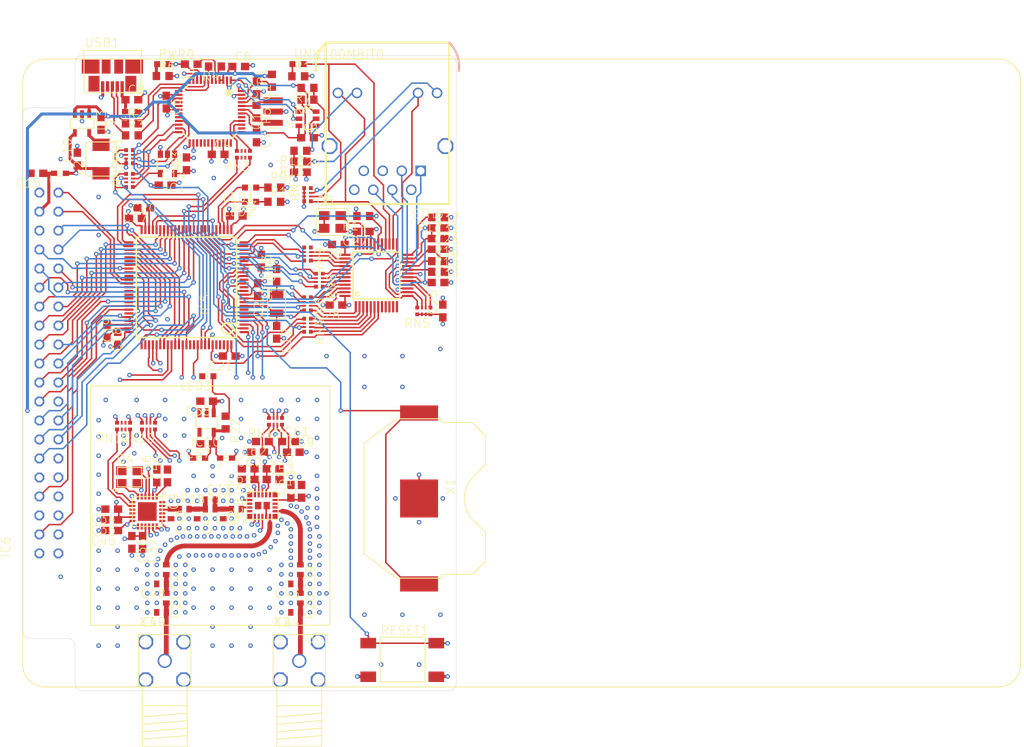
<source format=kicad_pcb>
(kicad_pcb (version 20240108) (generator "pcbnew") (generator_version "8.0")
  (layers (0 "F.Cu" signal) (1 "In1.Cu" signal) (2 "In2.Cu" signal) (31 "B.Cu" signal) (34 "B.Paste" user) (35 "F.Paste" user) (36 "B.SilkS" user "B.Silkscreen") (37 "F.SilkS" user "F.Silkscreen") (38 "B.Mask" user) (39 "F.Mask" user) (44 "Edge.Cuts" user))
  (net 0 "")
  (net 1 "+3V3")
  (net 2 "GND")
  (net 3 "SRST")
  (net 4 "N$6")
  (net 5 "N$31")
  (net 6 "LED1")
  (net 7 "JTAG_UNUSED1")
  (net 8 "FMC_D2")
  (net 9 "FMC_D3")
  (net 10 "FMC_NOE")
  (net 11 "FMC_NWE")
  (net 12 "FMC_NE1")
  (net 13 "FMC_D13")
  (net 14 "FMC_D14")
  (net 15 "FMC_D15")
  (net 16 "FMC_D0")
  (net 17 "FMC_D1")
  (net 18 "FMC_D4")
  (net 19 "FMC_D5")
  (net 20 "FMC_D6")
  (net 21 "FMC_D7")
  (net 22 "FMC_D8")
  (net 23 "FMC_D9")
  (net 24 "FMC_D10")
  (net 25 "FMC_D11")
  (net 26 "FMC_D12")
  (net 27 "TP_IRQ")
  (net 28 "FMC_A16")
  (net 29 "LCD_RESET")
  (net 30 "LCD_ON")
  (net 31 "TP_CS")
  (net 32 "N$67")
  (net 33 "N$68")
  (net 34 "LED0")
  (net 35 "25MHZ")
  (net 36 "SW-OUT")
  (net 37 "+5V")
  (net 38 "N$48")
  (net 39 "N$11")
  (net 40 "N$12")
  (net 41 "N$13")
  (net 42 "N$15")
  (net 43 "N$16")
  (net 44 "N$17")
  (net 45 "N$18")
  (net 46 "N$30")
  (net 47 "N$32")
  (net 48 "N$33")
  (net 49 "N$34")
  (net 50 "N$35")
  (net 51 "N$36")
  (net 52 "N$37")
  (net 53 "N$38")
  (net 54 "MII_TXD0")
  (net 55 "MII_TXD1")
  (net 56 "MII_TXD2")
  (net 57 "MII_TXD3")
  (net 58 "MII_TX_CLK")
  (net 59 "MII_TX_EN")
  (net 60 "MII_RXD2")
  (net 61 "MII_RXD3")
  (net 62 "MII_RXD0")
  (net 63 "MII_RXD1")
  (net 64 "MII_COL")
  (net 65 "MII_RX_ER")
  (net 66 "MII_RX_DV")
  (net 67 "MII_RX_CLK")
  (net 68 "MII_CRS")
  (net 69 "MII_MDC")
  (net 70 "MII_MDIO")
  (net 71 "PHY_RESET")
  (net 72 "MII_INT")
  (net 73 "N$39")
  (net 74 "N$40")
  (net 75 "N$41")
  (net 76 "N$42")
  (net 77 "N$43")
  (net 78 "N$44")
  (net 79 "N$46")
  (net 80 "N$47")
  (net 81 "N$49")
  (net 82 "N$50")
  (net 83 "N$51")
  (net 84 "N$52")
  (net 85 "N$53")
  (net 86 "N$54")
  (net 87 "N$55")
  (net 88 "JTD-M2A1")
  (net 89 "N$71")
  (net 90 "N$72")
  (net 91 "SWCLK1")
  (net 92 "JTD-A2M1")
  (net 93 "SWDIO_OE")
  (net 94 "N$73")
  (net 95 "N$74")
  (net 96 "N$75")
  (net 97 "RFIO1")
  (net 98 "N$76")
  (net 99 "N$77")
  (net 100 "N$78")
  (net 101 "N$79")
  (net 102 "N$80")
  (net 103 "CPS")
  (net 104 "CRX")
  (net 105 "CTX")
  (net 106 "ANTS")
  (net 107 "WF_CPS")
  (net 108 "WF_CRX")
  (net 109 "WF_CTX")
  (net 110 "WF_ANT")
  (net 111 "N$82")
  (net 112 "N$83")
  (net 113 "N$84")
  (net 114 "N$85")
  (net 115 "N$86")
  (net 116 "N$87")
  (net 117 "N$1")
  (net 118 "N$2")
  (net 119 "N$3")
  (net 120 "N$4")
  (net 121 "N$5")
  (net 122 "N$7")
  (net 123 "WF1_CS")
  (net 124 "WF1_BUSY")
  (net 125 "WF1_IRQ")
  (net 126 "OSC32_IN")
  (net 127 "OSC32_OUT")
  (net 128 "USART1_TX")
  (net 129 "SPI2_SCK")
  (net 130 "USART1_RX")
  (net 131 "SPI2_MOSI")
  (net 132 "SPI2_MISO")
  (net 133 "SPI3_SCK")
  (net 134 "SPI3_MISO")
  (net 135 "SPI3_MOSI")
  (net 136 "WF_3V3")
  (net 137 "N$20")
  (net 138 "WF_ON")
  (net 139 "N$103")
  (net 140 "N$104")
  (net 141 "N$105")
  (net 142 "N$106")
  (net 143 "N$108")
  (net 144 "N$109")
  (net 145 "N$110")
  (net 146 "N$111")
  (net 147 "N$112")
  (net 148 "N$28")
  (net 149 "N$9")
  (net 150 "N$10")
  (net 151 "N$14")
  (net 152 "N$29")
  (net 153 "N$56")
  (net 154 "SWCLK")
  (net 155 "SWDIO")
  (net 156 "JTAG_UNUSED2")
  (net 157 "VBAT")
  (net 158 "WF_3V3SX")
  (net 159 "WF_3V3FEM")
  (footprint "Base Station v3b:R0603" (layer "F.Cu") (at 165.0623 84.0036 180)
    (property "Reference" "R14")
    (property "Value" "1k5")
  )
  (footprint "Base Station v3b:0603" (layer "F.Cu") (at 142.9961 116.3886 180)
    (property "Reference" "L4")
    (property "Value" "120R")
  )
  (footprint "Base Station v3b:ANT-SMA-RA" (layer "F.Cu") (at 138.5011 143.5036)
    (property "Reference" "X3")
    (property "Value" "")
  )
  (footprint "Base Station v3b:R0603" (layer "F.Cu") (at 157.6011 66.8586 180)
    (property "Reference" "R7")
    (property "Value" "1k")
  )
  (footprint "Base Station v3b:C0603" (layer "F.Cu") (at 175.0636 88.4486)
    (property "Reference" "C26")
    (property "Value" "100n")
  )
  (footprint "Base Station v3b:C0603" (layer "F.Cu") (at 175.0636 85.5911)
    (property "Reference" "C32")
    (property "Value" "10u")
  )
  (footprint "Base Station v3b:C0603" (layer "F.Cu") (at 155.0611 114.1662)
    (property "Reference" "C61")
    (property "Value" "1n")
  )
  (footprint "Base Station v3b:CHIP-LED0603" (layer "F.Cu") (at 149.9811 82.0986 90)
    (property "Reference" "LED2")
    (property "Value" "gr")
  )
  (footprint "Base Station v3b:C0402" (layer "F.Cu") (at 138.0749 133.2161 180)
    (property "Reference" "C48")
    (property "Value" "NA")
  )
  (footprint "Base Station v3b:EXB28V" (layer "F.Cu") (at 133.7886 79.2411 90)
    (property "Reference" "RN2")
    (property "Value" "100")
  )
  (footprint "Base Station v3b:R0603" (layer "F.Cu") (at 145.2186 64.0011 180)
    (property "Reference" "R4")
    (property "Value" "1k5")
  )
  (footprint "Base Station v3b:CHIP-LED0603" (layer "F.Cu") (at 144.2661 105.4348 90)
    (property "Reference" "LED3")
    (property "Value" "gr")
  )
  (footprint "Base Station v3b:C0603" (layer "F.Cu") (at 126.8036 76.3836 90)
    (property "Reference" "C10")
    (property "Value" "10u")
  )
  (footprint "Base Station v3b:C0603" (layer "F.Cu") (at 153.4736 91.9411 90)
    (property "Reference" "C13")
    (property "Value" "3p")
  )
  (footprint "Base Station v3b:R0603" (layer "F.Cu") (at 134.1061 73.2086)
    (property "Reference" "R3")
    (property "Value" "33")
  )
  (footprint "Base Station v3b:0603" (layer "F.Cu") (at 146.8061 116.3886)
    (property "Reference" "L5")
    (property "Value" "120R")
  )
  (footprint "Base Station v3b:SOT23-5" (layer "F.Cu") (at 138.8686 77.0186 180)
    (property "Reference" "IC1")
    (property "Value" "74LVC1G125DBV")
  )
  (footprint "Base Station v3b:C0402" (layer "F.Cu") (at 146.3299 123.8499 -90)
    (property "Reference" "C42")
    (property "Value" "1p2")
  )
  (footprint "Base Station v3b:C0603" (layer "F.Cu") (at 161.7286 87.8136 180)
    (property "Reference" "C29")
    (property "Value" "100n")
  )
  (footprint "Base Station v3b:C0603" (layer "F.Cu") (at 135.5349 127.6599 -90)
    (property "Reference" "C37")
    (property "Value" "1n")
  )
  (footprint "Base Station v3b:R0603" (layer "F.Cu") (at 175.0636 90.0361)
    (property "Reference" "R16")
    (property "Value" "2k2")
  )
  (footprint "Base Station v3b:EXB28V" (layer "F.Cu") (at 173.1586 96.7036 180)
    (property "Reference" "RN5")
    (property "Value" "100")
  )
  (footprint "Base Station v3b:C0603" (layer "F.Cu") (at 135.6936 82.8923 180)
    (property "Reference" "C17")
    (property "Value" "10u")
  )
  (footprint "Base Station v3b:C0603" (layer "F.Cu") (at 151.4099 90.0361 -90)
    (property "Reference" "C16")
    (property "Value" "100n")
  )
  (footprint "Base Station v3b:C0603" (layer "F.Cu") (at 153.4736 99.5611 -90)
    (property "Reference" "C12")
    (property "Value" "3p")
  )
  (footprint "Base Station v3b:C0603" (layer "F.Cu") (at 132.2011 100.3549 90)
    (property "Reference" "C19")
    (property "Value" "100n")
  )
  (footprint "Base Station v3b:R0603" (layer "F.Cu") (at 175.0636 84.1624 180)
    (property "Reference" "R17")
    (property "Value" "4k87")
  )
  (footprint "" (layer "F.Cu") (at 122.5011 73.5036)
    (property "Reference" "@HOLE0" (hide yes))
    (property "Value" "")
  )
  (footprint "Base Station v3b:R0402" (layer "F.Cu") (at 141.0911 123.2149)
    (property "Reference" "R18")
    (property "Value" "3n")
  )
  (footprint "Base Station v3b:CHIP-LED0603" (layer "F.Cu") (at 156.3311 63.6836 -90)
    (property "Reference" "UNK100MBIT0")
    (property "Value" "gr")
  )
  (footprint "" (layer "F.Cu") (at 122.5011 136.5036)
    (property "Reference" "@HOLE1" (hide yes))
    (property "Value" "")
  )
  (footprint "Base Station v3b:C0603" (layer "F.Cu") (at 138.7099 68.7636 -90)
    (property "Reference" "C5")
    (property "Value" "100n")
  )
  (footprint "Base Station v3b:LQFP48-ST" (layer "F.Cu") (at 144.5836 70.0336 -90)
    (property "Reference" "IC2")
    (property "Value" "FT2232ST")
  )
  (footprint "Base Station v3b:C0603" (layer "F.Cu") (at 144.1074 114.4836 180)
    (property "Reference" "C57")
    (property "Value" "10u")
  )
  (footprint "Base Station v3b:C0603" (layer "F.Cu") (at 131.4074 124.6437 180)
    (property "Reference" "C35")
    (property "Value" "1n")
  )
  (footprint "Base Station v3b:C0603" (layer "F.Cu") (at 129.9786 71.6211 -90)
    (property "Reference" "C9")
    (property "Value" "10u")
  )
  (footprint "Base Station v3b:LQFP48" (layer "F.Cu") (at 166.8086 91.9411 90)
    (property "Reference" "IC7")
    (property "Value" "DP83848CVV")
  )
  (footprint "Base Station v3b:CRYSTAL-07W" (layer "F.Cu") (at 153.4736 95.7511 90)
    (property "Reference" "Q2")
    (property "Value" "ABS07W-32.768KHZ")
  )
  (footprint "Base Station v3b:EXB28V" (layer "F.Cu") (at 149.0286 75.7486 180)
    (property "Reference" "RN3")
    (property "Value" "100")
  )
  (footprint "Base Station v3b:C0603" (layer "F.Cu") (at 148.0761 84.0036)
    (property "Reference" "C23")
    (property "Value" "100n")
  )
  (footprint "Base Station v3b:CR2025" (layer "F.Cu") (at 172.5236 121.7861 -90)
    (property "Reference" "X1")
    (property "Value" "3034TR ")
  )
  (footprint "Base Station v3b:RJ45-LED" (layer "F.Cu") (at 168.3011 71.6036 180)
    (property "Reference" "ETH0")
    (property "Value" "SI-60062-F")
  )
  (footprint "Base Station v3b:R0402" (layer "F.Cu") (at 138.7099 135.1211 -90)
    (property "Reference" "R21")
    (property "Value" "3n")
  )
  (footprint "Base Station v3b:C0603" (layer "F.Cu") (at 145.6486 75.7523)
    (property "Reference" "C4")
    (property "Value" "100n")
  )
  (footprint "Base Station v3b:C0402" (layer "F.Cu") (at 148.0762 123.2149 180)
    (property "Reference" "C38")
    (property "Value" "100p")
  )
  (footprint "Base Station v3b:C0603" (layer "F.Cu") (at 131.4073 123.2148 180)
    (property "Reference" "C34")
    (property "Value" "100n")
  )
  (footprint "Base Station v3b:C0603" (layer "F.Cu") (at 150.7711 73.2886 -90)
    (property "Reference" "C7")
    (property "Value" "100n")
  )
  (footprint "Base Station v3b:USB-BMICRO" (layer "F.Cu") (at 131.5011 64.0036)
    (property "Reference" "USB1")
    (property "Value" "USB-BU")
  )
  (footprint "Base Station v3b:EXB28V" (layer "F.Cu") (at 157.6011 95.7511 -90)
    (property "Reference" "RN6")
    (property "Value" "100")
  )
  (footprint "Base Station v3b:R0603" (layer "F.Cu") (at 153.1561 80.1936)
    (property "Reference" "R9")
    (property "Value" "1k")
  )
  (footprint "Base Station v3b:C0603" (layer "F.Cu") (at 151.5686 114.1662 180)
    (property "Reference" "C62")
    (property "Value" "1n")
  )
  (footprint "Base Station v3b:IHLP1616" (layer "F.Cu") (at 129.9786 76.3836 90)
    (property "Reference" "L2")
    (property "Value" "2u2")
  )
  (footprint "Base Station v3b:SOT23-5L" (layer "F.Cu") (at 144.1074 111.6261 180)
    (property "Reference" "IC10")
    (property "Value" "LP5907MFX-3.3")
  )
  (footprint "Base Station v3b:CSTCR6M" (layer "F.Cu") (at 152.9974 70.0336 90)
    (property "Reference" "Q1")
    (property "Value" "CSTCR6M00G55-R0")
  )
  (footprint "Base Station v3b:C0603" (layer "F.Cu") (at 130.7723 99.4023 -90)
    (property "Reference" "C18")
    (property "Value" "10u")
  )
  (footprint "Base Station v3b:C0603" (layer "F.Cu") (at 134.5824 84.3211)
    (property "Reference" "C20")
    (property "Value" "100n")
  )
  (footprint "Base Station v3b:C0603" (layer "F.Cu") (at 150.7749 66.8586 -90)
    (property "Reference" "C1")
    (property "Value" "100n")
  )
  (footprint "Base Station v3b:R0603" (layer "F.Cu") (at 134.1061 71.6211)
    (property "Reference" "R2")
    (property "Value" "33")
  )
  (footprint "Base Station v3b:CRYSTAL-7M" (layer "F.Cu") (at 133.7886 118.9286)
    (property "Reference" "Q4")
    (property "Value" "FL520WFMT1")
  )
  (footprint "Base Station v3b:CP11009-THX" (layer "F.Cu") (at 123.0011 105.0036 180)
    (property "Reference" "IC6")
    (property "Value" "CP11009")
  )
  (footprint "Base Station v3b:ANT-SMA-RA" (layer "F.Cu") (at 156.5011 143.5036)
    (property "Reference" "X2")
    (property "Value" "")
  )
  (footprint "Base Station v3b:C0603" (layer "F.Cu") (at 161.4111 95.9099 180)
    (property "Reference" "C28")
    (property "Value" "100n")
  )
  (footprint "Base Station v3b:EXB28V" (layer "F.Cu") (at 157.6011 89.0836 -90)
    (property "Reference" "RN9")
    (property "Value" "100")
  )
  (footprint "Base Station v3b:C0603" (layer "F.Cu") (at 150.9336 93.8461 -90)
    (property "Reference" "C22")
    (property "Value" "100n")
  )
  (footprint "Base Station v3b:C0603" (layer "F.Cu") (at 138.8686 118.7699 90)
    (property "Reference" "C56")
    (property "Value" "10n")
  )
  (footprint "Base Station v3b:EXB28V" (layer "F.Cu") (at 157.6011 81.1461 90)
    (property "Reference" "RN7")
    (property "Value" "N/A")
  )
  (footprint "Base Station v3b:R0603" (layer "F.Cu") (at 150.7749 70.0336 -90)
    (property "Reference" "R5")
    (property "Value" "1M")
  )
  (footprint "Base Station v3b:R0402" (layer "F.Cu") (at 156.6486 135.1211 -90)
    (property "Reference" "R20")
    (property "Value" "2n4")
  )
  (footprint "Base Station v3b:SOT23-5" (layer "F.Cu") (at 127.4386 71.6211 -90)
    (property "Reference" "IC3")
    (property "Value" "SC189-3.3")
  )
  (footprint "Base Station v3b:SOT23-6" (layer "F.Cu") (at 157.6011 70.9861 90)
    (property "Reference" "IC4")
    (property "Value" "93C76B")
  )
  (footprint "Base Station v3b:BUTTON4" (layer "F.Cu") (at 165.7236 141.1361 -90)
    (property "Reference" "RESET1")
    (property "Value" "BUTTON4")
  )
  (footprint "Base Station v3b:C0603" (layer "F.Cu") (at 121.4061 78.2886 180)
    (property "Reference" "C15")
    (property "Value" "10u")
  )
  (footprint "Base Station v3b:CHIP-LED0603" (layer "F.Cu") (at 149.9811 80.1936 90)
    (property "Reference" "LED1")
    (property "Value" "rd")
  )
  (footprint "Base Station v3b:C0603" (layer "F.Cu") (at 148.3936 64.001)
    (property "Reference" "C6")
    (property "Value" "100n")
  )
  (footprint "Base Station v3b:R0603" (layer "F.Cu") (at 152.8386 65.9061 90)
    (property "Reference" "R1")
    (property "Value" "1k")
  )
  (footprint "Base Station v3b:C0603" (layer "F.Cu") (at 147.1236 102.7361 180)
    (property "Reference" "C21")
    (property "Value" "100n")
  )
  (footprint "Base Station v3b:C0603" (layer "F.Cu") (at 175.0636 87.0199)
    (property "Reference" "C31")
    (property "Value" "100n")
  )
  (footprint "Base Station v3b:C0603" (layer "F.Cu") (at 152.9974 117.8173)
    (property "Reference" "C52")
    (property "Value" "100n")
  )
  (footprint "Base Station v3b:R0603" (layer "F.Cu") (at 156.3636 65.3111)
    (property "Reference" "R11")
    (property "Value" "1k")
  )
  (footprint "Base Station v3b:SMCM-22" (layer "F.Cu") (at 151.5686 122.7386 90)
    (property "Reference" "IC8")
    (property "Value" "SKY66112")
  )
  (footprint "Base Station v3b:C0603" (layer "F.Cu") (at 156.6486 78.1298)
    (property "Reference" "C24")
    (property "Value" "100n")
  )
  (footprint "Base Station v3b:C0603" (layer "F.Cu") (at 149.6637 119.2461 180)
    (property "Reference" "C55")
    (property "Value" "1n")
  )
  (footprint "Base Station v3b:R0603" (layer "F.Cu") (at 138.2336 65.2711)
    (property "Reference" "R6")
    (property "Value" "1k")
  )
  (footprint "Base Station v3b:R0603" (layer "F.Cu") (at 156.6486 76.7011 180)
    (property "Reference" "R13")
    (property "Value" "1k")
  )
  (footprint "Base Station v3b:C0402" (layer "F.Cu") (at 156.6486 131.3111 -90)
    (property "Reference" "C39")
    (property "Value" "47p")
  )
  (footprint "Base Station v3b:R0603" (layer "F.Cu") (at 157.6011 68.4461 180)
    (property "Reference" "R8")
    (property "Value" "4k87")
  )
  (footprint "" (layer "F.Cu") (at 174.5011 105.0036)
    (property "Reference" "@HOLE2" (hide yes))
    (property "Value" "")
  )
  (footprint "Base Station v3b:C0402" (layer "F.Cu") (at 156.0136 133.2161 180)
    (property "Reference" "C43")
    (property "Value" "NA")
  )
  (footprint "Base Station v3b:C0402" (layer "F.Cu") (at 156.0136 137.0261 180)
    (property "Reference" "C44")
    (property "Value" "0p5")
  )
  (footprint "Base Station v3b:SHIELD-32MM" (layer "F.Cu") (at 144.5836 122.7386 180)
    (property "Reference" "U$1")
    (property "Value" "BMI-S-204-F")
  )
  (footprint "Base Station v3b:C0402" (layer "F.Cu") (at 139.3449 123.8499 -90)
    (property "Reference" "C40")
    (property "Value" "NA")
  )
  (footprint "Base Station v3b:EXB28V" (layer "F.Cu") (at 153.3148 111.4675 180)
    (property "Reference" "RN12")
    (property "Value" "100")
  )
  (footprint "Base Station v3b:LQFP100-ST" (layer "F.Cu") (at 141.4086 93.5286 90)
    (property "Reference" "IC5")
    (property "Value" "STM32F767VIT6")
  )
  (footprint "Base Station v3b:R0402" (layer "F.Cu") (at 144.5837 123.2149)
    (property "Reference" "R19")
    (property "Value" "2n4")
  )
  (footprint "Base Station v3b:C0603" (layer "F.Cu") (at 134.1062 127.6599 -90)
    (property "Reference" "C36")
    (property "Value" "100n")
  )
  (footprint "Base Station v3b:C0603" (layer "F.Cu") (at 155.6961 115.5949)
    (property "Reference" "C59")
    (property "Value" "1n")
  )
  (footprint "Base Station v3b:C0603" (layer "F.Cu") (at 152.9974 119.2461)
    (property "Reference" "C53")
    (property "Value" "1n")
  )
  (footprint "Base Station v3b:C0603" (layer "F.Cu") (at 134.1061 68.4461)
    (property "Reference" "C8")
    (property "Value" "100n")
  )
  (footprint "Base Station v3b:0603" (layer "F.Cu") (at 124.5811 78.2886)
    (property "Reference" "L3")
    (property "Value" "120R")
  )
  (footprint "Base Station v3b:EXB28V" (layer "F.Cu") (at 159.1886 92.5761 -90)
    (property "Reference" "RN8")
    (property "Value" "100")
  )
  (footprint "Base Station v3b:C0603" (layer "F.Cu") (at 165.0623 86.0673 180)
    (property "Reference" "C27")
    (property "Value" "100n")
  )
  (footprint "Base Station v3b:C0603" (layer "F.Cu") (at 138.5511 79.8761)
    (property "Reference" "C14")
    (property "Value" "100n")
  )
  (footprint "Base Station v3b:R0603" (layer "F.Cu") (at 146.6474 111.6261 -90)
    (property "Reference" "R22")
    (property "Value" "1k")
  )
  (footprint "Base Station v3b:R0603" (layer "F.Cu") (at 175.0636 91.4649)
    (property "Reference" "R15")
    (property "Value" "2k2")
  )
  (footprint "Base Station v3b:C0603" (layer "F.Cu") (at 175.0636 92.8936)
    (property "Reference" "C30")
    (property "Value" "100n")
  )
  (footprint "Base Station v3b:C0603" (layer "F.Cu") (at 150.9336 115.5949 180)
    (property "Reference" "C60")
    (property "Value" "1n")
  )
  (footprint "Base Station v3b:C0603" (layer "F.Cu") (at 157.6011 73.5261)
    (property "Reference" "C11")
    (property "Value" "100n")
  )
  (footprint "Base Station v3b:EXB28V" (layer "F.Cu") (at 133.7886 76.0661 90)
    (property "Reference" "RN1")
    (property "Value" "10k")
  )
  (footprint "Base Station v3b:C0603" (layer "F.Cu") (at 131.4074 126.0724 180)
    (property "Reference" "C45")
    (property "Value" "1u")
  )
  (footprint "Base Station v3b:C0603" (layer "F.Cu") (at 156.8073 120.8336 90)
    (property "Reference" "C50")
    (property "Value" "100n")
  )
  (footprint "Base Station v3b:R0603" (layer "F.Cu") (at 153.1561 82.0986)
    (property "Reference" "R10")
    (property "Value" "1k")
  )
  (footprint "Base Station v3b:C0603" (layer "F.Cu") (at 144.1074 108.7686 180)
    (property "Reference" "C58")
    (property "Value" "10u")
  )
  (footprint "Base Station v3b:C0603" (layer "F.Cu") (at 137.4399 118.7699 90)
    (property "Reference" "C46")
    (property "Value" "10n")
  )
  (footprint "Base Station v3b:R0603" (layer "F.Cu") (at 156.6486 75.2723 180)
    (property "Reference" "R12")
    (property "Value" "1k")
  )
  (footprint "Base Station v3b:EXB28V" (layer "F.Cu") (at 157.6011 98.6086 -90)
    (property "Reference" "RN4")
    (property "Value" "100")
  )
  (footprint "Base Station v3b:C0603" (layer "F.Cu") (at 141.4086 77.0186 90)
    (property "Reference" "C3")
    (property "Value" "100n")
  )
  (footprint "Base Station v3b:C0402" (layer "F.Cu") (at 138.7099 131.3111 -90)
    (property "Reference" "C47")
    (property "Value" "47p")
  )
  (footprint "Base Station v3b:EXB28V" (layer "F.Cu") (at 132.9949 112.1023 180)
    (property "Reference" "RN11")
    (property "Value" "100")
  )
  (footprint "Base Station v3b:C0603" (layer "F.Cu") (at 175.6986 96.7036 90)
    (property "Reference" "C25")
    (property "Value" "100n")
  )
  (footprint "Base Station v3b:QFN24L" (layer "F.Cu") (at 136.1698 123.5324 -90)
    (property "Reference" "IC9")
    (property "Value" "SX1280")
  )
  (footprint "Base Station v3b:C0402" (layer "F.Cu") (at 138.0749 137.0261 180)
    (property "Reference" "C49")
    (property "Value" "0p7")
  )
  (footprint "Base Station v3b:0603" (layer "F.Cu") (at 134.1061 70.0336)
    (property "Reference" "L1")
    (property "Value" "120R")
  )
  (footprint "Base Station v3b:CHIP-LED0603" (layer "F.Cu") (at 138.2336 63.6836 -90)
    (property "Reference" "PWR0")
    (property "Value" "gr")
  )
  (footprint "Base Station v3b:7X" (layer "F.Cu") (at 160.9349 84.7974)
    (property "Reference" "Q3")
    (property "Value" "25MHz")
  )
  (footprint "Base Station v3b:C0603" (layer "F.Cu") (at 149.6636 117.8174 180)
    (property "Reference" "C54")
    (property "Value" "100n")
  )
  (footprint "Base Station v3b:C0402" (layer "F.Cu") (at 142.8374 123.8499 -90)
    (property "Reference" "C41")
    (property "Value" "1p2")
  )
  (footprint "Base Station v3b:C0603" (layer "F.Cu") (at 155.3786 120.8336 90)
    (property "Reference" "C51")
    (property "Value" "1n")
  )
  (footprint "Base Station v3b:EXB28V" (layer "F.Cu") (at 136.3286 112.1024 180)
    (property "Reference" "RN10")
    (property "Value" "100")
  )
  (footprint "Base Station v3b:C0402" (layer "F.Cu") (at 144.5837 121.9449)
    (property "Reference" "C33")
    (property "Value" "0p5")
  )
  (footprint "Base Station v3b:C0603" (layer "F.Cu") (at 142.0436 63.6836 180)
    (property "Reference" "C2")
    (property "Value" "100n")
  )
  (gr_arc (start 126.5011 68.5036) (mid 126.208207 69.210707) (end 125.5011 69.5036) (stroke (width 0.05)) (layer "Edge.Cuts"))
  (gr_arc (start 119.5011 70.5036) (mid 119.793993 69.796493) (end 120.5011 69.5036) (stroke (width 0.05)) (layer "Edge.Cuts"))
  (gr_line (start 177.5011 146.5036) (end 177.5011 63.5036) (stroke (width 0.05)) (layer "Edge.Cuts"))
  (gr_arc (start 127.5011 147.5036) (mid 126.793993 147.210707) (end 126.5011 146.5036) (stroke (width 0.05)) (layer "Edge.Cuts"))
  (gr_line (start 176.5011 62.5036) (end 127.5011 62.5036) (stroke (width 0.05)) (layer "Edge.Cuts"))
  (gr_line (start 119.5011 70.5036) (end 119.5011 139.5036) (stroke (width 0.05)) (layer "Edge.Cuts"))
  (gr_line (start 126.5011 68.5036) (end 126.5011 63.5036) (stroke (width 0.05)) (layer "Edge.Cuts"))
  (gr_line (start 125.5011 140.5036) (end 120.5011 140.5036) (stroke (width 0.05)) (layer "Edge.Cuts"))
  (gr_arc (start 120.5011 140.5036) (mid 119.793993 140.210707) (end 119.5011 139.5036) (stroke (width 0.05)) (layer "Edge.Cuts"))
  (gr_arc (start 177.5011 146.5036) (mid 177.208207 147.210707) (end 176.5011 147.5036) (stroke (width 0.05)) (layer "Edge.Cuts"))
  (gr_arc (start 125.5011 140.5036) (mid 126.208207 140.796493) (end 126.5011 141.5036) (stroke (width 0.05)) (layer "Edge.Cuts"))
  (gr_arc (start 126.5011 63.5036) (mid 126.793993 62.796493) (end 127.5011 62.5036) (stroke (width 0.05)) (layer "Edge.Cuts"))
  (gr_line (start 127.5011 147.5036) (end 176.5011 147.5036) (stroke (width 0.05)) (layer "Edge.Cuts"))
  (gr_line (start 125.5011 69.5036) (end 120.5011 69.5036) (stroke (width 0.05)) (layer "Edge.Cuts"))
  (gr_arc (start 176.5011 62.5036) (mid 177.208207 62.796493) (end 177.5011 63.5036) (stroke (width 0.05)) (layer "Edge.Cuts"))
  (gr_line (start 126.5011 141.5036) (end 126.5011 146.5036) (stroke (width 0.05)) (layer "Edge.Cuts"))
  (gr_arc (start 176.5011 62.5036) (mid 177.208207 62.796493) (end 177.5011 63.5036) (stroke (width 0.05)) (layer "Edge.Cuts"))
  (segment (start 174.0336 97.1536) (end 175.2986 97.1536) (width 0.2032) (layer "F.Cu") (net 1))
  (segment (start 133.6303 84.219) (end 133.6303 83.3685) (width 0.2032) (layer "F.Cu") (net 1))
  (segment (start 154.0061 82.0986) (end 154.9024 82.0986) (width 0.2032) (layer "F.Cu") (net 1))
  (segment (start 132.5186 77.0186) (end 131.8836 76.3836) (width 0.2032) (layer "F.Cu") (net 1))
  (segment (start 162.6086 95.8799) (end 162.6086 94.6911) (width 0.2032) (layer "F.Cu") (net 1))
  (segment (start 140.9586 78.3186) (end 141.4086 77.8686) (width 0.2032) (layer "F.Cu") (net 1))
  (segment (start 150.1399 93.7898) (end 150.9336 92.9961) (width 0.2032) (layer "F.Cu") (net 1))
  (segment (start 142.3336 74.2336) (end 142.3609 74.2609) (width 0.2032) (layer "F.Cu") (net 1))
  (segment (start 131.94 101.466) (end 132.2011 101.2049) (width 0.2032) (layer "F.Cu") (net 1))
  (segment (start 157.1246 82.0476) (end 157.1246 82.7336) (width 0.2032) (layer "F.Cu") (net 1))
  (segment (start 150.1399 94.3223) (end 150.1399 93.7898) (width 0.2032) (layer "F.Cu") (net 1))
  (segment (start 138.7099 67.9136) (end 138.9448 67.7836) (width 0.2032) (layer "F.Cu") (net 1))
  (segment (start 164.2123 84.0036) (end 164.1101 83.9014) (width 0.2032) (layer "F.Cu") (net 1))
  (segment (start 174.2698 88.4486) (end 175.8573 90.0361) (width 0.2032) (layer "F.Cu") (net 1))
  (segment (start 147.4086 102.1711) (end 147.4086 101.2286) (width 0.2032) (layer "F.Cu") (net 1))
  (segment (start 141.4086 77.8686) (end 141.5113 77.9713) (width 0.2032) (layer "F.Cu") (net 1))
  (segment (start 149.1086 94.5286) (end 149.9336 94.5286) (width 0.2032) (layer "F.Cu") (net 1))
  (segment (start 162.2611 95.9099) (end 162.6086 95.8799) (width 0.2032) (layer "F.Cu") (net 1))
  (segment (start 173.7936 88.4486) (end 174.2136 88.4486) (width 0.2032) (layer "F.Cu") (net 1))
  (segment (start 144.7422 76.7013) (end 144.7422 75.8087) (width 0.2032) (layer "F.Cu") (net 1))
  (segment (start 147.2261 84.0036) (end 147.124 83.9015) (width 0.2032) (layer "F.Cu") (net 1))
  (segment (start 144.8336 75.7173) (end 144.8336 74.2336) (width 0.2032) (layer "F.Cu") (net 1))
  (segment (start 141.5113 77.9713) (end 142.3609 77.9713) (width 0.2032) (layer "F.Cu") (net 1))
  (segment (start 149.1086 90.0286) (end 149.1086 89.5286) (width 0.2032) (layer "F.Cu") (net 1))
  (segment (start 138.7099 67.9136) (end 138.8685 67.8373) (width 0.2032) (layer "F.Cu") (net 1))
  (segment (start 175.6986 97.5536) (end 175.6986 98.4498) (width 0.2032) (layer "F.Cu") (net 1))
  (segment (start 175.6986 97.5536) (end 175.7811 97.4711) (width 0.2032) (layer "F.Cu") (net 1))
  (segment (start 147.4086 102.1711) (end 147.9736 102.7361) (width 0.2032) (layer "F.Cu") (net 1))
  (segment (start 127.2236 77.6536) (end 129.3436 77.6536) (width 0.4064) (layer "F.Cu") (net 1))
  (segment (start 133.1536 99.7198) (end 133.3448 99.5286) (width 0.2032) (layer "F.Cu") (net 1))
  (segment (start 173.4086 97.1536) (end 174.0336 97.1536) (width 0.2032) (layer "F.Cu") (net 1))
  (segment (start 157.1511 80.8961) (end 157.1511 80.2711) (width 0.2032) (layer "F.Cu") (net 1))
  (segment (start 166.0586 87.7411) (end 166.0586 86.2136) (width 0.2032) (layer "F.Cu") (net 1))
  (segment (start 126.7011 77.2336) (end 125.8511 76.3836) (width 0.4064) (layer "F.Cu") (net 1))
  (segment (start 157.2538 65.2709) (end 158.2361 65.2709) (width 0.2032) (layer "F.Cu") (net 1))
  (segment (start 142.8336 65.1086) (end 142.8336 65.8336) (width 0.2032) (layer "F.Cu") (net 1))
  (segment (start 133.3386 76.9411) (end 133.2611 77.0186) (width 0.2032) (layer "F.Cu") (net 1))
  (segment (start 139.0836 65.2711) (end 139.0838 65.2713) (width 0.2032) (layer "F.Cu") (net 1))
  (segment (start 157.1511 81.3961) (end 157.1511 80.8961) (width 0.2032) (layer "F.Cu") (net 1))
  (segment (start 133.7324 84.3211) (end 134.6849 85.2736) (width 0.2032) (layer "F.Cu") (net 1))
  (segment (start 135.4086 85.4648) (end 135.4086 85.8286) (width 0.2032) (layer "F.Cu") (net 1))
  (segment (start 164.1101 83.9014) (end 164.1101 83.0511) (width 0.2032) (layer "F.Cu") (net 1))
  (segment (start 126.8036 77.2336) (end 126.7011 77.2336) (width 0.4064) (layer "F.Cu") (net 1))
  (segment (start 139.8186 78.3186) (end 140.9586 78.3186) (width 0.2032) (layer "F.Cu") (net 1))
  (segment (start 159.415 86.0673) (end 158.5539 86.0673) (width 0.2032) (layer "F.Cu") (net 1))
  (segment (start 138.7099 67.9136) (end 138.8798 67.8114) (width 0.2032) (layer "F.Cu") (net 1))
  (segment (start 165.9123 86.0673) (end 166.2298 85.7498) (width 0.2032) (layer "F.Cu") (net 1))
  (segment (start 172.2836 97.1536) (end 172.9086 97.1536) (width 0.2032) (layer "F.Cu") (net 1))
  (segment (start 154.0061 80.1936) (end 154.9024 80.1936) (width 0.2032) (layer "F.Cu") (net 1))
  (segment (start 133.2611 77.0186) (end 132.5186 77.0186) (width 0.2032) (layer "F.Cu") (net 1))
  (segment (start 133.1536 100.2524) (end 133.1536 99.7198) (width 0.2032) (layer "F.Cu") (net 1))
  (segment (start 166.2298 85.7498) (end 166.8088 85.7498) (width 0.2032) (layer "F.Cu") (net 1))
  (segment (start 175.2986 97.1536) (end 175.6986 97.5536) (width 0.2032) (layer "F.Cu") (net 1))
  (segment (start 139.0838 65.2713) (end 140.1386 65.2713) (width 0.2032) (layer "F.Cu") (net 1))
  (segment (start 133.3386 76.9411) (end 133.3386 76.3161) (width 0.2032) (layer "F.Cu") (net 1))
  (segment (start 147.9736 102.7361) (end 148.8698 102.7361) (width 0.2032) (layer "F.Cu") (net 1))
  (segment (start 135.2174 85.2736) (end 135.4086 85.4648) (width 0.2032) (layer "F.Cu") (net 1))
  (segment (start 175.9136 91.4649) (end 176.8101 91.4649) (width 0.2032) (layer "F.Cu") (net 1))
  (segment (start 125.2813 78.2888) (end 126.6447 78.2888) (width 0.4064) (layer "F.Cu") (net 1))
  (segment (start 156.0136 79.0822) (end 156.0136 78.6623) (width 0.2032) (layer "F.Cu") (net 1))
  (segment (start 157.1511 82.0211) (end 157.1246 82.0476) (width 0.2032) (layer "F.Cu") (net 1))
  (segment (start 125.2811 78.2886) (end 125.2813 78.2888) (width 0.4064) (layer "F.Cu") (net 1))
  (segment (start 146.9086 85.8286) (end 146.9086 84.3211) (width 0.2032) (layer "F.Cu") (net 1))
  (segment (start 133.3122 77.0697) (end 133.3122 77.495) (width 0.2032) (layer "F.Cu") (net 1))
  (segment (start 175.9137 90.0362) (end 176.8101 90.0362) (width 0.2032) (layer "F.Cu") (net 1))
  (segment (start 131.2491 101.466) (end 131.94 101.466) (width 0.2032) (layer "F.Cu") (net 1))
  (segment (start 132.4411 75.1911) (end 133.3386 75.1911) (width 0.2032) (layer "F.Cu") (net 1))
  (segment (start 149.9336 94.5286) (end 150.1399 94.3223) (width 0.2032) (layer "F.Cu") (net 1))
  (segment (start 138.6534 67.9701) (end 137.916 67.9701) (width 0.2032) (layer "F.Cu") (net 1))
  (segment (start 175.6986 97.5536) (end 175.5961 97.3386) (width 0.2032) (layer "F.Cu") (net 1))
  (segment (start 133.2611 77.0186) (end 133.3122 77.0697) (width 0.2032) (layer "F.Cu") (net 1))
  (segment (start 138.9448 67.7836) (end 140.3836 67.7836) (width 0.2032) (layer "F.Cu") (net 1))
  (segment (start 134.6849 85.2736) (end 135.2174 85.2736) (width 0.2032) (layer "F.Cu") (net 1))
  (segment (start 171.0086 90.1911) (end 172.0511 90.1911) (width 0.2032) (layer "F.Cu") (net 1))
  (segment (start 132.2011 101.2049) (end 133.1536 100.2524) (width 0.2032) (layer "F.Cu") (net 1))
  (segment (start 151.0362 92.7347) (end 151.8864 92.7347) (width 0.2032) (layer "F.Cu") (net 1))
  (segment (start 138.7099 67.9136) (end 138.6534 67.9701) (width 0.2032) (layer "F.Cu") (net 1))
  (segment (start 175.8573 90.0361) (end 175.9136 90.0361) (width 0.2032) (layer "F.Cu") (net 1))
  (segment (start 142.6784 64.9536) (end 142.6786 64.9536) (width 0.2032) (layer "F.Cu") (net 1))
  (segment (start 126.6447 77.3925) (end 126.8036 77.2336) (width 0.4064) (layer "F.Cu") (net 1))
  (segment (start 150.9336 92.9961) (end 151.0362 92.7347) (width 0.2032) (layer "F.Cu") (net 1))
  (segment (start 144.7986 75.7523) (end 144.8336 75.7173) (width 0.2032) (layer "F.Cu") (net 1))
  (segment (start 126.6447 78.2888) (end 126.6447 77.3925) (width 0.4064) (layer "F.Cu") (net 1))
  (segment (start 155.7986 78.1298) (end 155.7986 76.7011) (width 0.2032) (layer "F.Cu") (net 1))
  (segment (start 131.8836 75.7486) (end 132.4411 75.1911) (width 0.2032) (layer "F.Cu") (net 1))
  (segment (start 151.4102 89.1858) (end 151.4102 88.2898) (width 0.2032) (layer "F.Cu") (net 1))
  (segment (start 147.124 83.9015) (end 147.124 83.051) (width 0.2032) (layer "F.Cu") (net 1))
  (segment (start 159.8349 85.6474) (end 159.8349 83.9474) (width 0.2032) (layer "F.Cu") (net 1))
  (segment (start 125.8511 73.5261) (end 126.4861 72.8911) (width 0.4064) (layer "F.Cu") (net 1))
  (segment (start 175.9136 90.0361) (end 175.9137 90.0362) (width 0.2032) (layer "F.Cu") (net 1))
  (segment (start 126.8036 77.2336) (end 127.2236 77.6536) (width 0.4064) (layer "F.Cu") (net 1))
  (segment (start 133.3448 99.5286) (end 133.7086 99.5286) (width 0.2032) (layer "F.Cu") (net 1))
  (segment (start 159.8349 85.6474) (end 159.415 86.0673) (width 0.2032) (layer "F.Cu") (net 1))
  (segment (start 166.0586 86.2136) (end 165.9123 86.0673) (width 0.2032) (layer "F.Cu") (net 1))
  (segment (start 157.2136 65.3111) (end 157.2538 65.2709) (width 0.2032) (layer "F.Cu") (net 1))
  (segment (start 172.9086 97.1536) (end 173.4086 97.1536) (width 0.2032) (layer "F.Cu") (net 1))
  (segment (start 175.7811 97.4711) (end 175.8986 97.5886) (width 0.2032) (layer "F.Cu") (net 1))
  (segment (start 151.4099 89.1861) (end 151.4102 89.1858) (width 0.2032) (layer "F.Cu") (net 1))
  (segment (start 155.7986 76.7011) (end 155.7986 75.2723) (width 0.2032) (layer "F.Cu") (net 1))
  (segment (start 131.8836 76.3836) (end 131.8836 75.7486) (width 0.2032) (layer "F.Cu") (net 1))
  (segment (start 151.0674 89.5286) (end 151.4099 89.1861) (width 0.2032) (layer "F.Cu") (net 1))
  (segment (start 162.2611 95.9099) (end 162.2612 95.9098) (width 0.2032) (layer "F.Cu") (net 1))
  (segment (start 125.8511 76.3836) (end 125.8511 73.5261) (width 0.4064) (layer "F.Cu") (net 1))
  (segment (start 144.7422 75.8087) (end 144.7986 75.7523) (width 0.2032) (layer "F.Cu") (net 1))
  (segment (start 146.9086 84.3211) (end 147.2261 84.0036) (width 0.2032) (layer "F.Cu") (net 1))
  (segment (start 133.7324 84.3211) (end 133.6303 84.219) (width 0.2032) (layer "F.Cu") (net 1))
  (segment (start 162.2612 95.9098) (end 163.1575 95.9098) (width 0.2032) (layer "F.Cu") (net 1))
  (segment (start 142.3609 74.2609) (end 142.3609 75.2726) (width 0.2032) (layer "F.Cu") (net 1))
  (segment (start 172.0511 90.1911) (end 173.7936 88.4486) (width 0.2032) (layer "F.Cu") (net 1))
  (segment (start 129.3436 77.6536) (end 129.9786 78.2886) (width 0.4064) (layer "F.Cu") (net 1))
  (segment (start 141.0911 64.9538) (end 142.6784 64.9536) (width 0.2032) (layer "F.Cu") (net 1))
  (segment (start 156.0136 78.6623) (end 155.7986 78.1298) (width 0.2032) (layer "F.Cu") (net 1))
  (segment (start 174.2136 88.4486) (end 174.2698 88.4486) (width 0.2032) (layer "F.Cu") (net 1))
  (segment (start 142.6786 64.9536) (end 142.8336 65.1086) (width 0.2032) (layer "F.Cu") (net 1))
  (segment (start 157.1511 82.0211) (end 157.1511 81.3961) (width 0.2032) (layer "F.Cu") (net 1))
  (segment (start 149.1086 89.5286) (end 151.0674 89.5286) (width 0.2032) (layer "F.Cu") (net 1))
  (via (at 133.3122 77.495) (size 0.6048) (drill 0.3048) (layers "F.Cu" "B.Cu") (net 1))
  (via (at 154.9024 80.1936) (size 0.6048) (drill 0.3048) (layers "F.Cu" "B.Cu") (net 1))
  (via (at 131.2491 101.466) (size 0.6048) (drill 0.3048) (layers "F.Cu" "B.Cu") (net 1))
  (via (at 126.6447 78.2888) (size 0.6048) (drill 0.3048) (layers "F.Cu" "B.Cu") (net 1))
  (via (at 137.916 67.9701) (size 0.6048) (drill 0.3048) (layers "F.Cu" "B.Cu") (net 1))
  (via (at 151.4102 88.2898) (size 0.6048) (drill 0.3048) (layers "F.Cu" "B.Cu") (net 1))
  (via (at 140.1386 65.2713) (size 0.6048) (drill 0.3048) (layers "F.Cu" "B.Cu") (net 1))
  (via (at 144.7422 76.7013) (size 0.6048) (drill 0.3048) (layers "F.Cu" "B.Cu") (net 1))
  (via (at 133.6303 83.3685) (size 0.6048) (drill 0.3048) (layers "F.Cu" "B.Cu") (net 1))
  (via (at 158.5539 86.0673) (size 0.6048) (drill 0.3048) (layers "F.Cu" "B.Cu") (net 1))
  (via (at 156.0136 79.0822) (size 0.6048) (drill 0.3048) (layers "F.Cu" "B.Cu") (net 1))
  (via (at 176.8101 90.0362) (size 0.6048) (drill 0.3048) (layers "F.Cu" "B.Cu") (net 1))
  (via (at 175.6986 98.4498) (size 0.6048) (drill 0.3048) (layers "F.Cu" "B.Cu") (net 1))
  (via (at 158.2361 65.2709) (size 0.6048) (drill 0.3048) (layers "F.Cu" "B.Cu") (net 1))
  (via (at 163.1575 95.9098) (size 0.6048) (drill 0.3048) (layers "F.Cu" "B.Cu") (net 1))
  (via (at 157.1246 82.7336) (size 0.6048) (drill 0.3048) (layers "F.Cu" "B.Cu") (net 1))
  (via (at 176.8101 91.4649) (size 0.6048) (drill 0.3048) (layers "F.Cu" "B.Cu") (net 1))
  (via (at 148.8698 102.7361) (size 0.6048) (drill 0.3048) (layers "F.Cu" "B.Cu") (net 1))
  (via (at 166.8088 85.7498) (size 0.6048) (drill 0.3048) (layers "F.Cu" "B.Cu") (net 1))
  (via (at 164.1101 83.0511) (size 0.6048) (drill 0.3048) (layers "F.Cu" "B.Cu") (net 1))
  (via (at 147.124 83.051) (size 0.6048) (drill 0.3048) (layers "F.Cu" "B.Cu") (net 1))
  (via (at 151.8864 92.7347) (size 0.6048) (drill 0.3048) (layers "F.Cu" "B.Cu") (net 1))
  (via (at 142.3609 75.2726) (size 0.6048) (drill 0.3048) (layers "F.Cu" "B.Cu") (net 1))
  (via (at 142.3609 77.9713) (size 0.6048) (drill 0.3048) (layers "F.Cu" "B.Cu") (net 1))
  (via (at 141.0911 64.9538) (size 0.6048) (drill 0.3048) (layers "F.Cu" "B.Cu") (net 1))
  (via (at 154.9024 82.0986) (size 0.6048) (drill 0.3048) (layers "F.Cu" "B.Cu") (net 1))
  (segment (start 139.4011 79.8761) (end 139.7186 79.5586) (width 0.2032) (layer "F.Cu") (net 2))
  (segment (start 175.9136 84.1624) (end 175.9137 84.1625) (width 0.2032) (layer "F.Cu") (net 2))
  (segment (start 175.5961 95.7511) (end 175.6986 95.6486) (width 0.2032) (layer "F.Cu") (net 2))
  (segment (start 157.9186 72.9936) (end 157.9186 71.6211) (width 0.2032) (layer "F.Cu") (net 2))
  (segment (start 141.8336 74.2336) (end 141.8336 74.7238) (width 0.2032) (layer "F.Cu") (net 2))
  (segment (start 147.4086 85.8286) (end 147.4086 85.3061) (width 0.2032) (layer "F.Cu") (net 2))
  (segment (start 146.6472 75.9009) (end 146.4986 75.7523) (width 0.2032) (layer "F.Cu") (net 2))
  (segment (start 172.5236 121.7861) (end 172.5236 118.6111) (width 0.2032) (layer "F.Cu") (net 2))
  (segment (start 149.4848 68.7836) (end 150.5598 67.7086) (width 0.2032) (layer "F.Cu") (net 2))
  (segment (start 157.4423 79.0823) (end 157.4423 78.1861) (width 0.2032) (layer "F.Cu") (net 2))
  (segment (start 169.6661 93.846) (end 169.821 93.6911) (width 0.2032) (layer "F.Cu") (net 2))
  (segment (start 150.831 67.3349) (end 151.7272 67.3349) (width 0.2032) (layer "F.Cu") (net 2))
  (segment (start 138.8685 69.5599) (end 138.8685 70.5099) (width 0.2032) (layer "F.Cu") (net 2))
  (segment (start 133.3386 75.8161) (end 132.7686 75.8161) (width 0.2032) (layer "F.Cu") (net 2))
  (segment (start 150.7749 67.7086) (end 150.831 67.3349) (width 0.2032) (layer "F.Cu") (net 2))
  (segment (start 152.9975 70.0337) (end 154.7435 70.0337) (width 0.2032) (layer "F.Cu") (net 2))
  (segment (start 135.4324 84.3211) (end 135.4324 83.4811) (width 0.2032) (layer "F.Cu") (net 2))
  (segment (start 139.7186 79.5586) (end 140.4562 79.5586) (width 0.2032) (layer "F.Cu") (net 2))
  (segment (start 132.6774 99.0286) (end 133.7086 99.0286) (width 0.2032) (layer "F.Cu") (net 2))
  (segment (start 149.2436 64.001) (end 149.0286 64.2623) (width 0.2032) (layer "F.Cu") (net 2))
  (segment (start 160.5611 95.9099) (end 161.4111 95.0599) (width 0.2032) (layer "F.Cu") (net 2))
  (segment (start 151.0524 90.5286) (end 151.4099 90.8861) (width 0.2032) (layer "F.Cu") (net 2))
  (segment (start 175.6986 95.8536) (end 175.5961 95.7511) (width 0.2032) (layer "F.Cu") (net 2))
  (segment (start 152.1436 122.7386) (end 152.0686 122.8136) (width 0.2032) (layer "F.Cu") (net 2))
  (segment (start 146.3336 75.5873) (end 146.3336 74.2336) (width 0.2032) (layer "F.Cu") (net 2))
  (segment (start 130.2011 67.9061) (end 129.9786 68.1286) (width 0.4064) (layer "F.Cu") (net 2))
  (segment (start 138.7099 69.6136) (end 139.1148 69.7836) (width 0.2032) (layer "F.Cu") (net 2))
  (segment (start 152.9974 70.0336) (end 152.9975 70.0337) (width 0.2032) (layer "F.Cu") (net 2))
  (segment (start 149.0286 83.9011) (end 149.0286 83.0511) (width 0.2032) (layer "F.Cu") (net 2))
  (segment (start 159.9824 87.8136) (end 160.8786 87.8136) (width 0.2032) (layer "F.Cu") (net 2))
  (segment (start 165.686 145.5985) (end 165.7236 145.6361) (width 0.4064) (layer "F.Cu") (net 2))
  (segment (start 149.4022 63.8424) (end 150.2986 63.8424) (width 0.2032) (layer "F.Cu") (net 2))
  (segment (start 141.7612 74.7962) (end 141.2499 74.7961) (width 0.2032) (layer "F.Cu") (net 2))
  (segment (start 175.9137 92.8937) (end 176.8099 92.8937) (width 0.2032) (layer "F.Cu") (net 2))
  (segment (start 126.8036 75.5336) (end 126.8036 74.6373) (width 0.4064) (layer "F.Cu") (net 2))
  (segment (start 144.4086 100.3711) (end 144.9011 99.8786) (width 0.2032) (layer "F.Cu") (net 2))
  (segment (start 164.0586 87.7411) (end 164.0586 86.221) (width 0.2032) (layer "F.Cu") (net 2))
  (segment (start 164.0586 87.7411) (end 164.5586 87.7411) (width 0.2032) (layer "F.Cu") (net 2))
  (segment (start 127.4386 70.3511) (end 127.4386 71.3036) (width 0.4064) (layer "F.Cu") (net 2))
  (segment (start 175.9137 85.5912) (end 176.8099 85.5912) (width 0.2032) (layer "F.Cu") (net 2))
  (segment (start 174.8236 145.6361) (end 174.8612 145.5985) (width 0.4064) (layer "F.Cu") (net 2))
  (segment (start 149.1086 95.0286) (end 150.6011 95.0286) (width 0.2032) (layer "F.Cu") (net 2))
  (segment (start 149.1086 90.5286) (end 151.0524 90.5286) (width 0.2032) (layer "F.Cu") (net 2))
  (segment (start 146.4986 75.7523) (end 146.3336 75.5873) (width 0.2032) (layer "F.Cu") (net 2))
  (segment (start 150.9899 94.4811) (end 151.8861 94.4811) (width 0.2032) (layer "F.Cu") (net 2))
  (segment (start 132.7686 75.8161) (end 132.6774 75.9073) (width 0.2032) (layer "F.Cu") (net 2))
  (segment (start 164.2122 86.0674) (end 163.3161 86.0674) (width 0.2032) (layer "F.Cu") (net 2))
  (segment (start 135.9086 84.7973) (end 135.4324 84.3211) (width 0.2032) (layer "F.Cu") (net 2))
  (segment (start 130.2961 100.7285) (end 130.2961 101.3074) (width 0.2032) (layer "F.Cu") (net 2))
  (segment (start 130.2398 72.7323) (end 130.9311 72.7323) (width 0.2032) (layer "F.Cu") (net 2))
  (segment (start 138.9836 63.6836) (end 139.9798 63.6836) (width 0.2032) (layer "F.Cu") (net 2))
  (segment (start 175.9136 92.8936) (end 175.9137 92.8937) (width 0.2032) (layer "F.Cu") (net 2))
  (segment (start 150.9336 94.6961) (end 150.9899 94.4811) (width 0.2032) (layer "F.Cu") (net 2))
  (segment (start 164.2688 145.5985) (end 165.686 145.5985) (width 0.4064) (layer "F.Cu") (net 2))
  (segment (start 135.4324 83.4811) (end 134.8436 82.8923) (width 0.2032) (layer "F.Cu") (net 2))
  (segment (start 162.4549 86.0674) (end 162.0349 85.6474) (width 0.2032) (layer "F.Cu") (net 2))
  (segment (start 134.4874 125.5324) (end 134.9198 125.5324) (width 0.2032) (layer "F.Cu") (net 2))
  (segment (start 137.9186 75.7286) (end 137.9162 75.7262) (width 0.2032) (layer "F.Cu") (net 2))
  (segment (start 149.2436 64.001) (end 149.4022 63.8424) (width 0.2032) (layer "F.Cu") (net 2))
  (segment (start 157.9186 71.6211) (end 158.5536 70.9861) (width 0.2032) (layer "F.Cu") (net 2))
  (segment (start 150.5598 67.7086) (end 150.7749 67.7086) (width 0.2032) (layer "F.Cu") (net 2))
  (segment (start 158.4511 73.5261) (end 158.7685 73.2087) (width 0.2032) (layer "F.Cu") (net 2))
  (segment (start 174.8612 145.5985) (end 176.3338 145.5985) (width 0.4064) (layer "F.Cu") (net 2))
  (segment (start 160.8785 95.9098) (end 160.5611 95.9099) (width 0.2032) (layer "F.Cu") (net 2))
  (segment (start 158.4511 73.5261) (end 157.9186 72.9936) (width 0.2032) (layer "F.Cu") (net 2))
  (segment (start 157.4423 78.1861) (end 157.4986 78.1298) (width 0.2032) (layer "F.Cu") (net 2))
  (segment (start 139.1148 69.7836) (end 140.3836 69.7836) (width 0.2032) (layer "F.Cu") (net 2))
  (segment (start 141.8336 74.7238) (end 141.7612 74.7962) (width 0.2032) (layer "F.Cu") (net 2))
  (segment (start 150.7711 74.1386) (end 151.7046 74.1386) (width 0.2032) (layer "F.Cu") (net 2))
  (segment (start 152.0686 122.8136) (end 152.0686 124.2136) (width 0.2032) (layer "F.Cu") (net 2))
  (segment (start 161.7011 94.1911) (end 162.6086 94.1911) (width 0.2032) (layer "F.Cu") (net 2))
  (segment (start 164.0586 86.221) (end 164.2123 86.0673) (width 0.2032) (layer "F.Cu") (net 2))
  (segment (start 153.4736 91.0911) (end 153.4736 90.1948) (width 0.2032) (layer "F.Cu") (net 2))
  (segment (start 134.8436 82.8923) (end 134.5262 82.5749) (width 0.2032) (layer "F.Cu") (net 2))
  (segment (start 161.4111 94.4811) (end 161.7011 94.1911) (width 0.2032) (layer "F.Cu") (net 2))
  (segment (start 130.7723 100.2523) (end 131.5197 99.5049) (width 0.2032) (layer "F.Cu") (net 2))
  (segment (start 141.9873 64.4773) (end 142.8374 64.4773) (width 0.2032) (layer "F.Cu") (net 2))
  (segment (start 172.591 91.6911) (end 172.6824 91.7823) (width 0.2032) (layer "F.Cu") (net 2))
  (segment (start 147.9736 84.9561) (end 148.9261 84.0036) (width 0.2032) (layer "F.Cu") (net 2))
  (segment (start 145.3775 102.7361) (end 145.3774 102.736) (width 0.2032) (layer "F.Cu") (net 2))
  (segment (start 159.6649 95.9098) (end 160.8785 95.9098) (width 0.2032) (layer "F.Cu") (net 2))
  (segment (start 153.5299 100.3548) (end 154.4261 100.3548) (width 0.2032) (layer "F.Cu") (net 2))
  (segment (start 171.0086 91.6911) (end 172.591 91.6911) (width 0.2032) (layer "F.Cu") (net 2))
  (segment (start 131.5197 99.5049) (end 132.2011 99.5049) (width 0.2032) (layer "F.Cu") (net 2))
  (segment (start 146.2736 102.7361) (end 145.3775 102.7361) (width 0.2032) (layer "F.Cu") (net 2))
  (segment (start 144.4086 101.2286) (end 144.4086 100.3711) (width 0.2032) (layer "F.Cu") (net 2))
  (segment (start 164.2123 86.0673) (end 164.2122 86.0674) (width 0.2032) (layer "F.Cu") (net 2))
  (segment (start 146.9086 102.1011) (end 146.9086 101.2286) (width 0.2032) (layer "F.Cu") (net 2))
  (segment (start 175.9137 84.1625) (end 176.8099 84.1625) (width 0.2032) (layer "F.Cu") (net 2))
  (segment (start 143.3336 64.9735) (end 143.3336 65.8336) (width 0.2032) (layer "F.Cu") (net 2))
  (segment (start 175.6986 95.6486) (end 175.6986 94.9574) (width 0.2032) (layer "F.Cu") (net 2))
  (segment (start 163.3161 86.0674) (end 162.4549 86.0674) (width 0.2032) (layer "F.Cu") (net 2))
  (segment (start 158.5536 70.9861) (end 158.7511 70.9861) (width 0.2032) (layer "F.Cu") (net 2))
  (segment (start 141.4086 76.1686) (end 141.4648 76.2248) (width 0.2032) (layer "F.Cu") (net 2))
  (segment (start 151.4099 90.8861) (end 151.4099 91.941) (width 0.2032) (layer "F.Cu") (net 2))
  (segment (start 142.8374 64.4773) (end 143.3336 64.9735) (width 0.2032) (layer "F.Cu") (net 2))
  (segment (start 151.7046 74.1386) (end 151.7272 74.1612) (width 0.2032) (layer "F.Cu") (net 2))
  (segment (start 137.9162 75.7262) (end 137.9162 74.7961) (width 0.2032) (layer "F.Cu") (net 2))
  (segment (start 134.4236 125.5962) (end 134.4874 125.5324) (width 0.2032) (layer "F.Cu") (net 2))
  (segment (start 138.7099 69.6136) (end 138.8685 69.5599) (width 0.2032) (layer "F.Cu") (net 2))
  (segment (start 130.2011 66.6636) (end 130.2011 67.9061) (width 0.4064) (layer "F.Cu") (net 2))
  (segment (start 147.4086 85.3061) (end 147.7586 84.9561) (width 0.2032) (layer "F.Cu") (net 2))
  (segment (start 146.6472 76.7012) (end 146.6472 75.9009) (width 0.2032) (layer "F.Cu") (net 2))
  (segment (start 175.9136 87.0199) (end 175.9137 87.02) (width 0.2032) (layer "F.Cu") (net 2))
  (segment (start 175.9137 88.4487) (end 176.8099 88.4487) (width 0.2032) (layer "F.Cu") (net 2))
  (segment (start 175.9136 88.4486) (end 175.9137 88.4487) (width 0.2032) (layer "F.Cu") (net 2))
  (segment (start 147.9447 67.7836) (end 147.7584 67.97) (width 0.2032) (layer "F.Cu") (net 2))
  (segment (start 135.9086 85.8286) (end 135.9086 84.7973) (width 0.2032) (layer "F.Cu") (net 2))
  (segment (start 148.7836 68.7836) (end 149.4848 68.7836) (width 0.2032) (layer "F.Cu") (net 2))
  (segment (start 132.2011 99.5049) (end 132.6774 99.0286) (width 0.2032) (layer "F.Cu") (net 2))
  (segment (start 175.9136 85.5911) (end 175.9137 85.5912) (width 0.2032) (layer "F.Cu") (net 2))
  (segment (start 134.5262 82.5749) (end 133.9472 82.5749) (width 0.2032) (layer "F.Cu") (net 2))
  (segment (start 147.7586 84.9561) (end 147.9736 84.9561) (width 0.2032) (layer "F.Cu") (net 2))
  (segment (start 150.6011 95.0286) (end 150.9336 94.6961) (width 0.2032) (layer "F.Cu") (net 2))
  (segment (start 130.7723 100.2523) (end 130.2961 100.7285) (width 0.2032) (layer "F.Cu") (net 2))
  (segment (start 148.7836 67.7836) (end 147.9447 67.7836) (width 0.2032) (layer "F.Cu") (net 2))
  (segment (start 135.8523 67.5499) (end 135.8523 67.4936) (width 0.2032) (layer "F.Cu") (net 2))
  (segment (start 148.9261 84.0036) (end 149.0286 83.9011) (width 0.2032) (layer "F.Cu") (net 2))
  (segment (start 129.9786 72.4711) (end 130.2398 72.7323) (width 0.2032) (layer "F.Cu") (net 2))
  (segment (start 141.4648 76.2248) (end 142.3612 76.2248) (width 0.2032) (layer "F.Cu") (net 2))
  (segment (start 169.821 93.6911) (end 171.0086 93.6911) (width 0.2032) (layer "F.Cu") (net 2))
  (segment (start 141.1936 63.6836) (end 141.9873 64.4773) (width 0.2032) (layer "F.Cu") (net 2))
  (segment (start 175.9137 87.02) (end 176.8099 87.02) (width 0.2032) (layer "F.Cu") (net 2))
  (segment (start 139.9798 63.6836) (end 141.1936 63.6836) (width 0.2032) (layer "F.Cu") (net 2))
  (segment (start 161.4111 95.0599) (end 161.4111 94.4811) (width 0.2032) (layer "F.Cu") (net 2))
  (segment (start 134.9561 68.4461) (end 135.8523 67.5499) (width 0.2032) (layer "F.Cu") (net 2))
  (segment (start 146.2736 102.7361) (end 146.9086 102.1011) (width 0.2032) (layer "F.Cu") (net 2))
  (segment (start 153.4736 100.4111) (end 153.5299 100.3548) (width 0.2032) (layer "F.Cu") (net 2))
  (segment (start 158.7685 73.2087) (end 159.506 73.2087) (width 0.2032) (layer "F.Cu") (net 2))
  (via (at 153.6323 125.4373) (size 0.6048) (drill 0.3048) (layers "F.Cu" "B.Cu") (net 2))
  (via (at 158.8711 121.7862) (size 0.6048) (drill 0.3048) (layers "F.Cu" "B.Cu") (net 2))
  (via (at 132.9948 114.4838) (size 0.6048) (drill 0.3048) (layers "F.Cu" "B.Cu") (net 2))
  (via (at 138.8686 97.8149) (size 0.6048) (drill 0.3048) (layers "F.Cu" "B.Cu") (net 2))
  (via (at 151.0924 129.2473) (size 0.6048) (drill 0.3048) (layers "F.Cu" "B.Cu") (net 2))
  (via (at 143.9485 125.7549) (size 0.6048) (drill 0.3048) (layers "F.Cu" "B.Cu") (net 2))
  (via (at 157.4423 79.0823) (size 0.6048) (drill 0.3048) (layers "F.Cu" "B.Cu") (net 2))
  (via (at 132.2011 136.3911) (size 0.6048) (drill 0.3048) (layers "F.Cu" "B.Cu") (net 2))
  (via (at 139.9798 133.2162) (size 0.6048) (drill 0.3048) (layers "F.Cu" "B.Cu") (net 2))
  (via (at 140.4562 79.5586) (size 0.6048) (drill 0.3048) (layers "F.Cu" "B.Cu") (net 2))
  (via (at 157.7598 125.1198) (size 0.6048) (drill 0.3048) (layers "F.Cu" "B.Cu") (net 2))
  (via (at 144.901 117.4998) (size 0.6048) (drill 0.3048) (layers "F.Cu" "B.Cu") (net 2))
  (via (at 170.3011 102.7361) (size 0.6048) (drill 0.3048) (layers "F.Cu" "B.Cu") (net 2))
  (via (at 151.7272 74.1612) (size 0.6048) (drill 0.3048) (layers "F.Cu" "B.Cu") (net 2))
  (via (at 149.8223 114.1662) (size 0.6048) (drill 0.3048) (layers "F.Cu" "B.Cu") (net 2))
  (via (at 149.9811 136.3911) (size 0.6048) (drill 0.3048) (layers "F.Cu" "B.Cu") (net 2))
  (via (at 140.9323 126.8661) (size 0.6048) (drill 0.3048) (layers "F.Cu" "B.Cu") (net 2))
  (via (at 134.4236 125.5962) (size 0.6048) (drill 0.3048) (layers "F.Cu" "B.Cu") (net 2))
  (via (at 135.8523 67.4936) (size 0.6048) (drill 0.3048) (layers "F.Cu" "B.Cu") (net 2))
  (via (at 130.2961 101.3074) (size 0.6048) (drill 0.3048) (layers "F.Cu" "B.Cu") (net 2))
  (via (at 155.3786 128.7711) (size 0.6048) (drill 0.3048) (layers "F.Cu" "B.Cu") (net 2))
  (via (at 154.1086 131.9462) (size 0.6048) (drill 0.3048) (layers "F.Cu" "B.Cu") (net 2))
  (via (at 137.4398 131.9462) (size 0.6048) (drill 0.3048) (layers "F.Cu" "B.Cu") (net 2))
  (via (at 157.9186 130.6762) (size 0.6048) (drill 0.3048) (layers "F.Cu" "B.Cu") (net 2))
  (via (at 144.901 118.7698) (size 0.6048) (drill 0.3048) (layers "F.Cu" "B.Cu") (net 2))
  (via (at 141.091 111.1498) (size 0.6048) (drill 0.3048) (layers "F.Cu" "B.Cu") (net 2))
  (via (at 156.331 111.1498) (size 0.6048) (drill 0.3048) (layers "F.Cu" "B.Cu") (net 2))
  (via (at 142.8372 125.7549) (size 0.6048) (drill 0.3048) (layers "F.Cu" "B.Cu") (net 2))
  (via (at 157.6011 123.0562) (size 0.6048) (drill 0.3048) (layers "F.Cu" "B.Cu") (net 2))
  (via (at 145.2185 125.7549) (size 0.6048) (drill 0.3048) (layers "F.Cu" "B.Cu") (net 2))
  (via (at 159.1886 137.0262) (size 0.6048) (drill 0.3048) (layers "F.Cu" "B.Cu") (net 2))
  (via (at 142.3612 76.2248) (size 0.6048) (drill 0.3048) (layers "F.Cu" "B.Cu") (net 2))
  (via (at 167.4436 144.0111) (size 0.6048) (drill 0.3048) (layers "F.Cu" "B.Cu") (net 2))
  (via (at 129.6611 81.4636) (size 0.6048) (drill 0.3048) (layers "F.Cu" "B.Cu") (net 2))
  (via (at 142.3611 136.3911) (size 0.6048) (drill 0.3048) (layers "F.Cu" "B.Cu") (net 2))
  (via (at 155.3786 131.9462) (size 0.6048) (drill 0.3048) (layers "F.Cu" "B.Cu") (net 2))
  (via (at 142.8372 122.1036) (size 0.6048) (drill 0.3048) (layers "F.Cu" "B.Cu") (net 2))
  (via (at 149.9811 131.3111) (size 0.6048) (drill 0.3048) (layers "F.Cu" "B.Cu") (net 2))
  (via (at 142.3611 131.3111) (size 0.6048) (drill 0.3048) (layers "F.Cu" "B.Cu") (net 2))
  (via (at 154.1086 137.0262) (size 0.6048) (drill 0.3048) (layers "F.Cu" "B.Cu") (net 2))
  (via (at 146.171 113.6898) (size 0.6048) (drill 0.3048) (layers "F.Cu" "B.Cu") (net 2))
  (via (at 152.6798 128.2949) (size 0.6048) (drill 0.3048) (layers "F.Cu" "B.Cu") (net 2))
  (via (at 140.456 125.7549) (size 0.6048) (drill 0.3048) (layers "F.Cu" "B.Cu") (net 2))
  (via (at 141.726 125.7549) (size 0.6048) (drill 0.3048) (layers "F.Cu" "B.Cu") (net 2))
  (via (at 126.8036 74.6373) (size 0.6048) (drill 0.3048) (layers "F.Cu" "B.Cu") (net 2))
  (via (at 148.711 108.6098) (size 0.6048) (drill 0.3048) (layers "F.Cu" "B.Cu") (net 2))
  (via (at 134.7411 131.3111) (size 0.6048) (drill 0.3048) (layers "F.Cu" "B.Cu") (net 2))
  (via (at 134.1061 121.4687) (size 0.6048) (drill 0.3048) (layers "F.Cu" "B.Cu") (net 2))
  (via (at 132.9948 113.3725) (size 0.6048) (drill 0.3048) (layers "F.Cu" "B.Cu") (net 2))
  (via (at 134.4236 115.7536) (size 0.6048) (drill 0.3048) (layers "F.Cu" "B.Cu") (net 2))
  (via (at 146.3298 122.1036) (size 0.6048) (drill 0.3048) (layers "F.Cu" "B.Cu") (net 2))
  (via (at 141.5672 122.1036) (size 0.6048) (drill 0.3048) (layers "F.Cu" "B.Cu") (net 2))
  (via (at 152.5211 136.3911) (size 0.6048) (drill 0.3048) (layers "F.Cu" "B.Cu") (net 2))
  (via (at 159.1886 134.4862) (size 0.6048) (drill 0.3048) (layers "F.Cu" "B.Cu") (net 2))
  (via (at 146.3297 125.7549) (size 0.6048) (drill 0.3048) (layers "F.Cu" "B.Cu") (net 2))
  (via (at 175.3811 137.3436) (size 0.6048) (drill 0.3048) (layers "F.Cu" "B.Cu") (net 2))
  (via (at 137.5986 129.8824) (size 0.6048) (drill 0.3048) (layers "F.Cu" "B.Cu") (net 2))
  (via (at 129.6611 124.6436) (size 0.6048) (drill 0.3048) (layers "F.Cu" "B.Cu") (net 2))
  (via (at 148.5523 126.8661) (size 0.6048) (drill 0.3048) (layers "F.Cu" "B.Cu") (net 2))
  (via (at 176.8099 88.4487) (size 0.6048) (drill 0.3048) (layers "F.Cu" "B.Cu") (net 2))
  (via (at 132.2011 138.9311) (size 0.6048) (drill 0.3048) (layers "F.Cu" "B.Cu") (net 2))
  (via (at 137.4398 135.7562) (size 0.6048) (drill 0.3048) (layers "F.Cu" "B.Cu") (net 2))
  (via (at 142.8372 120.6748) (size 0.6048) (drill 0.3048) (layers "F.Cu" "B.Cu") (net 2))
  (via (at 154.1086 124.6436) (size 0.6048) (drill 0.3048) (layers "F.Cu" "B.Cu") (net 2))
  (via (at 155.3786 122.7386) (size 0.6048) (drill 0.3048) (layers "F.Cu" "B.Cu") (net 2))
  (via (at 144.9011 141.4711) (size 0.6048) (drill 0.3048) (layers "F.Cu" "B.Cu") (net 2))
  (via (at 150.2986 129.4061) (size 0.6048) (drill 0.3048) (layers "F.Cu" "B.Cu") (net 2))
  (via (at 150.2986 63.8424) (size 0.6048) (drill 0.3048) (layers "F.Cu" "B.Cu") (net 2))
  (via (at 145.2185 124.4849) (size 0.6048) (drill 0.3048) (layers "F.Cu" "B.Cu") (net 2))
  (via (at 146.6472 76.7012) (size 0.6048) (drill 0.3048) (layers "F.Cu" "B.Cu") (net 2))
  (via (at 155.3784 118.9285) (size 0.6048) (drill 0.3048) (layers "F.Cu" "B.Cu") (net 2))
  (via (at 147.4411 141.4711) (size 0.6048) (drill 0.3048) (layers "F.Cu" "B.Cu") (net 2))
  (via (at 139.9798 134.4862) (size 0.6048) (drill 0.3048) (layers "F.Cu" "B.Cu") (net 2))
  (via (at 148.3936 129.4061) (size 0.6048) (drill 0.3048) (layers "F.Cu" "B.Cu") (net 2))
  (via (at 151.7272 67.3349) (size 0.6048) (drill 0.3048) (layers "F.Cu" "B.Cu") (net 2))
  (via (at 159.1886 135.7562) (size 0.6048) (drill 0.3048) (layers "F.Cu" "B.Cu") (net 2))
  (via (at 144.9011 99.8786) (size 0.6048) (drill 0.3048) (layers "F.Cu" "B.Cu") (net 2))
  (via (at 154.1086 134.4862) (size 0.6048) (drill 0.3048) (layers "F.Cu" "B.Cu") (net 2))
  (via (at 155.3786 134.4862) (size 0.6048) (drill 0.3048) (layers "F.Cu" "B.Cu") (net 2))
  (via (at 159.1886 130.6762) (size 0.6048) (drill 0.3048) (layers "F.Cu" "B.Cu") (net 2))
  (via (at 129.661 126.0723) (size 0.6048) (drill 0.3048) (layers "F.Cu" "B.Cu") (net 2))
  (via (at 142.6786 129.4061) (size 0.6048) (drill 0.3048) (layers "F.Cu" "B.Cu") (net 2))
  (via (at 129.6611 116.0711) (size 0.6048) (drill 0.3048) (layers "F.Cu" "B.Cu") (net 2))
  (via (at 159.1886 129.4062) (size 0.6048) (drill 0.3048) (layers "F.Cu" "B.Cu") (net 2))
  (via (at 169.6661 93.846) (size 0.6048) (drill 0.3048) (layers "F.Cu" "B.Cu") (net 2))
  (via (at 172.5236 124.9611) (size 0.6048) (drill 0.3048) (layers "F.Cu" "B.Cu") (net 2))
  (via (at 151.8861 94.4811) (size 0.6048) (drill 0.3048) (layers "F.Cu" "B.Cu") (net 2))
  (via (at 139.3447 122.1036) (size 0.6048) (drill 0.3048) (layers "F.Cu" "B.Cu") (net 2))
  (via (at 129.6611 118.6111) (size 0.6048) (drill 0.3048) (layers "F.Cu" "B.Cu") (net 2))
  (via (at 157.9186 137.0262) (size 0.6048) (drill 0.3048) (layers "F.Cu" "B.Cu") (net 2))
  (via (at 132.9948 116.8649) (size 0.6048) (drill 0.3048) (layers "F.Cu" "B.Cu") (net 2))
  (via (at 136.1698 134.4862) (size 0.6048) (drill 0.3048) (layers "F.Cu" "B.Cu") (net 2))
  (via (at 124.5811 132.2636) (size 0.6048) (drill 0.3048) (layers "F.Cu" "B.Cu") (net 2))
  (via (at 127.4386 71.3036) (size 0.6048) (drill 0.3048) (layers "F.Cu" "B.Cu") (net 2))
  (via (at 154.1086 135.7562) (size 0.6048) (drill 0.3048) (layers "F.Cu" "B.Cu") (net 2))
  (via (at 147.4411 133.8511) (size 0.6048) (drill 0.3048) (layers "F.Cu" "B.Cu") (net 2))
  (via (at 136.1698 130.6762) (size 0.6048) (drill 0.3048) (layers "F.Cu" "B.Cu") (net 2))
  (via (at 137.9161 116.7061) (size 0.6048) (drill 0.3048) (layers "F.Cu" "B.Cu") (net 2))
  (via (at 152.5211 131.3111) (size 0.6048) (drill 0.3048) (layers "F.Cu" "B.Cu") (net 2))
  (via (at 149.9811 141.4711) (size 0.6048) (drill 0.3048) (layers "F.Cu" "B.Cu") (net 2))
  (via (at 144.7423 126.8661) (size 0.6048) (drill 0.3048) (layers "F.Cu" "B.Cu") (net 2))
  (via (at 154.1085 108.6098) (size 0.6048) (drill 0.3048) (layers "F.Cu" "B.Cu") (net 2))
  (via (at 176.8099 85.5912) (size 0.6048) (drill 0.3048) (layers "F.Cu" "B.Cu") (net 2))
  (via (at 157.9186 126.8661) (size 0.6048) (drill 0.3048) (layers "F.Cu" "B.Cu") (net 2))
  (via (at 136.1698 137.0262) (size 0.6048) (drill 0.3048) (layers "F.Cu" "B.Cu") (net 2))
  (via (at 159.9824 87.8136) (size 0.6048) (drill 0.3048) (layers "F.Cu" "B.Cu") (net 2))
  (via (at 157.9186 129.7236) (size 0.6048) (drill 0.3048) (layers "F.Cu" "B.Cu") (net 2))
  (via (at 158.871 118.7698) (size 0.6048) (drill 0.3048) (layers "F.Cu" "B.Cu") (net 2))
  (via (at 141.2498 133.2162) (size 0.6048) (drill 0.3048) (layers "F.Cu" "B.Cu") (net 2))
  (via (at 134.7411 136.3911) (size 0.6048) (drill 0.3048) (layers "F.Cu" "B.Cu") (net 2))
  (via (at 153.3148 127.5012) (size 0.6048) (drill 0.3048) (layers "F.Cu" "B.Cu") (net 2))
  (via (at 155.3786 129.7236) (size 0.6048) (drill 0.3048) (layers "F.Cu" "B.Cu") (net 2))
  (via (at 160.1411 102.7361) (size 0.6048) (drill 0.3048) (layers "F.Cu" "B.Cu") (net 2))
  (via (at 143.9485 120.6748) (size 0.6048) (drill 0.3048) (layers "F.Cu" "B.Cu") (net 2))
  (via (at 146.4886 129.4061) (size 0.6048) (drill 0.3048) (layers "F.Cu" "B.Cu") (net 2))
  (via (at 147.5998 126.8661) (size 0.6048) (drill 0.3048) (layers "F.Cu" "B.Cu") (net 2))
  (via (at 155.3786 127.8186) (size 0.6048) (drill 0.3048) (layers "F.Cu" "B.Cu") (net 2))
  (via (at 142.3611 133.8511) (size 0.6048) (drill 0.3048) (layers "F.Cu" "B.Cu") (net 2))
  (via (at 158.8711 123.0562) (size 0.6048) (drill 0.3048) (layers "F.Cu" "B.Cu") (net 2))
  (via (at 144.9011 138.9311) (size 0.6048) (drill 0.3048) (layers "F.Cu" "B.Cu") (net 2))
  (via (at 153.4736 90.1948) (size 0.6048) (drill 0.3048) (layers "F.Cu" "B.Cu") (net 2))
  (via (at 143.7898 126.8661) (size 0.6048) (drill 0.3048) (layers "F.Cu" "B.Cu") (net 2))
  (via (at 134.7411 133.8511) (size 0.6048) (drill 0.3048) (layers "F.Cu" "B.Cu") (net 2))
  (via (at 154.1086 133.2162) (size 0.6048) (drill 0.3048) (layers "F.Cu" "B.Cu") (net 2))
  (via (at 141.2498 131.9462) (size 0.6048) (drill 0.3048) (layers "F.Cu" "B.Cu") (net 2))
  (via (at 151.4099 91.941) (size 0.6048) (drill 0.3048) (layers "F.Cu" "B.Cu") (net 2))
  (via (at 129.9786 68.1286) (size 0.6048) (drill 0.3048) (layers "F.Cu" "B.Cu") (net 2))
  (via (at 172.5236 144.0111) (size 0.6048) (drill 0.3048) (layers "F.Cu" "B.Cu") (net 2))
  (via (at 145.6948 126.8661) (size 0.6048) (drill 0.3048) (layers "F.Cu" "B.Cu") (net 2))
  (via (at 141.091 113.3723) (size 0.6048) (drill 0.3048) (layers "F.Cu" "B.Cu") (net 2))
  (via (at 148.711 113.6898) (size 0.6048) (drill 0.3048) (layers "F.Cu" "B.Cu") (net 2))
  (via (at 144.9011 131.3111) (size 0.6048) (drill 0.3048) (layers "F.Cu" "B.Cu") (net 2))
  (via (at 148.711 111.1498) (size 0.6048) (drill 0.3048) (layers "F.Cu" "B.Cu") (net 2))
  (via (at 175.6986 94.9574) (size 0.6048) (drill 0.3048) (layers "F.Cu" "B.Cu") (net 2))
  (via (at 132.6774 75.9073) (size 0.6048) (drill 0.3048) (layers "F.Cu" "B.Cu") (net 2))
  (via (at 158.8711 125.5962) (size 0.6048) (drill 0.3048) (layers "F.Cu" "B.Cu") (net 2))
  (via (at 176.8099 84.1625) (size 0.6048) (drill 0.3048) (layers "F.Cu" "B.Cu") (net 2))
  (via (at 147.7584 67.97) (size 0.6048) (drill 0.3048) (layers "F.Cu" "B.Cu") (net 2))
  (via (at 158.871 108.6098) (size 0.6048) (drill 0.3048) (layers "F.Cu" "B.Cu") (net 2))
  (via (at 157.9186 131.9462) (size 0.6048) (drill 0.3048) (layers "F.Cu" "B.Cu") (net 2))
  (via (at 154.1086 130.6762) (size 0.6048) (drill 0.3048) (layers "F.Cu" "B.Cu") (net 2))
  (via (at 147.441 124.4849) (size 0.6048) (drill 0.3048) (layers "F.Cu" "B.Cu") (net 2))
  (via (at 138.551 113.3723) (size 0.6048) (drill 0.3048) (layers "F.Cu" "B.Cu") (net 2))
  (via (at 132.2011 141.4711) (size 0.6048) (drill 0.3048) (layers "F.Cu" "B.Cu") (net 2))
  (via (at 156.1724 122.8974) (size 0.6048) (drill 0.3048) (layers "F.Cu" "B.Cu") (net 2))
  (via (at 159.6649 95.9098) (size 0.6048) (drill 0.3048) (layers "F.Cu" "B.Cu") (net 2))
  (via (at 149.9811 133.8511) (size 0.6048) (drill 0.3048) (layers "F.Cu" "B.Cu") (net 2))
  (via (at 137.9161 128.771) (size 0.6048) (drill 0.3048) (layers "F.Cu" "B.Cu") (net 2))
  (via (at 147.4411 136.3911) (size 0.6048) (drill 0.3048) (layers "F.Cu" "B.Cu") (net 2))
  (via (at 159.1886 131.9462) (size 0.6048) (drill 0.3048) (layers "F.Cu" "B.Cu") (net 2))
  (via (at 147.441 122.1036) (size 0.6048) (drill 0.3048) (layers "F.Cu" "B.Cu") (net 2))
  (via (at 145.0599 78.9236) (size 0.6048) (drill 0.3048) (layers "F.Cu" "B.Cu") (net 2))
  (via (at 158.8711 120.5162) (size 0.6048) (drill 0.3048) (layers "F.Cu" "B.Cu") (net 2))
  (via (at 132.2011 133.8511) (size 0.6048) (drill 0.3048) (layers "F.Cu" "B.Cu") (net 2))
  (via (at 170.3011 106.8636) (size 0.6048) (drill 0.3048) (layers "F.Cu" "B.Cu") (net 2))
  (via (at 137.9162 74.7961) (size 0.6048) (drill 0.3048) (layers "F.Cu" "B.Cu") (net 2))
  (via (at 158.871 111.1498) (size 0.6048) (drill 0.3048) (layers "F.Cu" "B.Cu") (net 2))
  (via (at 141.2499 74.7961) (size 0.6048) (drill 0.3048) (layers "F.Cu" "B.Cu") (net 2))
  (via (at 134.741 108.6098) (size 0.6048) (drill 0.3048) (layers "F.Cu" "B.Cu") (net 2))
  (via (at 139.9798 130.6762) (size 0.6048) (drill 0.3048) (layers "F.Cu" "B.Cu") (net 2))
  (via (at 169.3486 121.7861) (size 0.6048) (drill 0.3048) (layers "F.Cu" "B.Cu") (net 2))
  (via (at 137.4398 134.4862) (size 0.6048) (drill 0.3048) (layers "F.Cu" "B.Cu") (net 2))
  (via (at 155.3786 126.8661) (size 0.6048) (drill 0.3048) (layers "F.Cu" "B.Cu") (net 2))
  (via (at 132.2011 128.7711) (size 0.6048) (drill 0.3048) (layers "F.Cu" "B.Cu") (net 2))
  (via (at 129.6611 123.2149) (size 0.6048) (drill 0.3048) (layers "F.Cu" "B.Cu") (net 2))
  (via (at 165.2211 102.7361) (size 0.6048) (drill 0.3048) (layers "F.Cu" "B.Cu") (net 2))
  (via (at 154.4261 100.3548) (size 0.6048) (drill 0.3048) (layers "F.Cu" "B.Cu") (net 2))
  (via (at 150.4573 126.7073) (size 0.6048) (drill 0.3048) (layers "F.Cu" "B.Cu") (net 2))
  (via (at 140.4561 129.5649) (size 0.6048) (drill 0.3048) (layers "F.Cu" "B.Cu") (net 2))
  (via (at 145.3774 102.736) (size 0.6048) (drill 0.3048) (layers "F.Cu" "B.Cu") (net 2))
  (via (at 146.6473 126.8661) (size 0.6048) (drill 0.3048) (layers "F.Cu" "B.Cu") (net 2))
  (via (at 146.3297 120.6749) (size 0.6048) (drill 0.3048) (layers "F.Cu" "B.Cu") (net 2))
  (via (at 145.5361 129.4061) (size 0.6048) (drill 0.3048) (layers "F.Cu" "B.Cu") (net 2))
  (via (at 153.3148 113.2137) (size 0.6048) (drill 0.3048) (layers "F.Cu" "B.Cu") (net 2))
  (via (at 159.1886 126.8662) (size 0.6048) (drill 0.3048) (layers "F.Cu" "B.Cu") (net 2))
  (via (at 163.3161 86.0674) (size 0.6048) (drill 0.3048) (layers "F.Cu" "B.Cu") (net 2))
  (via (at 147.4409 120.6749) (size 0.6048) (drill 0.3048) (layers "F.Cu" "B.Cu") (net 2))
  (via (at 143.9485 124.4849) (size 0.6048) (drill 0.3048) (layers "F.Cu" "B.Cu") (net 2))
  (via (at 129.6611 121.1511) (size 0.6048) (drill 0.3048) (layers "F.Cu" "B.Cu") (net 2))
  (via (at 141.7261 129.4061) (size 0.6048) (drill 0.3048) (layers "F.Cu" "B.Cu") (net 2))
  (via (at 157.9186 125.9136) (size 0.6048) (drill 0.3048) (layers "F.Cu" "B.Cu") (net 2))
  (via (at 149.3461 129.4061) (size 0.6048) (drill 0.3048) (layers "F.Cu" "B.Cu") (net 2))
  (via (at 160.1411 134.4862) (size 0.6048) (drill 0.3048) (layers "F.Cu" "B.Cu") (net 2))
  (via (at 139.9798 135.7562) (size 0.6048) (drill 0.3048) (layers "F.Cu" "B.Cu") (net 2))
  (via (at 157.4423 124.3261) (size 0.6048) (drill 0.3048) (layers "F.Cu" "B.Cu") (net 2))
  (via (at 139.9798 131.9462) (size 0.6048) (drill 0.3048) (layers "F.Cu" "B.Cu") (net 2))
  (via (at 158.871 113.6898) (size 0.6048) (drill 0.3048) (layers "F.Cu" "B.Cu") (net 2))
  (via (at 138.551 108.6098) (size 0.6048) (drill 0.3048) (layers "F.Cu" "B.Cu") (net 2))
  (via (at 139.9798 63.6836) (size 0.6048) (drill 0.3048) (layers "F.Cu" "B.Cu") (net 2))
  (via (at 149.1873 115.5949) (size 0.6048) (drill 0.3048) (layers "F.Cu" "B.Cu") (net 2))
  (via (at 141.726 124.4849) (size 0.6048) (drill 0.3048) (layers "F.Cu" "B.Cu") (net 2))
  (via (at 135.3761 120.6749) (size 0.6048) (drill 0.3048) (layers "F.Cu" "B.Cu") (net 2))
  (via (at 176.3338 145.5985) (size 0.6048) (drill 0.3048) (layers "F.Cu" "B.Cu") (net 2))
  (via (at 141.2498 130.6762) (size 0.6048) (drill 0.3048) (layers "F.Cu" "B.Cu") (net 2))
  (via (at 152.6799 77.1773) (size 0.6048) (drill 0.3048) (layers "F.Cu" "B.Cu") (net 2))
  (via (at 151.8861 128.9298) (size 0.6048) (drill 0.3048) (layers "F.Cu" "B.Cu") (net 2))
  (via (at 132.2011 131.3111) (size 0.6048) (drill 0.3048) (layers "F.Cu" "B.Cu") (net 2))
  (via (at 165.2211 106.8636) (size 0.6048) (drill 0.3048) (layers "F.Cu" "B.Cu") (net 2))
  (via (at 176.8099 87.02) (size 0.6048) (drill 0.3048) (layers "F.Cu" "B.Cu") (net 2))
  (via (at 129.6611 131.3111) (size 0.6048) (drill 0.3048) (layers "F.Cu" "B.Cu") (net 2))
  (via (at 139.3448 127.3424) (size 0.6048) (drill 0.3048) (layers "F.Cu" "B.Cu") (net 2))
  (via (at 141.8848 126.8661) (size 0.6048) (drill 0.3048) (layers "F.Cu" "B.Cu") (net 2))
  (via (at 130.9311 72.7323) (size 0.6048) (drill 0.3048) (layers "F.Cu" "B.Cu") (net 2))
  (via (at 135.5348 129.4061) (size 0.6048) (drill 0.3048) (layers "F.Cu" "B.Cu") (net 2))
  (via (at 156.8073 114.1662) (size 0.6048) (drill 0.3048) (layers "F.Cu" "B.Cu") (net 2))
  (via (at 144.5836 129.4061) (size 0.6048) (drill 0.3048) (layers "F.Cu" "B.Cu") (net 2))
  (via (at 138.551 111.1498) (size 0.6048) (drill 0.3048) (layers "F.Cu" "B.Cu") (net 2))
  (via (at 155.3786 135.7562) (size 0.6048) (drill 0.3048) (layers "F.Cu" "B.Cu") (net 2))
  (via (at 133.9472 82.5749) (size 0.6048) (drill 0.3048) (layers "F.Cu" "B.Cu") (net 2))
  (via (at 129.6611 128.7711) (size 0.6048) (drill 0.3048) (layers "F.Cu" "B.Cu") (net 2))
  (via (at 158.8711 124.3262) (size 0.6048) (drill 0.3048) (layers "F.Cu" "B.Cu") (net 2))
  (via (at 140.456 124.4849) (size 0.6048) (drill 0.3048) (layers "F.Cu" "B.Cu") (net 2))
  (via (at 136.1698 133.2162) (size 0.6048) (drill 0.3048) (layers "F.Cu" "B.Cu") (net 2))
  (via (at 156.4896 118.9285) (size 0.6048) (drill 0.3048) (layers "F.Cu" "B.Cu") (net 2))
  (via (at 153.6323 126.3898) (size 0.6048) (drill 0.3048) (layers "F.Cu" "B.Cu") (net 2))
  (via (at 136.1698 135.7562) (size 0.6048) (drill 0.3048) (layers "F.Cu" "B.Cu") (net 2))
  (via (at 141.2498 137.0262) (size 0.6048) (drill 0.3048) (layers "F.Cu" "B.Cu") (net 2))
  (via (at 175.6986 121.7861) (size 0.6048) (drill 0.3048) (layers "F.Cu" "B.Cu") (net 2))
  (via (at 156.8074 123.5324) (size 0.6048) (drill 0.3048) (layers "F.Cu" "B.Cu") (net 2))
  (via (at 149.0284 120.6749) (size 0.6048) (drill 0.3048) (layers "F.Cu" "B.Cu") (net 2))
  (via (at 129.6611 133.8511) (size 0.6048) (drill 0.3048) (layers "F.Cu" "B.Cu") (net 2))
  (via (at 165.2211 137.3436) (size 0.6048) (drill 0.3048) (layers "F.Cu" "B.Cu") (net 2))
  (via (at 172.5236 118.6111) (size 0.6048) (drill 0.3048) (layers "F.Cu" "B.Cu") (net 2))
  (via (at 124.5811 76.3836) (size 0.6048) (drill 0.3048) (layers "F.Cu" "B.Cu") (net 2))
  (via (at 159.506 73.2087) (size 0.6048) (drill 0.3048) (layers "F.Cu" "B.Cu") (net 2))
  (via (at 134.741 113.3724) (size 0.6048) (drill 0.3048) (layers "F.Cu" "B.Cu") (net 2))
  (via (at 129.6611 136.3911) (size 0.6048) (drill 0.3048) (layers "F.Cu" "B.Cu") (net 2))
  (via (at 154.9023 125.1199) (size 0.6048) (drill 0.3048) (layers "F.Cu" "B.Cu") (net 2))
  (via (at 156.331 108.6098) (size 0.6048) (drill 0.3048) (layers "F.Cu" "B.Cu") (net 2))
  (via (at 129.6611 113.5311) (size 0.6048) (drill 0.3048) (layers "F.Cu" "B.Cu") (net 2))
  (via (at 164.2688 145.5985) (size 0.6048) (drill 0.3048) (layers "F.Cu" "B.Cu") (net 2))
  (via (at 176.8099 92.8937) (size 0.6048) (drill 0.3048) (layers "F.Cu" "B.Cu") (net 2))
  (via (at 142.8373 126.8661) (size 0.6048) (drill 0.3048) (layers "F.Cu" "B.Cu") (net 2))
  (via (at 172.6824 91.7823) (size 0.6048) (drill 0.3048) (layers "F.Cu" "B.Cu") (net 2))
  (via (at 149.0286 83.0511) (size 0.6048) (drill 0.3048) (layers "F.Cu" "B.Cu") (net 2))
  (via (at 143.6311 129.4061) (size 0.6048) (drill 0.3048) (layers "F.Cu" "B.Cu") (net 2))
  (via (at 155.3786 125.9136) (size 0.6048) (drill 0.3048) (layers "F.Cu" "B.Cu") (net 2))
  (via (at 157.9186 128.7711) (size 0.6048) (drill 0.3048) (layers "F.Cu" "B.Cu") (net 2))
  (via (at 157.9186 127.8186) (size 0.6048) (drill 0.3048) (layers "F.Cu" "B.Cu") (net 2))
  (via (at 129.6611 111.3086) (size 0.6048) (drill 0.3048) (layers "F.Cu" "B.Cu") (net 2))
  (via (at 137.4398 130.6762) (size 0.6048) (drill 0.3048) (layers "F.Cu" "B.Cu") (net 2))
  (via (at 144.9011 136.3911) (size 0.6048) (drill 0.3048) (layers "F.Cu" "B.Cu") (net 2))
  (via (at 129.6611 141.4711) (size 0.6048) (drill 0.3048) (layers "F.Cu" "B.Cu") (net 2))
  (via (at 157.9186 135.7562) (size 0.6048) (drill 0.3048) (layers "F.Cu" "B.Cu") (net 2))
  (via (at 149.9811 138.9311) (size 0.6048) (drill 0.3048) (layers "F.Cu" "B.Cu") (net 2))
  (via (at 159.1886 128.1362) (size 0.6048) (drill 0.3048) (layers "F.Cu" "B.Cu") (net 2))
  (via (at 154.7435 70.0337) (size 0.6048) (drill 0.3048) (layers "F.Cu" "B.Cu") (net 2))
  (via (at 156.331 113.0549) (size 0.6048) (drill 0.3048) (layers "F.Cu" "B.Cu") (net 2))
  (via (at 139.9798 137.0262) (size 0.6048) (drill 0.3048) (layers "F.Cu" "B.Cu") (net 2))
  (via (at 155.3786 130.6762) (size 0.6048) (drill 0.3048) (layers "F.Cu" "B.Cu") (net 2))
  (via (at 148.5523 125.7549) (size 0.6048) (drill 0.3048) (layers "F.Cu" "B.Cu") (net 2))
  (via (at 147.4411 129.4061) (size 0.6048) (drill 0.3048) (layers "F.Cu" "B.Cu") (net 2))
  (via (at 175.3811 101.7836) (size 0.6048) (drill 0.3048) (layers "F.Cu" "B.Cu") (net 2))
  (via (at 129.6611 86.5436) (size 0.6048) (drill 0.3048) (layers "F.Cu" "B.Cu") (net 2))
  (via (at 130.6135 108.6098) (size 0.6048) (drill 0.3048) (layers "F.Cu" "B.Cu") (net 2))
  (via (at 140.1385 127.0249) (size 0.6048) (drill 0.3048) (layers "F.Cu" "B.Cu") (net 2))
  (via (at 138.5511 127.9773) (size 0.6048) (drill 0.3048) (layers "F.Cu" "B.Cu") (net 2))
  (via (at 147.441 118.7698) (size 0.6048) (drill 0.3048) (layers "F.Cu" "B.Cu") (net 2))
  (via (at 157.9186 133.2162) (size 0.6048) (drill 0.3048) (layers "F.Cu" "B.Cu") (net 2))
  (via (at 157.9186 134.4862) (size 0.6048) (drill 0.3048) (layers "F.Cu" "B.Cu") (net 2))
  (via (at 145.2185 120.6748) (size 0.6048) (drill 0.3048) (layers "F.Cu" "B.Cu") (net 2))
  (via (at 149.5048 126.8661) (size 0.6048) (drill 0.3048) (layers "F.Cu" "B.Cu") (net 2))
  (via (at 141.2498 135.7562) (size 0.6048) (drill 0.3048) (layers "F.Cu" "B.Cu") (net 2))
  (via (at 136.1698 131.9462) (size 0.6048) (drill 0.3048) (layers "F.Cu" "B.Cu") (net 2))
  (via (at 138.8685 70.5099) (size 0.6048) (drill 0.3048) (layers "F.Cu" "B.Cu") (net 2))
  (via (at 134.1061 129.4061) (size 0.6048) (drill 0.3048) (layers "F.Cu" "B.Cu") (net 2))
  (via (at 157.4423 115.5949) (size 0.6048) (drill 0.3048) (layers "F.Cu" "B.Cu") (net 2))
  (via (at 141.5672 120.6748) (size 0.6048) (drill 0.3048) (layers "F.Cu" "B.Cu") (net 2))
  (via (at 142.361 118.7698) (size 0.6048) (drill 0.3048) (layers "F.Cu" "B.Cu") (net 2))
  (via (at 158.871 116.2298) (size 0.6048) (drill 0.3048) (layers "F.Cu" "B.Cu") (net 2))
  (via (at 152.5211 133.8511) (size 0.6048) (drill 0.3048) (layers "F.Cu" "B.Cu") (net 2))
  (via (at 141.2498 134.4862) (size 0.6048) (drill 0.3048) (layers "F.Cu" "B.Cu") (net 2))
  (via (at 140.2972 122.1036) (size 0.6048) (drill 0.3048) (layers "F.Cu" "B.Cu") (net 2))
  (via (at 144.9011 133.8511) (size 0.6048) (drill 0.3048) (layers "F.Cu" "B.Cu") (net 2))
  (via (at 159.1886 133.2162) (size 0.6048) (drill 0.3048) (layers "F.Cu" "B.Cu") (net 2))
  (via (at 147.441 125.7549) (size 0.6048) (drill 0.3048) (layers "F.Cu" "B.Cu") (net 2))
  (via (at 147.4411 131.3111) (size 0.6048) (drill 0.3048) (layers "F.Cu" "B.Cu") (net 2))
  (via (at 170.3011 137.3436) (size 0.6048) (drill 0.3048) (layers "F.Cu" "B.Cu") (net 2))
  (segment (start 165.7236 140.0686) (end 165.5386 139.8836) (width 0.2032) (layer "F.Cu") (net 3))
  (segment (start 146.9648 93.3698) (end 148.0761 93.3698) (width 0.2032) (layer "F.Cu") (net 3))
  (segment (start 135.0586 74.4786) (end 134.3461 75.1911) (width 0.2032) (layer "F.Cu") (net 3))
  (segment (start 136.6461 79.8761) (end 137.7011 79.8761) (width 0.2032) (layer "F.Cu") (net 3))
  (segment (start 174.8236 141.1361) (end 174.9286 141.0311) (width 0.2032) (layer "F.Cu") (net 3))
  (segment (start 135.0586 74.4786) (end 135.3761 74.4786) (width 0.2032) (layer "F.Cu") (net 3))
  (segment (start 174.8236 141.1361) (end 174.8411 141.1536) (width 0.2032) (layer "F.Cu") (net 3))
  (segment (start 139.3449 68.7636) (end 139.8249 68.2836) (width 0.2032) (layer "F.Cu") (net 3))
  (segment (start 137.9161 68.7636) (end 139.3449 68.7636) (width 0.2032) (layer "F.Cu") (net 3))
  (segment (start 165.7411 141.1536) (end 174.8061 141.1536) (width 0.2032) (layer "F.Cu") (net 3))
  (segment (start 174.8411 141.1536) (end 176.3336 141.1536) (width 0.2032) (layer "F.Cu") (net 3))
  (segment (start 174.8061 141.1536) (end 174.8236 141.1361) (width 0.2032) (layer "F.Cu") (net 3))
  (segment (start 148.4173 93.0286) (end 149.1086 93.0286) (width 0.2032) (layer "F.Cu") (net 3))
  (segment (start 137.5986 72.2561) (end 137.5986 69.0811) (width 0.2032) (layer "F.Cu") (net 3))
  (segment (start 134.3461 75.1911) (end 134.2386 75.1911) (width 0.2032) (layer "F.Cu") (net 3))
  (segment (start 148.0761 93.3698) (end 148.4173 93.0286) (width 0.2032) (layer "F.Cu") (net 3))
  (segment (start 137.5986 69.0811) (end 137.9161 68.7636) (width 0.2032) (layer "F.Cu") (net 3))
  (segment (start 165.7236 141.1361) (end 165.7411 141.1536) (width 0.2032) (layer "F.Cu") (net 3))
  (segment (start 165.7236 141.1361) (end 165.7236 140.0686) (width 0.2032) (layer "F.Cu") (net 3))
  (segment (start 135.3761 74.4786) (end 137.5986 72.2561) (width 0.2032) (layer "F.Cu") (net 3))
  (segment (start 139.8249 68.2836) (end 140.3836 68.2836) (width 0.2032) (layer "F.Cu") (net 3))
  (via (at 135.0586 74.4786) (size 0.6048) (drill 0.3048) (layers "F.Cu" "B.Cu") (net 3))
  (via (at 176.3336 141.1536) (size 0.6048) (drill 0.3048) (layers "F.Cu" "B.Cu") (net 3))
  (via (at 165.5386 139.8836) (size 0.6048) (drill 0.3048) (layers "F.Cu" "B.Cu") (net 3))
  (via (at 146.9648 93.3698) (size 0.6048) (drill 0.3048) (layers "F.Cu" "B.Cu") (net 3))
  (via (at 136.6461 79.8761) (size 0.6048) (drill 0.3048) (layers "F.Cu" "B.Cu") (net 3))
  (segment (start 136.9636 80.1936) (end 136.6461 79.8761) (width 0.2032) (layer "B.Cu") (net 3))
  (segment (start 146.4886 88.2899) (end 144.2661 86.0674) (width 0.2032) (layer "B.Cu") (net 3))
  (segment (start 157.9186 96.8623) (end 146.8061 96.8623) (width 0.2032) (layer "B.Cu") (net 3))
  (segment (start 146.4886 96.5448) (end 146.4886 96.0686) (width 0.2032) (layer "B.Cu") (net 3))
  (segment (start 142.9961 80.1936) (end 136.9636 80.1936) (width 0.2032) (layer "B.Cu") (net 3))
  (segment (start 136.6461 79.8761) (end 134.4236 77.6536) (width 0.2032) (layer "B.Cu") (net 3))
  (segment (start 146.9648 95.5924) (end 146.9648 93.3698) (width 0.2032) (layer "B.Cu") (net 3))
  (segment (start 146.9648 91.7823) (end 146.4886 91.3061) (width 0.2032) (layer "B.Cu") (net 3))
  (segment (start 144.2661 81.4636) (end 142.9961 80.1936) (width 0.2032) (layer "B.Cu") (net 3))
  (segment (start 134.4236 75.1136) (end 135.0586 74.4786) (width 0.2032) (layer "B.Cu") (net 3))
  (segment (start 146.4886 91.3061) (end 146.4886 88.2899) (width 0.2032) (layer "B.Cu") (net 3))
  (segment (start 146.8061 96.8623) (end 146.4886 96.5448) (width 0.2032) (layer "B.Cu") (net 3))
  (segment (start 163.3161 137.6611) (end 163.3161 102.2598) (width 0.2032) (layer "B.Cu") (net 3))
  (segment (start 146.4886 96.0686) (end 146.9648 95.5924) (width 0.2032) (layer "B.Cu") (net 3))
  (segment (start 163.3161 102.2598) (end 157.9186 96.8623) (width 0.2032) (layer "B.Cu") (net 3))
  (segment (start 146.9648 93.3698) (end 146.9648 91.7823) (width 0.2032) (layer "B.Cu") (net 3))
  (segment (start 144.2661 86.0674) (end 144.2661 81.4636) (width 0.2032) (layer "B.Cu") (net 3))
  (segment (start 165.5386 139.8836) (end 163.3161 137.6611) (width 0.2032) (layer "B.Cu") (net 3))
  (segment (start 134.4236 77.6536) (end 134.4236 75.1136) (width 0.2032) (layer "B.Cu") (net 3))
  (segment (start 130.7723 98.5523) (end 130.796 98.5286) (width 0.2032) (layer "F.Cu") (net 4))
  (segment (start 130.796 98.5286) (end 133.7086 98.5286) (width 0.2032) (layer "F.Cu") (net 4))
  (segment (start 136.4086 83.0273) (end 136.5436 82.8923) (width 0.2032) (layer "F.Cu") (net 5))
  (segment (start 136.4086 85.8286) (end 136.4086 83.0273) (width 0.2032) (layer "F.Cu") (net 5))
  (segment (start 145.6949 82.7336) (end 148.2349 80.1936) (width 0.2032) (layer "F.Cu") (net 6))
  (segment (start 145.9086 85.011) (end 145.6949 84.7973) (width 0.2032) (layer "F.Cu") (net 6))
  (segment (start 145.6949 84.7973) (end 145.6949 82.7336) (width 0.2032) (layer "F.Cu") (net 6))
  (segment (start 145.9086 85.8286) (end 145.9086 85.011) (width 0.2032) (layer "F.Cu") (net 6))
  (segment (start 148.2349 80.1936) (end 149.2311 80.1936) (width 0.2032) (layer "F.Cu") (net 6))
  (segment (start 139.8211 92.2586) (end 134.1061 86.5436) (width 0.2032) (layer "F.Cu") (net 8))
  (segment (start 134.1061 86.5436) (end 133.7886 86.5436) (width 0.2032) (layer "F.Cu") (net 8))
  (segment (start 137.9086 100.3623) (end 139.0274 99.2436) (width 0.2032) (layer "F.Cu") (net 8))
  (segment (start 139.0274 99.2436) (end 139.8211 98.4499) (width 0.2032) (layer "F.Cu") (net 8))
  (segment (start 139.8211 98.4499) (end 139.8211 92.2586) (width 0.2032) (layer "F.Cu") (net 8))
  (segment (start 137.9086 101.2286) (end 137.9086 100.3623) (width 0.2032) (layer "F.Cu") (net 8))
  (segment (start 133.4711 86.2261) (end 133.4711 85.2736) (width 0.2032) (layer "F.Cu") (net 8))
  (segment (start 133.7886 86.5436) (end 133.4711 86.2261) (width 0.2032) (layer "F.Cu") (net 8))
  (via (at 133.4711 85.2736) (size 0.6048) (drill 0.3048) (layers "F.Cu" "B.Cu") (net 8))
  (segment (start 133.4711 85.2736) (end 124.9511 85.2736) (width 0.2032) (layer "B.Cu") (net 8))
  (segment (start 124.9511 85.2736) (end 124.2711 85.9536) (width 0.2032) (layer "B.Cu") (net 8))
  (segment (start 136.3286 88.1311) (end 140.4561 92.2586) (width 0.2032) (layer "F.Cu") (net 9))
  (segment (start 136.3286 88.131) (end 136.3286 88.1311) (width 0.2032) (layer "F.Cu") (net 9))
  (segment (start 138.4086 100.4973) (end 138.4086 101.2286) (width 0.2032) (layer "F.Cu") (net 9))
  (segment (start 135.5348 87.3373) (end 135.5349 87.3373) (width 0.2032) (layer "F.Cu") (net 9))
  (segment (start 140.4561 92.2586) (end 140.4561 98.4498) (width 0.2032) (layer "F.Cu") (net 9))
  (segment (start 140.4561 98.4498) (end 138.4086 100.4973) (width 0.2032) (layer "F.Cu") (net 9))
  (segment (start 135.5349 87.3373) (end 136.3286 88.131) (width 0.2032) (layer "F.Cu") (net 9))
  (segment (start 134.1061 85.9086) (end 135.5348 87.3373) (width 0.2032) (layer "F.Cu") (net 9))
  (via (at 134.1061 85.9086) (size 0.6048) (drill 0.3048) (layers "F.Cu" "B.Cu") (net 9))
  (segment (start 124.5361 88.4936) (end 127.1211 85.9086) (width 0.2032) (layer "B.Cu") (net 9))
  (segment (start 127.1211 85.9086) (end 134.1061 85.9086) (width 0.2032) (layer "B.Cu") (net 9))
  (segment (start 124.2711 88.4936) (end 124.5361 88.4936) (width 0.2032) (layer "B.Cu") (net 9))
  (segment (start 141.0911 94.1636) (end 141.0911 98.6086) (width 0.2032) (layer "F.Cu") (net 10))
  (segment (start 139.9086 99.7911) (end 139.9086 101.2286) (width 0.2032) (layer "F.Cu") (net 10))
  (segment (start 121.7311 93.5736) (end 123.0461 92.2586) (width 0.2032) (layer "F.Cu") (net 10))
  (segment (start 141.0911 98.6086) (end 139.9086 99.7911) (width 0.2032) (layer "F.Cu") (net 10))
  (segment (start 124.5811 92.2586) (end 125.5336 93.2111) (width 0.2032) (layer "F.Cu") (net 10))
  (segment (start 123.0461 92.2586) (end 124.5811 92.2586) (width 0.2032) (layer "F.Cu") (net 10))
  (segment (start 125.5336 93.2111) (end 125.5336 94.1636) (width 0.2032) (layer "F.Cu") (net 10))
  (via (at 125.5336 94.1636) (size 0.6048) (drill 0.3048) (layers "F.Cu" "B.Cu") (net 10))
  (via (at 141.0911 94.1636) (size 0.6048) (drill 0.3048) (layers "F.Cu" "B.Cu") (net 10))
  (segment (start 125.5336 94.1636) (end 141.0911 94.1636) (width 0.2032) (layer "B.Cu") (net 10))
  (segment (start 140.4086 99.9261) (end 140.4086 101.2286) (width 0.2032) (layer "F.Cu") (net 11))
  (segment (start 141.7261 98.6086) (end 140.4086 99.9261) (width 0.2032) (layer "F.Cu") (net 11))
  (segment (start 141.7261 94.7986) (end 141.7261 98.6086) (width 0.2032) (layer "F.Cu") (net 11))
  (via (at 141.7261 94.7986) (size 0.6048) (drill 0.3048) (layers "F.Cu" "B.Cu") (net 11))
  (segment (start 122.9936 93.8461) (end 122.9936 92.2961) (width 0.2032) (layer "B.Cu") (net 11))
  (segment (start 123.9461 94.7986) (end 122.9936 93.8461) (width 0.2032) (layer "B.Cu") (net 11))
  (segment (start 123.9461 94.7986) (end 141.7261 94.7986) (width 0.2032) (layer "B.Cu") (net 11))
  (segment (start 122.9936 92.2961) (end 121.7311 91.0336) (width 0.2032) (layer "B.Cu") (net 11))
  (segment (start 141.4086 99.5611) (end 141.4086 101.2286) (width 0.2032) (layer "F.Cu") (net 12))
  (segment (start 142.3611 97.3386) (end 142.3611 98.6086) (width 0.2032) (layer "F.Cu") (net 12))
  (segment (start 142.3611 98.6086) (end 141.4086 99.5611) (width 0.2032) (layer "F.Cu") (net 12))
  (via (at 142.3611 97.3386) (size 0.6048) (drill 0.3048) (layers "F.Cu" "B.Cu") (net 12))
  (segment (start 128.0736 111.9436) (end 128.0736 106.5461) (width 0.2032) (layer "B.Cu") (net 12))
  (segment (start 121.7311 116.4336) (end 123.0461 115.1186) (width 0.2032) (layer "B.Cu") (net 12))
  (segment (start 137.5986 98.6086) (end 141.0911 98.6086) (width 0.2032) (layer "B.Cu") (net 12))
  (segment (start 124.8986 115.1186) (end 128.0736 111.9436) (width 0.2032) (layer "B.Cu") (net 12))
  (segment (start 141.0911 98.6086) (end 142.3611 97.3386) (width 0.2032) (layer "B.Cu") (net 12))
  (segment (start 123.0461 115.1186) (end 124.8986 115.1186) (width 0.2032) (layer "B.Cu") (net 12))
  (segment (start 130.9311 103.6886) (end 132.5186 103.6886) (width 0.2032) (layer "B.Cu") (net 12))
  (segment (start 132.5186 103.6886) (end 137.5986 98.6086) (width 0.2032) (layer "B.Cu") (net 12))
  (segment (start 128.0736 106.5461) (end 130.9311 103.6886) (width 0.2032) (layer "B.Cu") (net 12))
  (segment (start 137.9161 96.0686) (end 137.9161 92.5761) (width 0.2032) (layer "F.Cu") (net 13))
  (segment (start 125.5336 106.5461) (end 125.5336 105.5936) (width 0.2032) (layer "F.Cu") (net 13))
  (segment (start 137.9161 92.5761) (end 134.8686 89.5286) (width 0.2032) (layer "F.Cu") (net 13))
  (segment (start 128.0736 103.0536) (end 128.0736 98.2911) (width 0.2032) (layer "F.Cu") (net 13))
  (segment (start 121.7311 108.8136) (end 123.0461 107.4986) (width 0.2032) (layer "F.Cu") (net 13))
  (segment (start 124.5811 107.4986) (end 125.5336 106.5461) (width 0.2032) (layer "F.Cu") (net 13))
  (segment (start 134.8686 89.5286) (end 133.7086 89.5286) (width 0.2032) (layer "F.Cu") (net 13))
  (segment (start 123.0461 107.4986) (end 124.5811 107.4986) (width 0.2032) (layer "F.Cu") (net 13))
  (segment (start 125.5336 105.5936) (end 128.0736 103.0536) (width 0.2032) (layer "F.Cu") (net 13))
  (via (at 128.0736 98.2911) (size 0.6048) (drill 0.3048) (layers "F.Cu" "B.Cu") (net 13))
  (via (at 137.9161 96.0686) (size 0.6048) (drill 0.3048) (layers "F.Cu" "B.Cu") (net 13))
  (segment (start 128.0736 98.2911) (end 130.2961 96.0686) (width 0.2032) (layer "B.Cu") (net 13))
  (segment (start 130.2961 96.0686) (end 137.9161 96.0686) (width 0.2032) (layer "B.Cu") (net 13))
  (segment (start 134.7336 90.0286) (end 133.7086 90.0286) (width 0.2032) (layer "F.Cu") (net 14))
  (segment (start 137.2811 92.5761) (end 134.7336 90.0286) (width 0.2032) (layer "F.Cu") (net 14))
  (segment (start 137.2811 96.7036) (end 137.2811 92.5761) (width 0.2032) (layer "F.Cu") (net 14))
  (via (at 137.2811 96.7036) (size 0.6048) (drill 0.3048) (layers "F.Cu" "B.Cu") (net 14))
  (segment (start 124.5811 110.0386) (end 125.5336 109.0861) (width 0.2032) (layer "B.Cu") (net 14))
  (segment (start 133.7886 98.6086) (end 135.6936 96.7036) (width 0.2032) (layer "B.Cu") (net 14))
  (segment (start 135.6936 96.7036) (end 137.2811 96.7036) (width 0.2032) (layer "B.Cu") (net 14))
  (segment (start 130.6136 98.6086) (end 133.7886 98.6086) (width 0.2032) (layer "B.Cu") (net 14))
  (segment (start 125.5336 103.6886) (end 130.6136 98.6086) (width 0.2032) (layer "B.Cu") (net 14))
  (segment (start 123.0461 110.0386) (end 124.5811 110.0386) (width 0.2032) (layer "B.Cu") (net 14))
  (segment (start 125.5336 109.0861) (end 125.5336 103.6886) (width 0.2032) (layer "B.Cu") (net 14))
  (segment (start 121.7311 111.3536) (end 123.0461 110.0386) (width 0.2032) (layer "B.Cu") (net 14))
  (segment (start 136.3286 92.2586) (end 134.5986 90.5286) (width 0.2032) (layer "F.Cu") (net 15))
  (segment (start 136.3286 97.0211) (end 136.3286 92.2586) (width 0.2032) (layer "F.Cu") (net 15))
  (segment (start 134.5986 90.5286) (end 133.7086 90.5286) (width 0.2032) (layer "F.Cu") (net 15))
  (segment (start 137.2811 97.9736) (end 136.3286 97.0211) (width 0.2032) (layer "F.Cu") (net 15))
  (via (at 137.2811 97.9736) (size 0.6048) (drill 0.3048) (layers "F.Cu" "B.Cu") (net 15))
  (segment (start 121.7311 113.8936) (end 123.0461 112.5786) (width 0.2032) (layer "B.Cu") (net 15))
  (segment (start 126.8036 105.9111) (end 130.2961 102.4186) (width 0.2032) (layer "B.Cu") (net 15))
  (segment (start 135.6936 97.9736) (end 137.2811 97.9736) (width 0.2032) (layer "B.Cu") (net 15))
  (segment (start 130.2961 102.4186) (end 131.2486 102.4186) (width 0.2032) (layer "B.Cu") (net 15))
  (segment (start 131.2486 102.4186) (end 135.6936 97.9736) (width 0.2032) (layer "B.Cu") (net 15))
  (segment (start 126.8036 110.6736) (end 126.8036 105.9111) (width 0.2032) (layer "B.Cu") (net 15))
  (segment (start 123.0461 112.5786) (end 124.8986 112.5786) (width 0.2032) (layer "B.Cu") (net 15))
  (segment (start 124.8986 112.5786) (end 126.8036 110.6736) (width 0.2032) (layer "B.Cu") (net 15))
  (segment (start 133.7086 92.5286) (end 132.7886 92.5286) (width 0.2032) (layer "F.Cu") (net 16))
  (segment (start 131.7249 87.0198) (end 125.5787 80.8736) (width 0.2032) (layer "F.Cu") (net 16))
  (segment (start 132.7886 92.5286) (end 131.7249 91.4648) (width 0.2032) (layer "F.Cu") (net 16))
  (segment (start 131.7249 91.4648) (end 131.7249 87.0198) (width 0.2032) (layer "F.Cu") (net 16))
  (segment (start 125.5787 80.8736) (end 124.2711 80.8736) (width 0.2032) (layer "F.Cu") (net 16))
  (segment (start 127.4836 83.4136) (end 124.2711 83.4136) (width 0.2032) (layer "F.Cu") (net 17))
  (segment (start 133.7086 93.0286) (end 132.6536 93.0286) (width 0.2032) (layer "F.Cu") (net 17))
  (segment (start 132.6536 93.0286) (end 131.2486 91.6236) (width 0.2032) (layer "F.Cu") (net 17))
  (segment (start 131.2486 87.1786) (end 127.4836 83.4136) (width 0.2032) (layer "F.Cu") (net 17))
  (segment (start 131.2486 91.6236) (end 131.2486 87.1786) (width 0.2032) (layer "F.Cu") (net 17))
  (segment (start 124.2711 91.0336) (end 126.1686 92.9311) (width 0.2032) (layer "F.Cu") (net 18))
  (segment (start 141.9086 87.0436) (end 141.9086 85.8286) (width 0.2032) (layer "F.Cu") (net 18))
  (segment (start 142.3611 87.4961) (end 141.9086 87.0436) (width 0.2032) (layer "F.Cu") (net 18))
  (segment (start 142.3611 92.8936) (end 142.3611 87.4961) (width 0.2032) (layer "F.Cu") (net 18))
  (segment (start 126.1686 92.9311) (end 126.1686 93.5286) (width 0.2032) (layer "F.Cu") (net 18))
  (via (at 126.1686 93.5286) (size 0.6048) (drill 0.3048) (layers "F.Cu" "B.Cu") (net 18))
  (via (at 142.3611 92.8936) (size 0.6048) (drill 0.3048) (layers "F.Cu" "B.Cu") (net 18))
  (segment (start 141.7261 93.5286) (end 142.3611 92.8936) (width 0.2032) (layer "B.Cu") (net 18))
  (segment (start 126.1686 93.5286) (end 141.7261 93.5286) (width 0.2032) (layer "B.Cu") (net 18))
  (segment (start 141.4086 87.1786) (end 141.4086 85.8286) (width 0.2032) (layer "F.Cu") (net 19))
  (segment (start 141.7261 92.2586) (end 141.7261 87.4961) (width 0.2032) (layer "F.Cu") (net 19))
  (segment (start 141.7261 87.4961) (end 141.4086 87.1786) (width 0.2032) (layer "F.Cu") (net 19))
  (via (at 141.7261 92.2586) (size 0.6048) (drill 0.3048) (layers "F.Cu" "B.Cu") (net 19))
  (segment (start 141.0911 92.8936) (end 141.7261 92.2586) (width 0.2032) (layer "B.Cu") (net 19))
  (segment (start 124.9511 92.8936) (end 141.0911 92.8936) (width 0.2032) (layer "B.Cu") (net 19))
  (segment (start 124.2711 93.5736) (end 124.9511 92.8936) (width 0.2032) (layer "B.Cu") (net 19))
  (segment (start 141.0911 87.4961) (end 140.9086 87.3136) (width 0.2032) (layer "F.Cu") (net 20))
  (segment (start 141.0911 91.6236) (end 141.0911 87.4961) (width 0.2032) (layer "F.Cu") (net 20))
  (segment (start 125.4886 96.1136) (end 127.4386 94.1636) (width 0.2032) (layer "F.Cu") (net 20))
  (segment (start 127.4386 94.1636) (end 127.4386 92.2586) (width 0.2032) (layer "F.Cu") (net 20))
  (segment (start 124.2711 96.1136) (end 125.4886 96.1136) (width 0.2032) (layer "F.Cu") (net 20))
  (segment (start 140.9086 87.3136) (end 140.9086 85.8286) (width 0.2032) (layer "F.Cu") (net 20))
  (via (at 141.0911 91.6236) (size 0.6048) (drill 0.3048) (layers "F.Cu" "B.Cu") (net 20))
  (via (at 127.4386 92.2586) (size 0.6048) (drill 0.3048) (layers "F.Cu" "B.Cu") (net 20))
  (segment (start 140.4561 92.2586) (end 141.0911 91.6236) (width 0.2032) (layer "B.Cu") (net 20))
  (segment (start 127.4386 92.2586) (end 140.4561 92.2586) (width 0.2032) (layer "B.Cu") (net 20))
  (segment (start 128.7086 94.1636) (end 128.7086 91.6236) (width 0.2032) (layer "F.Cu") (net 21))
  (segment (start 140.4561 90.9886) (end 140.4561 87.1786) (width 0.2032) (layer "F.Cu") (net 21))
  (segment (start 140.4561 87.1786) (end 140.4086 87.1311) (width 0.2032) (layer "F.Cu") (net 21))
  (segment (start 140.4086 87.1311) (end 140.4086 85.8286) (width 0.2032) (layer "F.Cu") (net 21))
  (segment (start 124.2711 98.6536) (end 124.3161 98.6086) (width 0.2032) (layer "F.Cu") (net 21))
  (segment (start 124.3161 98.6086) (end 124.2636 98.6086) (width 0.2032) (layer "F.Cu") (net 21))
  (segment (start 124.2636 98.6086) (end 128.7086 94.1636) (width 0.2032) (layer "F.Cu") (net 21))
  (via (at 140.4561 90.9886) (size 0.6048) (drill 0.3048) (layers "F.Cu" "B.Cu") (net 21))
  (via (at 128.7086 91.6236) (size 0.6048) (drill 0.3048) (layers "F.Cu" "B.Cu") (net 21))
  (segment (start 139.8211 91.6236) (end 140.4561 90.9886) (width 0.2032) (layer "B.Cu") (net 21))
  (segment (start 128.7086 91.6236) (end 139.8211 91.6236) (width 0.2032) (layer "B.Cu") (net 21))
  (segment (start 126.1686 94.7986) (end 126.8036 94.1636) (width 0.2032) (layer "F.Cu") (net 22))
  (segment (start 123.0461 94.7986) (end 126.1686 94.7986) (width 0.2032) (layer "F.Cu") (net 22))
  (segment (start 139.8211 90.3536) (end 139.8211 87.1786) (width 0.2032) (layer "F.Cu") (net 22))
  (segment (start 126.8036 94.1636) (end 126.8036 90.3536) (width 0.2032) (layer "F.Cu") (net 22))
  (segment (start 139.8211 87.1786) (end 139.9086 87.0911) (width 0.2032) (layer "F.Cu") (net 22))
  (segment (start 121.7311 96.1136) (end 123.0461 94.7986) (width 0.2032) (layer "F.Cu") (net 22))
  (segment (start 139.9086 87.0911) (end 139.9086 85.8286) (width 0.2032) (layer "F.Cu") (net 22))
  (via (at 126.8036 90.3536) (size 0.6048) (drill 0.3048) (layers "F.Cu" "B.Cu") (net 22))
  (via (at 139.8211 90.3536) (size 0.6048) (drill 0.3048) (layers "F.Cu" "B.Cu") (net 22))
  (segment (start 126.8036 90.3536) (end 139.8211 90.3536) (width 0.2032) (layer "B.Cu") (net 22))
  (segment (start 139.1861 87.1786) (end 139.4086 86.9561) (width 0.2032) (layer "F.Cu") (net 23))
  (segment (start 123.0461 97.3386) (end 124.8986 97.3386) (width 0.2032) (layer "F.Cu") (net 23))
  (segment (start 139.1861 89.7186) (end 139.1861 87.1786) (width 0.2032) (layer "F.Cu") (net 23))
  (segment (start 128.0736 94.1636) (end 128.0736 89.7186) (width 0.2032) (layer "F.Cu") (net 23))
  (segment (start 121.7311 98.6536) (end 123.0461 97.3386) (width 0.2032) (layer "F.Cu") (net 23))
  (segment (start 139.4086 86.9561) (end 139.4086 85.8286) (width 0.2032) (layer "F.Cu") (net 23))
  (segment (start 124.8986 97.3386) (end 128.0736 94.1636) (width 0.2032) (layer "F.Cu") (net 23))
  (via (at 139.1861 89.7186) (size 0.6048) (drill 0.3048) (layers "F.Cu" "B.Cu") (net 23))
  (via (at 128.0736 89.7186) (size 0.6048) (drill 0.3048) (layers "F.Cu" "B.Cu") (net 23))
  (segment (start 128.0736 89.7186) (end 139.1861 89.7186) (width 0.2032) (layer "B.Cu") (net 23))
  (segment (start 138.5511 89.0836) (end 138.5511 87.1786) (width 0.2032) (layer "F.Cu") (net 24))
  (segment (start 125.5336 97.9736) (end 129.3436 94.1636) (width 0.2032) (layer "F.Cu") (net 24))
  (segment (start 121.7311 101.1936) (end 123.0461 99.8786) (width 0.2032) (layer "F.Cu") (net 24))
  (segment (start 124.8986 99.8786) (end 125.5336 99.2436) (width 0.2032) (layer "F.Cu") (net 24))
  (segment (start 123.0461 99.8786) (end 124.8986 99.8786) (width 0.2032) (layer "F.Cu") (net 24))
  (segment (start 138.5511 87.1786) (end 138.9086 86.8211) (width 0.2032) (layer "F.Cu") (net 24))
  (segment (start 129.3436 94.1636) (end 129.3436 89.0836) (width 0.2032) (layer "F.Cu") (net 24))
  (segment (start 138.9086 86.8211) (end 138.9086 85.8286) (width 0.2032) (layer "F.Cu") (net 24))
  (segment (start 125.5336 99.2436) (end 125.5336 97.9736) (width 0.2032) (layer "F.Cu") (net 24))
  (via (at 129.3436 89.0836) (size 0.6048) (drill 0.3048) (layers "F.Cu" "B.Cu") (net 24))
  (via (at 138.5511 89.0836) (size 0.6048) (drill 0.3048) (layers "F.Cu" "B.Cu") (net 24))
  (segment (start 129.3436 89.0836) (end 138.5511 89.0836) (width 0.2032) (layer "B.Cu") (net 24))
  (segment (start 126.1686 100.8311) (end 126.1686 97.9736) (width 0.2032) (layer "F.Cu") (net 25))
  (segment (start 121.7311 103.7336) (end 123.0461 102.4186) (width 0.2032) (layer "F.Cu") (net 25))
  (segment (start 126.1686 97.9736) (end 129.9786 94.1636) (width 0.2032) (layer "F.Cu") (net 25))
  (segment (start 137.9161 88.4486) (end 137.9161 87.1786) (width 0.2032) (layer "F.Cu") (net 25))
  (segment (start 129.9786 94.1636) (end 129.9786 88.4486) (width 0.2032) (layer "F.Cu") (net 25))
  (segment (start 124.5811 102.4186) (end 126.1686 100.8311) (width 0.2032) (layer "F.Cu") (net 25))
  (segment (start 138.4086 86.6861) (end 138.4086 85.8286) (width 0.2032) (layer "F.Cu") (net 25))
  (segment (start 137.9161 87.1786) (end 138.4086 86.6861) (width 0.2032) (layer "F.Cu") (net 25))
  (segment (start 123.0461 102.4186) (end 124.5811 102.4186) (width 0.2032) (layer "F.Cu") (net 25))
  (via (at 129.9786 88.4486) (size 0.6048) (drill 0.3048) (layers "F.Cu" "B.Cu") (net 25))
  (via (at 137.9161 88.4486) (size 0.6048) (drill 0.3048) (layers "F.Cu" "B.Cu") (net 25))
  (segment (start 129.9786 88.4486) (end 137.9161 88.4486) (width 0.2032) (layer "B.Cu") (net 25))
  (segment (start 137.2811 87.8136) (end 137.2811 87.1786) (width 0.2032) (layer "F.Cu") (net 26))
  (segment (start 130.6136 94.1636) (end 130.6136 87.8136) (width 0.2032) (layer "F.Cu") (net 26))
  (segment (start 137.2811 87.1786) (end 137.9086 86.5511) (width 0.2032) (layer "F.Cu") (net 26))
  (segment (start 124.5811 104.9586) (end 126.8036 102.7361) (width 0.2032) (layer "F.Cu") (net 26))
  (segment (start 122.9936 104.9586) (end 124.5811 104.9586) (width 0.2032) (layer "F.Cu") (net 26))
  (segment (start 126.8036 102.7361) (end 126.8036 97.9736) (width 0.2032) (layer "F.Cu") (net 26))
  (segment (start 126.8036 97.9736) (end 130.6136 94.1636) (width 0.2032) (layer "F.Cu") (net 26))
  (segment (start 121.7311 106.2736) (end 121.7311 106.2211) (width 0.2032) (layer "F.Cu") (net 26))
  (segment (start 121.7311 106.2211) (end 122.9936 104.9586) (width 0.2032) (layer "F.Cu") (net 26))
  (segment (start 137.9086 86.5511) (end 137.9086 85.8286) (width 0.2032) (layer "F.Cu") (net 26))
  (via (at 130.6136 87.8136) (size 0.6048) (drill 0.3048) (layers "F.Cu" "B.Cu") (net 26))
  (via (at 137.2811 87.8136) (size 0.6048) (drill 0.3048) (layers "F.Cu" "B.Cu") (net 26))
  (segment (start 130.6136 87.8136) (end 137.2811 87.8136) (width 0.2032) (layer "B.Cu") (net 26))
  (segment (start 135.6936 97.6561) (end 135.6936 92.576) (width 0.2032) (layer "F.Cu") (net 27))
  (segment (start 135.6936 92.576) (end 134.6461 91.5286) (width 0.2032) (layer "F.Cu") (net 27))
  (segment (start 136.6461 98.6086) (end 135.6936 97.6561) (width 0.2032) (layer "F.Cu") (net 27))
  (segment (start 134.6461 91.5286) (end 133.7086 91.5286) (width 0.2032) (layer "F.Cu") (net 27))
  (via (at 136.6461 98.6086) (size 0.6048) (drill 0.3048) (layers "F.Cu" "B.Cu") (net 27))
  (segment (start 136.0111 98.6086) (end 136.6461 98.6086) (width 0.2032) (layer "B.Cu") (net 27))
  (segment (start 127.4386 110.7261) (end 127.4386 106.2286) (width 0.2032) (layer "B.Cu") (net 27))
  (segment (start 124.2711 113.8936) (end 127.4386 110.7261) (width 0.2032) (layer "B.Cu") (net 27))
  (segment (start 131.5661 103.0536) (end 136.0111 98.6086) (width 0.2032) (layer "B.Cu") (net 27))
  (segment (start 130.6136 103.0536) (end 131.5661 103.0536) (width 0.2032) (layer "B.Cu") (net 27))
  (segment (start 127.4386 106.2286) (end 130.6136 103.0536) (width 0.2032) (layer "B.Cu") (net 27))
  (segment (start 132.5186 90.9886) (end 132.5586 91.0286) (width 0.2032) (layer "F.Cu") (net 28))
  (segment (start 132.5586 91.0286) (end 133.7086 91.0286) (width 0.2032) (layer "F.Cu") (net 28))
  (via (at 132.5186 90.9886) (size 0.6048) (drill 0.3048) (layers "F.Cu" "B.Cu") (net 28))
  (segment (start 122.9561 89.7186) (end 124.8986 89.7186) (width 0.2032) (layer "B.Cu") (net 28))
  (segment (start 121.7311 88.4936) (end 122.9561 89.7186) (width 0.2032) (layer "B.Cu") (net 28))
  (segment (start 126.1686 90.9886) (end 132.5186 90.9886) (width 0.2032) (layer "B.Cu") (net 28))
  (segment (start 124.8986 89.7186) (end 126.1686 90.9886) (width 0.2032) (layer "B.Cu") (net 28))
  (segment (start 123.0461 120.1986) (end 124.5811 120.1986) (width 0.2032) (layer "F.Cu") (net 29))
  (segment (start 125.5336 119.2461) (end 125.5336 107.4986) (width 0.2032) (layer "F.Cu") (net 29))
  (segment (start 128.7086 98.2911) (end 130.9711 96.0286) (width 0.2032) (layer "F.Cu") (net 29))
  (segment (start 125.5336 107.4986) (end 126.1686 106.8636) (width 0.2032) (layer "F.Cu") (net 29))
  (segment (start 126.1686 105.5936) (end 128.7086 103.0536) (width 0.2032) (layer "F.Cu") (net 29))
  (segment (start 128.7086 103.0536) (end 128.7086 98.2911) (width 0.2032) (layer "F.Cu") (net 29))
  (segment (start 121.7311 121.5136) (end 123.0461 120.1986) (width 0.2032) (layer "F.Cu") (net 29))
  (segment (start 124.5811 120.1986) (end 125.5336 119.2461) (width 0.2032) (layer "F.Cu") (net 29))
  (segment (start 126.1686 106.8636) (end 126.1686 105.5936) (width 0.2032) (layer "F.Cu") (net 29))
  (segment (start 130.9711 96.0286) (end 133.7086 96.0286) (width 0.2032) (layer "F.Cu") (net 29))
  (segment (start 123.0461 125.2786) (end 124.5811 125.2786) (width 0.2032) (layer "F.Cu") (net 30))
  (segment (start 131.1061 96.5286) (end 133.7086 96.5286) (width 0.2032) (layer "F.Cu") (net 30))
  (segment (start 121.7311 126.5936) (end 123.0461 125.2786) (width 0.2032) (layer "F.Cu") (net 30))
  (segment (start 126.8036 105.5936) (end 129.3436 103.0536) (width 0.2032) (layer "F.Cu") (net 30))
  (segment (start 126.1686 107.8161) (end 126.8036 107.1811) (width 0.2032) (layer "F.Cu") (net 30))
  (segment (start 126.1686 123.6911) (end 126.1686 107.8161) (width 0.2032) (layer "F.Cu") (net 30))
  (segment (start 129.3436 103.0536) (end 129.3436 98.2911) (width 0.2032) (layer "F.Cu") (net 30))
  (segment (start 129.3436 98.2911) (end 131.1061 96.5286) (width 0.2032) (layer "F.Cu") (net 30))
  (segment (start 124.5811 125.2786) (end 126.1686 123.6911) (width 0.2032) (layer "F.Cu") (net 30))
  (segment (start 126.8036 107.1811) (end 126.8036 105.5936) (width 0.2032) (layer "F.Cu") (net 30))
  (segment (start 134.8999 96.7035) (end 134.8999 93.6873) (width 0.2032) (layer "F.Cu") (net 31))
  (segment (start 134.7411 93.5286) (end 133.7086 93.5286) (width 0.2032) (layer "F.Cu") (net 31))
  (segment (start 134.8999 93.6873) (end 134.7411 93.5286) (width 0.2032) (layer "F.Cu") (net 31))
  (via (at 134.8999 96.7035) (size 0.6048) (drill 0.3048) (layers "F.Cu" "B.Cu") (net 31))
  (segment (start 130.0311 97.9736) (end 133.6299 97.9736) (width 0.2032) (layer "B.Cu") (net 31))
  (segment (start 124.2711 103.7336) (end 130.0311 97.9736) (width 0.2032) (layer "B.Cu") (net 31))
  (segment (start 133.6299 97.9736) (end 134.8999 96.7035) (width 0.2032) (layer "B.Cu") (net 31))
  (segment (start 152.3061 82.0986) (end 150.7311 82.0986) (width 0.2032) (layer "F.Cu") (net 32))
  (segment (start 152.3061 80.1936) (end 150.7311 80.1936) (width 0.2032) (layer "F.Cu") (net 33))
  (segment (start 147.1236 82.0986) (end 149.2311 82.0986) (width 0.2032) (layer "F.Cu") (net 34))
  (segment (start 146.1711 84.6386) (end 146.1711 83.0511) (width 0.2032) (layer "F.Cu") (net 34))
  (segment (start 146.1711 83.0511) (end 147.1236 82.0986) (width 0.2032) (layer "F.Cu") (net 34))
  (segment (start 146.4086 84.8761) (end 146.1711 84.6386) (width 0.2032) (layer "F.Cu") (net 34))
  (segment (start 146.4086 85.8286) (end 146.4086 84.8761) (width 0.2032) (layer "F.Cu") (net 34))
  (segment (start 147.9174 94.0048) (end 147.9412 94.0286) (width 0.2032) (layer "F.Cu") (net 35))
  (segment (start 166.1736 89.7186) (end 168.7136 89.7186) (width 0.2032) (layer "F.Cu") (net 35))
  (segment (start 147.9412 94.0286) (end 149.1086 94.0286) (width 0.2032) (layer "F.Cu") (net 35))
  (segment (start 169.5586 88.8736) (end 169.5586 87.7411) (width 0.2032) (layer "F.Cu") (net 35))
  (segment (start 168.7136 89.7186) (end 169.5586 88.8736) (width 0.2032) (layer "F.Cu") (net 35))
  (via (at 147.9174 94.0048) (size 0.6048) (drill 0.3048) (layers "F.Cu" "B.Cu") (net 35))
  (via (at 166.1736 89.7186) (size 0.6048) (drill 0.3048) (layers "F.Cu" "B.Cu") (net 35))
  (segment (start 149.505 95.5923) (end 158.7124 95.5923) (width 0.2032) (layer "B.Cu") (net 35))
  (segment (start 149.505 95.5923) (end 147.9174 94.0048) (width 0.2032) (layer "B.Cu") (net 35))
  (segment (start 158.7124 95.5923) (end 164.5861 89.7186) (width 0.2032) (layer "B.Cu") (net 35))
  (segment (start 164.5861 89.7186) (end 166.1736 89.7186) (width 0.2032) (layer "B.Cu") (net 35))
  (segment (start 128.3911 73.2086) (end 128.3911 72.8911) (width 0.4064) (layer "F.Cu") (net 36))
  (segment (start 129.6611 74.4786) (end 128.3911 73.2086) (width 0.4064) (layer "F.Cu") (net 36))
  (segment (start 129.9786 74.4786) (end 129.6611 74.4786) (width 0.4064) (layer "F.Cu") (net 36))
  (segment (start 151.8861 72.8911) (end 154.4262 72.8911) (width 0.2032) (layer "F.Cu") (net 37))
  (segment (start 147.9173 64.9537) (end 147.9173 64.3747) (width 0.2032) (layer "F.Cu") (net 37))
  (segment (start 151.2236 72.8911) (end 150.7711 72.4386) (width 0.2032) (layer "F.Cu") (net 37))
  (segment (start 157.2836 72.9936) (end 157.2836 69.5573) (width 0.2032) (layer "F.Cu") (net 37))
  (segment (start 129.9786 70.0336) (end 129.3436 69.3986) (width 0.4064) (layer "F.Cu") (net 37))
  (segment (start 156.7511 73.5261) (end 157.2836 72.9936) (width 0.2032) (layer "F.Cu") (net 37))
  (segment (start 156.9098 69.1836) (end 156.9098 68.6048) (width 0.2032) (layer "F.Cu") (net 37))
  (segment (start 152.8386 65.0561) (end 152.7361 65.2711) (width 0.4064) (layer "F.Cu") (net 37))
  (segment (start 126.8036 69.3986) (end 126.4861 69.7161) (width 0.4064) (layer "F.Cu") (net 37))
  (segment (start 157.2836 69.5573) (end 156.9098 69.1836) (width 0.2032) (layer "F.Cu") (net 37))
  (segment (start 146.4886 64.9536) (end 146.3336 65.1086) (width 0.2032) (layer "F.Cu") (net 37))
  (segment (start 130.9311 70.6686) (end 130.0811 70.6686) (width 0.4064) (layer "F.Cu") (net 37))
  (segment (start 135.6936 70.0336) (end 134.8061 70.0336) (width 0.4064) (layer "F.Cu") (net 37))
  (segment (start 147.5436 64.001) (end 146.9648 64.5798) (width 0.2032) (layer "F.Cu") (net 37))
  (segment (start 150.1398 71.9386) (end 149.8223 71.6211) (width 0.2032) (layer "F.Cu") (net 37))
  (segment (start 128.3911 69.3986) (end 126.8036 69.3986) (width 0.4064) (layer "F.Cu") (net 37))
  (segment (start 144.9574 108.7686) (end 145.0574 108.8686) (width 0.4064) (layer "F.Cu") (net 37))
  (segment (start 150.2711 71.9386) (end 150.1398 71.9386) (width 0.2032) (layer "F.Cu") (net 37))
  (segment (start 151.8861 65.2711) (end 152.6236 65.2711) (width 0.4064) (layer "F.Cu") (net 37))
  (segment (start 145.0574 108.8686) (end 145.0574 110.3261) (width 0.4064) (layer "F.Cu") (net 37))
  (segment (start 152.6236 65.2711) (end 152.8386 65.0561) (width 0.4064) (layer "F.Cu") (net 37))
  (segment (start 128.3911 69.3986) (end 128.3911 70.3511) (width 0.4064) (layer "F.Cu") (net 37))
  (segment (start 146.3336 65.8336) (end 145.8336 65.8336) (width 0.2032) (layer "F.Cu") (net 37))
  (segment (start 155.0612 73.5261) (end 156.7511 73.5261) (width 0.2032) (layer "F.Cu") (net 37))
  (segment (start 149.4374 70.2836) (end 148.7836 70.2836) (width 0.2032) (layer "F.Cu") (net 37))
  (segment (start 129.3436 69.3986) (end 128.3911 69.3986) (width 0.4064) (layer "F.Cu") (net 37))
  (segment (start 154.4262 72.8911) (end 155.0612 73.5261) (width 0.2032) (layer "F.Cu") (net 37))
  (segment (start 126.4861 69.7161) (end 126.4861 70.3511) (width 0.4064) (layer "F.Cu") (net 37))
  (segment (start 149.8224 70.6686) (end 149.4374 70.2836) (width 0.2032) (layer "F.Cu") (net 37))
  (segment (start 149.8223 71.6211) (end 149.8224 70.6686) (width 0.2032) (layer "F.Cu") (net 37))
  (segment (start 146.1711 108.7686) (end 144.9574 108.7686) (width 0.4064) (layer "F.Cu") (net 37))
  (segment (start 147.9173 64.3747) (end 147.5436 64.001) (width 0.2032) (layer "F.Cu") (net 37))
  (segment (start 146.9648 64.5798) (end 146.9648 64.7948) (width 0.2032) (layer "F.Cu") (net 37))
  (segment (start 151.8861 72.8911) (end 151.2236 72.8911) (width 0.2032) (layer "F.Cu") (net 37))
  (segment (start 156.9098 68.6048) (end 156.7511 68.4461) (width 0.2032) (layer "F.Cu") (net 37))
  (segment (start 146.9648 64.7948) (end 146.806 64.9536) (width 0.2032) (layer "F.Cu") (net 37))
  (segment (start 130.0811 70.6686) (end 129.9786 70.7711) (width 0.4064) (layer "F.Cu") (net 37))
  (segment (start 156.7511 73.5261) (end 156.4511 73.2261) (width 0.2032) (layer "F.Cu") (net 37))
  (segment (start 150.7711 72.4386) (end 150.2711 71.9386) (width 0.2032) (layer "F.Cu") (net 37))
  (segment (start 129.9786 70.7711) (end 129.9786 70.0336) (width 0.4064) (layer "F.Cu") (net 37))
  (segment (start 146.3336 65.1086) (end 146.3336 65.8336) (width 0.2032) (layer "F.Cu") (net 37))
  (segment (start 146.806 64.9536) (end 146.4886 64.9536) (width 0.2032) (layer "F.Cu") (net 37))
  (segment (start 150.7711 72.4386) (end 151.0649 72.7324) (width 0.4064) (layer "F.Cu") (net 37))
  (segment (start 156.4511 73.2261) (end 156.4511 71.9361) (width 0.2032) (layer "F.Cu") (net 37))
  (via (at 135.6936 70.0336) (size 0.6048) (drill 0.3048) (layers "F.Cu" "B.Cu") (net 37))
  (via (at 130.9311 70.6686) (size 0.6048) (drill 0.3048) (layers "F.Cu" "B.Cu") (net 37))
  (via (at 146.1711 108.7686) (size 0.6048) (drill 0.3048) (layers "F.Cu" "B.Cu") (net 37))
  (via (at 120.1361 110.0386) (size 0.6048) (drill 0.3048) (layers "F.Cu" "B.Cu") (net 37))
  (via (at 151.8861 65.2711) (size 0.6048) (drill 0.3048) (layers "F.Cu" "B.Cu") (net 37))
  (via (at 151.8861 72.8911) (size 0.6048) (drill 0.3048) (layers "F.Cu" "B.Cu") (net 37))
  (via (at 147.9173 64.9537) (size 0.6048) (drill 0.3048) (layers "F.Cu" "B.Cu") (net 37))
  (segment (start 122.0411 70.3511) (end 130.6136 70.3511) (width 0.4064) (layer "B.Cu") (net 37))
  (segment (start 138.8686 68.7636) (end 142.6786 64.9536) (width 0.4064) (layer "B.Cu") (net 37))
  (segment (start 130.9311 70.6686) (end 135.0586 70.6686) (width 0.4064) (layer "B.Cu") (net 37))
  (segment (start 135.0586 70.6686) (end 135.6936 70.0336) (width 0.4064) (layer "B.Cu") (net 37))
  (segment (start 142.9961 72.8911) (end 151.8861 72.8911) (width 0.4064) (layer "B.Cu") (net 37))
  (segment (start 135.6936 70.0336) (end 136.9636 68.7636) (width 0.4064) (layer "B.Cu") (net 37))
  (segment (start 120.1361 110.0386) (end 120.1361 72.2561) (width 0.4064) (layer "B.Cu") (net 37))
  (segment (start 150.2986 64.9536) (end 150.6161 65.2711) (width 0.4064) (layer "B.Cu") (net 37))
  (segment (start 150.6161 65.2711) (end 151.8861 65.2711) (width 0.4064) (layer "B.Cu") (net 37))
  (segment (start 130.6136 70.3511) (end 130.9311 70.6686) (width 0.4064) (layer "B.Cu") (net 37))
  (segment (start 147.9173 64.9536) (end 147.9173 64.9537) (width 0.4064) (layer "B.Cu") (net 37))
  (segment (start 142.6786 64.9536) (end 147.9173 64.9536) (width 0.4064) (layer "B.Cu") (net 37))
  (segment (start 147.9173 64.9536) (end 150.2986 64.9536) (width 0.4064) (layer "B.Cu") (net 37))
  (segment (start 138.8686 68.7636) (end 142.9961 72.8911) (width 0.4064) (layer "B.Cu") (net 37))
  (segment (start 120.1361 72.2561) (end 122.0411 70.3511) (width 0.4064) (layer "B.Cu") (net 37))
  (segment (start 136.9636 68.7636) (end 138.8686 68.7636) (width 0.4064) (layer "B.Cu") (net 37))
  (segment (start 137.3836 63.7836) (end 137.4836 63.6836) (width 0.4064) (layer "F.Cu") (net 38))
  (segment (start 137.3836 65.2711) (end 137.3836 63.7836) (width 0.4064) (layer "F.Cu") (net 38))
  (segment (start 159.1886 97.9736) (end 164.2686 97.9736) (width 0.2032) (layer "F.Cu") (net 39))
  (segment (start 164.2686 97.9736) (end 165.0586 97.1836) (width 0.2032) (layer "F.Cu") (net 39))
  (segment (start 158.9486 97.7336) (end 159.1886 97.9736) (width 0.2032) (layer "F.Cu") (net 39))
  (segment (start 165.0586 97.1836) (end 165.0586 96.1411) (width 0.2032) (layer "F.Cu") (net 39))
  (segment (start 158.0511 97.7336) (end 158.9486 97.7336) (width 0.2032) (layer "F.Cu") (net 39))
  (segment (start 165.5586 97.3187) (end 165.5586 96.1411) (width 0.2032) (layer "F.Cu") (net 40))
  (segment (start 158.7798 98.3586) (end 158.8711 98.4499) (width 0.2032) (layer "F.Cu") (net 40))
  (segment (start 158.0511 98.3586) (end 158.7798 98.3586) (width 0.2032) (layer "F.Cu") (net 40))
  (segment (start 158.8711 98.4499) (end 164.4274 98.4499) (width 0.2032) (layer "F.Cu") (net 40))
  (segment (start 164.4274 98.4499) (end 165.5586 97.3187) (width 0.2032) (layer "F.Cu") (net 40))
  (segment (start 158.0511 98.8586) (end 158.4861 98.8586) (width 0.2032) (layer "F.Cu") (net 41))
  (segment (start 166.0586 97.4536) (end 166.0586 96.1411) (width 0.2032) (layer "F.Cu") (net 41))
  (segment (start 158.4861 98.8586) (end 158.5536 98.9261) (width 0.2032) (layer "F.Cu") (net 41))
  (segment (start 158.5536 98.9261) (end 164.5861 98.9261) (width 0.2032) (layer "F.Cu") (net 41))
  (segment (start 164.5861 98.9261) (end 166.0586 97.4536) (width 0.2032) (layer "F.Cu") (net 41))
  (segment (start 158.4724 99.4836) (end 158.5536 99.4024) (width 0.2032) (layer "F.Cu") (net 42))
  (segment (start 164.7449 99.4024) (end 166.5586 97.5887) (width 0.2032) (layer "F.Cu") (net 42))
  (segment (start 166.5586 97.5887) (end 166.5586 96.1411) (width 0.2032) (layer "F.Cu") (net 42))
  (segment (start 158.5536 99.4024) (end 164.7449 99.4024) (width 0.2032) (layer "F.Cu") (net 42))
  (segment (start 158.0511 99.4836) (end 158.4724 99.4836) (width 0.2032) (layer "F.Cu") (net 42))
  (segment (start 163.7924 97.0211) (end 164.0586 96.7549) (width 0.2032) (layer "F.Cu") (net 43))
  (segment (start 158.8036 96.0011) (end 158.0511 96.0011) (width 0.2032) (layer "F.Cu") (net 43))
  (segment (start 159.8236 97.0211) (end 163.7924 97.0211) (width 0.2032) (layer "F.Cu") (net 43))
  (segment (start 164.0586 96.7549) (end 164.0586 96.1411) (width 0.2032) (layer "F.Cu") (net 43))
  (segment (start 159.8236 97.0211) (end 158.8036 96.0011) (width 0.2032) (layer "F.Cu") (net 43))
  (segment (start 164.5586 97.0487) (end 164.5586 96.1411) (width 0.2032) (layer "F.Cu") (net 44))
  (segment (start 159.5061 97.4974) (end 158.6348 96.6261) (width 0.2032) (layer "F.Cu") (net 44))
  (segment (start 159.5061 97.4974) (end 164.1099 97.4974) (width 0.2032) (layer "F.Cu") (net 44))
  (segment (start 158.6348 96.6261) (end 158.0511 96.6261) (width 0.2032) (layer "F.Cu") (net 44))
  (segment (start 164.1099 97.4974) (end 164.5586 97.0487) (width 0.2032) (layer "F.Cu") (net 44))
  (segment (start 159.1111 94.8761) (end 159.8236 94.1636) (width 0.2032) (layer "F.Cu") (net 45))
  (segment (start 159.8236 94.1636) (end 160.4586 94.1636) (width 0.2032) (layer "F.Cu") (net 45))
  (segment (start 160.4586 94.1636) (end 161.4311 93.1911) (width 0.2032) (layer "F.Cu") (net 45))
  (segment (start 158.0511 94.8761) (end 159.1111 94.8761) (width 0.2032) (layer "F.Cu") (net 45))
  (segment (start 161.4311 93.1911) (end 162.6086 93.1911) (width 0.2032) (layer "F.Cu") (net 45))
  (segment (start 158.0511 95.5011) (end 159.1211 95.5011) (width 0.2032) (layer "F.Cu") (net 46))
  (segment (start 161.5661 93.6911) (end 162.6086 93.6911) (width 0.2032) (layer "F.Cu") (net 46))
  (segment (start 159.8236 94.7986) (end 160.4586 94.7986) (width 0.2032) (layer "F.Cu") (net 46))
  (segment (start 160.4586 94.7986) (end 161.5661 93.6911) (width 0.2032) (layer "F.Cu") (net 46))
  (segment (start 159.1211 95.5011) (end 159.8236 94.7986) (width 0.2032) (layer "F.Cu") (net 46))
  (segment (start 159.6386 92.8261) (end 160.5262 92.8261) (width 0.2032) (layer "F.Cu") (net 47))
  (segment (start 161.1612 92.1911) (end 162.6086 92.1911) (width 0.2032) (layer "F.Cu") (net 47))
  (segment (start 160.5262 92.8261) (end 161.1612 92.1911) (width 0.2032) (layer "F.Cu") (net 47))
  (segment (start 159.6386 93.4511) (end 160.5361 93.4511) (width 0.2032) (layer "F.Cu") (net 48))
  (segment (start 161.2961 92.6911) (end 162.6086 92.6911) (width 0.2032) (layer "F.Cu") (net 48))
  (segment (start 160.5361 93.4511) (end 161.2961 92.6911) (width 0.2032) (layer "F.Cu") (net 48))
  (segment (start 161.0261 91.6911) (end 162.6086 91.6911) (width 0.2032) (layer "F.Cu") (net 49))
  (segment (start 160.3911 92.3261) (end 161.0261 91.6911) (width 0.2032) (layer "F.Cu") (net 49))
  (segment (start 159.6386 92.3261) (end 160.3911 92.3261) (width 0.2032) (layer "F.Cu") (net 49))
  (segment (start 160.8911 91.1911) (end 162.6086 91.1911) (width 0.2032) (layer "F.Cu") (net 50))
  (segment (start 160.3811 91.7011) (end 160.8911 91.1911) (width 0.2032) (layer "F.Cu") (net 50))
  (segment (start 159.6386 91.7011) (end 160.3811 91.7011) (width 0.2032) (layer "F.Cu") (net 50))
  (segment (start 158.0511 89.3336) (end 160.3911 89.3336) (width 0.2032) (layer "F.Cu") (net 51))
  (segment (start 161.2486 90.1911) (end 162.6086 90.1911) (width 0.2032) (layer "F.Cu") (net 51))
  (segment (start 160.3911 89.3336) (end 161.2486 90.1911) (width 0.2032) (layer "F.Cu") (net 51))
  (segment (start 160.5261 88.8336) (end 161.3836 89.6911) (width 0.2032) (layer "F.Cu") (net 52))
  (segment (start 161.3836 89.6911) (end 162.6086 89.6911) (width 0.2032) (layer "F.Cu") (net 52))
  (segment (start 158.0511 88.8336) (end 160.5261 88.8336) (width 0.2032) (layer "F.Cu") (net 52))
  (segment (start 160.3811 89.9586) (end 161.1136 90.6911) (width 0.2032) (layer "F.Cu") (net 53))
  (segment (start 158.0511 89.9586) (end 160.3811 89.9586) (width 0.2032) (layer "F.Cu") (net 53))
  (segment (start 161.1136 90.6911) (end 162.6086 90.6911) (width 0.2032) (layer "F.Cu") (net 53))
  (segment (start 146.1711 95.5924) (end 146.1711 97.9736) (width 0.2032) (layer "F.Cu") (net 54))
  (segment (start 146.3298 95.4337) (end 146.1711 95.5924) (width 0.2032) (layer "F.Cu") (net 54))
  (segment (start 133.1861 87.5286) (end 132.8361 87.1786) (width 0.2032) (layer "F.Cu") (net 54))
  (segment (start 146.1711 97.9736) (end 149.0286 100.8311) (width 0.2032) (layer "F.Cu") (net 54))
  (segment (start 151.2511 100.8311) (end 152.5211 99.5611) (width 0.2032) (layer "F.Cu") (net 54))
  (segment (start 133.7086 87.5286) (end 133.1861 87.5286) (width 0.2032) (layer "F.Cu") (net 54))
  (segment (start 157.0699 97.8148) (end 157.1511 97.7336) (width 0.2032) (layer "F.Cu") (net 54))
  (segment (start 156.1724 97.8148) (end 157.0699 97.8148) (width 0.2032) (layer "F.Cu") (net 54))
  (segment (start 132.8361 87.1786) (end 132.8361 82.7336) (width 0.2032) (layer "F.Cu") (net 54))
  (segment (start 154.4261 99.5611) (end 156.1724 97.8148) (width 0.2032) (layer "F.Cu") (net 54))
  (segment (start 133.7886 81.7811) (end 143.6311 81.7811) (width 0.2032) (layer "F.Cu") (net 54))
  (segment (start 132.8361 82.7336) (end 133.7886 81.7811) (width 0.2032) (layer "F.Cu") (net 54))
  (segment (start 152.5211 99.5611) (end 154.4261 99.5611) (width 0.2032) (layer "F.Cu") (net 54))
  (segment (start 149.0286 100.8311) (end 151.2511 100.8311) (width 0.2032) (layer "F.Cu") (net 54))
  (via (at 143.6311 81.7811) (size 0.6048) (drill 0.3048) (layers "F.Cu" "B.Cu") (net 54))
  (via (at 146.3298 95.4337) (size 0.6048) (drill 0.3048) (layers "F.Cu" "B.Cu") (net 54))
  (segment (start 146.3298 91.7823) (end 146.3298 95.4337) (width 0.2032) (layer "B.Cu") (net 54))
  (segment (start 143.6311 86.0673) (end 146.0123 88.4486) (width 0.2032) (layer "B.Cu") (net 54))
  (segment (start 146.0123 88.4486) (end 146.0123 91.4648) (width 0.2032) (layer "B.Cu") (net 54))
  (segment (start 143.6311 81.7811) (end 143.6311 86.0673) (width 0.2032) (layer "B.Cu") (net 54))
  (segment (start 146.0123 91.4648) (end 146.3298 91.7823) (width 0.2032) (layer "B.Cu") (net 54))
  (segment (start 133.7886 81.1461) (end 142.9961 81.1461) (width 0.2032) (layer "F.Cu") (net 55))
  (segment (start 149.0286 101.4661) (end 154.1086 101.4661) (width 0.2032) (layer "F.Cu") (net 55))
  (segment (start 133.7086 88.0286) (end 133.0511 88.0286) (width 0.2032) (layer "F.Cu") (net 55))
  (segment (start 155.6961 99.8786) (end 155.6961 98.9261) (width 0.2032) (layer "F.Cu") (net 55))
  (segment (start 145.6948 98.1323) (end 149.0286 101.4661) (width 0.2032) (layer "F.Cu") (net 55))
  (segment (start 155.6961 98.9261) (end 156.2636 98.3586) (width 0.2032) (layer "F.Cu") (net 55))
  (segment (start 156.2636 98.3586) (end 157.1511 98.3586) (width 0.2032) (layer "F.Cu") (net 55))
  (segment (start 132.2011 87.1786) (end 132.2011 82.7336) (width 0.2032) (layer "F.Cu") (net 55))
  (segment (start 132.2011 82.7336) (end 133.7886 81.1461) (width 0.2032) (layer "F.Cu") (net 55))
  (segment (start 154.1086 101.4661) (end 155.6961 99.8786) (width 0.2032) (layer "F.Cu") (net 55))
  (segment (start 145.6948 94.7986) (end 145.6948 98.1323) (width 0.2032) (layer "F.Cu") (net 55))
  (segment (start 133.0511 88.0286) (end 132.2011 87.1786) (width 0.2032) (layer "F.Cu") (net 55))
  (via (at 142.9961 81.1461) (size 0.6048) (drill 0.3048) (layers "F.Cu" "B.Cu") (net 55))
  (via (at 145.6948 94.7986) (size 0.6048) (drill 0.3048) (layers "F.Cu" "B.Cu") (net 55))
  (segment (start 142.9961 86.0673) (end 145.5361 88.6073) (width 0.2032) (layer "B.Cu") (net 55))
  (segment (start 145.5361 94.6399) (end 145.6948 94.7986) (width 0.2032) (layer "B.Cu") (net 55))
  (segment (start 145.5361 88.6073) (end 145.5361 94.6399) (width 0.2032) (layer "B.Cu") (net 55))
  (segment (start 142.9961 81.1461) (end 142.9961 86.0673) (width 0.2032) (layer "B.Cu") (net 55))
  (segment (start 147.7586 92.0998) (end 148.3299 91.5286) (width 0.2032) (layer "F.Cu") (net 56))
  (segment (start 146.3299 93.0523) (end 147.2824 92.0998) (width 0.2032) (layer "F.Cu") (net 56))
  (segment (start 147.7586 97.9736) (end 147.7586 95.1161) (width 0.2032) (layer "F.Cu") (net 56))
  (segment (start 147.2824 92.0998) (end 147.7586 92.0998) (width 0.2032) (layer "F.Cu") (net 56))
  (segment (start 148.3299 91.5286) (end 149.1086 91.5286) (width 0.2032) (layer "F.Cu") (net 56))
  (segment (start 146.3299 93.6874) (end 146.3299 93.0523) (width 0.2032) (layer "F.Cu") (net 56))
  (segment (start 147.7586 95.1161) (end 146.3299 93.6874) (width 0.2032) (layer "F.Cu") (net 56))
  (segment (start 156.5574 98.8586) (end 157.1511 98.8586) (width 0.2032) (layer "F.Cu") (net 56))
  (segment (start 156.4899 98.9261) (end 156.5574 98.8586) (width 0.2032) (layer "F.Cu") (net 56))
  (via (at 156.4899 98.9261) (size 0.6048) (drill 0.3048) (layers "F.Cu" "B.Cu") (net 56))
  (via (at 147.7586 97.9736) (size 0.6048) (drill 0.3048) (layers "F.Cu" "B.Cu") (net 56))
  (segment (start 155.6961 98.9261) (end 156.4899 98.9261) (width 0.2032) (layer "B.Cu") (net 56))
  (segment (start 147.7586 97.9736) (end 154.7436 97.9736) (width 0.2032) (layer "B.Cu") (net 56))
  (segment (start 154.7436 97.9736) (end 155.6961 98.9261) (width 0.2032) (layer "B.Cu") (net 56))
  (segment (start 144.7424 102.2598) (end 144.9086 102.0936) (width 0.2032) (layer "F.Cu") (net 57))
  (segment (start 145.2187 103.6886) (end 149.0286 103.6886) (width 0.2032) (layer "F.Cu") (net 57))
  (segment (start 144.9086 102.0936) (end 144.9086 101.2286) (width 0.2032) (layer "F.Cu") (net 57))
  (segment (start 150.6161 102.1011) (end 154.1086 102.1011) (width 0.2032) (layer "F.Cu") (net 57))
  (segment (start 149.0286 103.6886) (end 150.6161 102.1011) (width 0.2032) (layer "F.Cu") (net 57))
  (segment (start 156.7261 99.4836) (end 157.1511 99.4836) (width 0.2032) (layer "F.Cu") (net 57))
  (segment (start 144.7424 103.2123) (end 145.2187 103.6886) (width 0.2032) (layer "F.Cu") (net 57))
  (segment (start 144.7424 103.2123) (end 144.7424 102.2598) (width 0.2032) (layer "F.Cu") (net 57))
  (segment (start 154.1086 102.1011) (end 156.7261 99.4836) (width 0.2032) (layer "F.Cu") (net 57))
  (segment (start 147.1236 96.2273) (end 147.1236 95.1161) (width 0.2032) (layer "F.Cu") (net 58))
  (segment (start 145.8536 92.8936) (end 147.1236 91.6236) (width 0.2032) (layer "F.Cu") (net 58))
  (segment (start 148.1949 91.0286) (end 149.1086 91.0286) (width 0.2032) (layer "F.Cu") (net 58))
  (segment (start 147.1236 95.1161) (end 145.8536 93.8461) (width 0.2032) (layer "F.Cu") (net 58))
  (segment (start 156.3311 96.2273) (end 156.5573 96.0011) (width 0.2032) (layer "F.Cu") (net 58))
  (segment (start 156.5573 96.0011) (end 157.1511 96.0011) (width 0.2032) (layer "F.Cu") (net 58))
  (segment (start 147.1236 91.6236) (end 147.5999 91.6236) (width 0.2032) (layer "F.Cu") (net 58))
  (segment (start 145.8536 93.8461) (end 145.8536 92.8936) (width 0.2032) (layer "F.Cu") (net 58))
  (segment (start 147.5999 91.6236) (end 148.1949 91.0286) (width 0.2032) (layer "F.Cu") (net 58))
  (via (at 156.3311 96.2273) (size 0.6048) (drill 0.3048) (layers "F.Cu" "B.Cu") (net 58))
  (via (at 147.1236 96.2273) (size 0.6048) (drill 0.3048) (layers "F.Cu" "B.Cu") (net 58))
  (segment (start 147.1236 96.2273) (end 156.3311 96.2273) (width 0.2032) (layer "B.Cu") (net 58))
  (segment (start 156.3311 96.2273) (end 156.0136 96.2273) (width 0.2032) (layer "B.Cu") (net 58))
  (segment (start 137.5986 84.0036) (end 136.9086 84.6936) (width 0.2032) (layer "F.Cu") (net 59))
  (segment (start 156.7261 96.6261) (end 157.1511 96.6261) (width 0.2032) (layer "F.Cu") (net 59))
  (segment (start 136.9086 84.6936) (end 136.9086 85.8286) (width 0.2032) (layer "F.Cu") (net 59))
  (segment (start 155.8549 97.4973) (end 156.7261 96.6261) (width 0.2032) (layer "F.Cu") (net 59))
  (segment (start 155.3786 97.4973) (end 155.8549 97.4973) (width 0.2032) (layer "F.Cu") (net 59))
  (segment (start 142.3611 84.0036) (end 137.5986 84.0036) (width 0.2032) (layer "F.Cu") (net 59))
  (via (at 155.3786 97.4973) (size 0.6048) (drill 0.3048) (layers "F.Cu" "B.Cu") (net 59))
  (via (at 142.3611 84.0036) (size 0.6048) (drill 0.3048) (layers "F.Cu" "B.Cu") (net 59))
  (segment (start 146.6474 97.3386) (end 146.4886 97.1798) (width 0.2032) (layer "B.Cu") (net 59))
  (segment (start 146.4886 97.1798) (end 145.0598 95.7511) (width 0.2032) (layer "B.Cu") (net 59))
  (segment (start 146.6474 97.3386) (end 155.2199 97.3386) (width 0.2032) (layer "B.Cu") (net 59))
  (segment (start 145.0598 95.7511) (end 145.0598 88.7661) (width 0.2032) (layer "B.Cu") (net 59))
  (segment (start 155.2199 97.3386) (end 155.3786 97.4973) (width 0.2032) (layer "B.Cu") (net 59))
  (segment (start 142.3611 86.0673) (end 142.3611 84.0036) (width 0.2032) (layer "B.Cu") (net 59))
  (segment (start 145.0598 88.7661) (end 142.3611 86.0673) (width 0.2032) (layer "B.Cu") (net 59))
  (segment (start 155.5373 93.5286) (end 156.8849 94.8761) (width 0.2032) (layer "F.Cu") (net 60))
  (segment (start 146.4886 90.3536) (end 143.4086 87.2736) (width 0.2032) (layer "F.Cu") (net 60))
  (segment (start 143.4086 87.2736) (end 143.4086 85.8286) (width 0.2032) (layer "F.Cu") (net 60))
  (segment (start 146.4886 90.3536) (end 147.7586 90.3536) (width 0.2032) (layer "F.Cu") (net 60))
  (segment (start 156.8849 94.8761) (end 157.1511 94.8761) (width 0.2032) (layer "F.Cu") (net 60))
  (via (at 147.7586 90.3536) (size 0.6048) (drill 0.3048) (layers "F.Cu" "B.Cu") (net 60))
  (via (at 155.5373 93.5286) (size 0.6048) (drill 0.3048) (layers "F.Cu" "B.Cu") (net 60))
  (segment (start 151.7273 93.3698) (end 155.3785 93.3698) (width 0.2032) (layer "B.Cu") (net 60))
  (segment (start 148.7111 90.3536) (end 151.7273 93.3698) (width 0.2032) (layer "B.Cu") (net 60))
  (segment (start 155.3785 93.3698) (end 155.5373 93.5286) (width 0.2032) (layer "B.Cu") (net 60))
  (segment (start 147.7586 90.3536) (end 148.7111 90.3536) (width 0.2032) (layer "B.Cu") (net 60))
  (segment (start 147.1236 90.9886) (end 146.4886 90.9886) (width 0.2032) (layer "F.Cu") (net 61))
  (segment (start 156.5574 95.5011) (end 157.1511 95.5011) (width 0.2032) (layer "F.Cu") (net 61))
  (segment (start 146.4886 90.9886) (end 142.9086 87.4086) (width 0.2032) (layer "F.Cu") (net 61))
  (segment (start 155.5373 94.4811) (end 156.5574 95.5011) (width 0.2032) (layer "F.Cu") (net 61))
  (segment (start 142.9086 87.4086) (end 142.9086 85.8286) (width 0.2032) (layer "F.Cu") (net 61))
  (via (at 155.5373 94.4811) (size 0.6048) (drill 0.3048) (layers "F.Cu" "B.Cu") (net 61))
  (via (at 147.1236 90.9886) (size 0.6048) (drill 0.3048) (layers "F.Cu" "B.Cu") (net 61))
  (segment (start 148.7111 90.9886) (end 151.5686 93.8461) (width 0.2032) (layer "B.Cu") (net 61))
  (segment (start 151.5686 93.8461) (end 154.5848 93.8461) (width 0.2032) (layer "B.Cu") (net 61))
  (segment (start 155.2198 94.4811) (end 155.5373 94.4811) (width 0.2032) (layer "B.Cu") (net 61))
  (segment (start 147.1236 90.9886) (end 148.7111 90.9886) (width 0.2032) (layer "B.Cu") (net 61))
  (segment (start 154.5848 93.8461) (end 155.2198 94.4811) (width 0.2032) (layer "B.Cu") (net 61))
  (segment (start 144.4086 87.0036) (end 144.4086 85.8286) (width 0.2032) (layer "F.Cu") (net 62))
  (segment (start 146.4886 89.0836) (end 147.7586 89.0836) (width 0.2032) (layer "F.Cu") (net 62))
  (segment (start 144.4086 87.0036) (end 146.4886 89.0836) (width 0.2032) (layer "F.Cu") (net 62))
  (segment (start 156.6486 91.7823) (end 157.6924 92.8261) (width 0.2032) (layer "F.Cu") (net 62))
  (segment (start 157.6924 92.8261) (end 158.7386 92.8261) (width 0.2032) (layer "F.Cu") (net 62))
  (via (at 156.6486 91.7823) (size 0.6048) (drill 0.3048) (layers "F.Cu" "B.Cu") (net 62))
  (via (at 147.7586 89.0836) (size 0.6048) (drill 0.3048) (layers "F.Cu" "B.Cu") (net 62))
  (segment (start 149.6636 89.0836) (end 151.4098 90.8298) (width 0.2032) (layer "B.Cu") (net 62))
  (segment (start 155.2199 91.7823) (end 156.6486 91.7823) (width 0.2032) (layer "B.Cu") (net 62))
  (segment (start 151.4098 90.8298) (end 154.2674 90.8298) (width 0.2032) (layer "B.Cu") (net 62))
  (segment (start 147.7586 89.0836) (end 149.6636 89.0836) (width 0.2032) (layer "B.Cu") (net 62))
  (segment (start 154.2674 90.8298) (end 155.2199 91.7823) (width 0.2032) (layer "B.Cu") (net 62))
  (segment (start 157.3649 93.4511) (end 158.7386 93.4511) (width 0.2032) (layer "F.Cu") (net 63))
  (segment (start 143.9086 87.1386) (end 143.9086 85.8286) (width 0.2032) (layer "F.Cu") (net 63))
  (segment (start 156.6486 92.7348) (end 157.3649 93.4511) (width 0.2032) (layer "F.Cu") (net 63))
  (segment (start 147.1236 89.7186) (end 146.4886 89.7186) (width 0.2032) (layer "F.Cu") (net 63))
  (segment (start 146.4886 89.7186) (end 143.9086 87.1386) (width 0.2032) (layer "F.Cu") (net 63))
  (via (at 156.6486 92.7348) (size 0.6048) (drill 0.3048) (layers "F.Cu" "B.Cu") (net 63))
  (via (at 147.1236 89.7186) (size 0.6048) (drill 0.3048) (layers "F.Cu" "B.Cu") (net 63))
  (segment (start 149.6636 89.7186) (end 151.2511 91.3061) (width 0.2032) (layer "B.Cu") (net 63))
  (segment (start 147.1236 89.7186) (end 149.6636 89.7186) (width 0.2032) (layer "B.Cu") (net 63))
  (segment (start 155.5374 92.7348) (end 156.6486 92.7348) (width 0.2032) (layer "B.Cu") (net 63))
  (segment (start 154.1087 91.3061) (end 155.5374 92.7348) (width 0.2032) (layer "B.Cu") (net 63))
  (segment (start 151.2511 91.3061) (end 154.1087 91.3061) (width 0.2032) (layer "B.Cu") (net 63))
  (segment (start 149.6311 87.5286) (end 150.6161 86.5436) (width 0.2032) (layer "F.Cu") (net 64))
  (segment (start 158.1449 92.3261) (end 158.7386 92.3261) (width 0.2032) (layer "F.Cu") (net 64))
  (segment (start 149.1086 87.5286) (end 149.6311 87.5286) (width 0.2032) (layer "F.Cu") (net 64))
  (segment (start 157.9186 92.0998) (end 158.1449 92.3261) (width 0.2032) (layer "F.Cu") (net 64))
  (segment (start 150.6161 86.5436) (end 155.0611 86.5436) (width 0.2032) (layer "F.Cu") (net 64))
  (via (at 157.9186 92.0998) (size 0.6048) (drill 0.3048) (layers "F.Cu" "B.Cu") (net 64))
  (via (at 155.0611 86.5436) (size 0.6048) (drill 0.3048) (layers "F.Cu" "B.Cu") (net 64))
  (segment (start 156.9661 91.1473) (end 157.9186 92.0998) (width 0.2032) (layer "B.Cu") (net 64))
  (segment (start 156.9661 88.4486) (end 156.9661 91.1473) (width 0.2032) (layer "B.Cu") (net 64))
  (segment (start 155.0611 86.5436) (end 156.9661 88.4486) (width 0.2032) (layer "B.Cu") (net 64))
  (segment (start 137.4086 85.8286) (end 137.4086 84.8286) (width 0.2032) (layer "F.Cu") (net 65))
  (segment (start 158.4724 91.7011) (end 158.7386 91.7011) (width 0.2032) (layer "F.Cu") (net 65))
  (segment (start 137.4086 84.8286) (end 137.5986 84.6386) (width 0.2032) (layer "F.Cu") (net 65))
  (segment (start 157.9186 91.1473) (end 158.4724 91.7011) (width 0.2032) (layer "F.Cu") (net 65))
  (segment (start 137.5986 84.6386) (end 144.9011 84.6386) (width 0.2032) (layer "F.Cu") (net 65))
  (segment (start 156.0136 91.1473) (end 157.9186 91.1473) (width 0.2032) (layer "F.Cu") (net 65))
  (via (at 156.0136 91.1473) (size 0.6048) (drill 0.3048) (layers "F.Cu" "B.Cu") (net 65))
  (via (at 144.9011 84.6386) (size 0.6048) (drill 0.3048) (layers "F.Cu" "B.Cu") (net 65))
  (segment (start 144.9011 86.0673) (end 147.2824 88.4486) (width 0.2032) (layer "B.Cu") (net 65))
  (segment (start 155.3786 91.1473) (end 156.0136 91.1473) (width 0.2032) (layer "B.Cu") (net 65))
  (segment (start 149.8224 88.4486) (end 150.9336 89.5598) (width 0.2032) (layer "B.Cu") (net 65))
  (segment (start 150.9336 89.5598) (end 153.7911 89.5598) (width 0.2032) (layer "B.Cu") (net 65))
  (segment (start 147.2824 88.4486) (end 149.8224 88.4486) (width 0.2032) (layer "B.Cu") (net 65))
  (segment (start 153.7911 89.5598) (end 155.3786 91.1473) (width 0.2032) (layer "B.Cu") (net 65))
  (segment (start 144.9011 84.6386) (end 144.9011 86.0673) (width 0.2032) (layer "B.Cu") (net 65))
  (segment (start 156.3311 89.4011) (end 156.3986 89.3336) (width 0.2032) (layer "F.Cu") (net 66))
  (segment (start 156.3986 89.3336) (end 157.1511 89.3336) (width 0.2032) (layer "F.Cu") (net 66))
  (segment (start 145.8536 87.8136) (end 144.9086 86.8686) (width 0.2032) (layer "F.Cu") (net 66))
  (segment (start 144.9086 86.8686) (end 144.9086 85.8286) (width 0.2032) (layer "F.Cu") (net 66))
  (segment (start 145.8536 87.8136) (end 147.4411 87.8136) (width 0.2032) (layer "F.Cu") (net 66))
  (via (at 147.4411 87.8136) (size 0.6048) (drill 0.3048) (layers "F.Cu" "B.Cu") (net 66))
  (via (at 156.3311 89.4011) (size 0.6048) (drill 0.3048) (layers "F.Cu" "B.Cu") (net 66))
  (segment (start 151.2511 89.0836) (end 156.0136 89.0836) (width 0.2032) (layer "B.Cu") (net 66))
  (segment (start 156.0136 89.0836) (end 156.3311 89.4011) (width 0.2032) (layer "B.Cu") (net 66))
  (segment (start 149.9811 87.8136) (end 151.2511 89.0836) (width 0.2032) (layer "B.Cu") (net 66))
  (segment (start 147.4411 87.8136) (end 149.9811 87.8136) (width 0.2032) (layer "B.Cu") (net 66))
  (segment (start 156.3311 88.4486) (end 156.7161 88.8336) (width 0.2032) (layer "F.Cu") (net 67))
  (segment (start 149.9811 87.9724) (end 150.7749 87.1786) (width 0.2032) (layer "F.Cu") (net 67))
  (segment (start 156.7161 88.8336) (end 157.1511 88.8336) (width 0.2032) (layer "F.Cu") (net 67))
  (segment (start 153.1561 87.1786) (end 154.4261 88.4486) (width 0.2032) (layer "F.Cu") (net 67))
  (segment (start 150.7749 87.1786) (end 153.1561 87.1786) (width 0.2032) (layer "F.Cu") (net 67))
  (segment (start 154.4261 88.4486) (end 156.3311 88.4486) (width 0.2032) (layer "F.Cu") (net 67))
  (segment (start 149.9011 88.5286) (end 149.9811 88.4486) (width 0.2032) (layer "F.Cu") (net 67))
  (segment (start 149.1086 88.5286) (end 149.9011 88.5286) (width 0.2032) (layer "F.Cu") (net 67))
  (segment (start 149.9811 88.4486) (end 149.9811 87.9724) (width 0.2032) (layer "F.Cu") (net 67))
  (segment (start 149.1086 89.0286) (end 150.1949 89.0286) (width 0.2032) (layer "F.Cu") (net 68))
  (segment (start 157.0736 90.0361) (end 157.1511 89.9586) (width 0.2032) (layer "F.Cu") (net 68))
  (segment (start 150.1949 89.0286) (end 150.4574 88.7661) (width 0.2032) (layer "F.Cu") (net 68))
  (segment (start 150.9336 87.6548) (end 152.9973 87.6548) (width 0.2032) (layer "F.Cu") (net 68))
  (segment (start 150.4574 88.131) (end 150.9336 87.6548) (width 0.2032) (layer "F.Cu") (net 68))
  (segment (start 152.9973 87.6548) (end 155.3786 90.0361) (width 0.2032) (layer "F.Cu") (net 68))
  (segment (start 150.4574 88.7661) (end 150.4574 88.131) (width 0.2032) (layer "F.Cu") (net 68))
  (segment (start 155.3786 90.0361) (end 157.0736 90.0361) (width 0.2032) (layer "F.Cu") (net 68))
  (segment (start 147.7586 92.7348) (end 147.5999 92.7348) (width 0.2032) (layer "F.Cu") (net 69))
  (segment (start 166.5586 88.6986) (end 166.5586 87.7411) (width 0.2032) (layer "F.Cu") (net 69))
  (segment (start 148.4648 92.0286) (end 147.7586 92.7348) (width 0.2032) (layer "F.Cu") (net 69))
  (segment (start 149.1086 92.0286) (end 148.4648 92.0286) (width 0.2032) (layer "F.Cu") (net 69))
  (segment (start 164.5861 89.0836) (end 166.1736 89.0836) (width 0.2032) (layer "F.Cu") (net 69))
  (segment (start 166.1736 89.0836) (end 166.5586 88.6986) (width 0.2032) (layer "F.Cu") (net 69))
  (via (at 164.5861 89.0836) (size 0.6048) (drill 0.3048) (layers "F.Cu" "B.Cu") (net 69))
  (via (at 147.5999 92.7348) (size 0.6048) (drill 0.3048) (layers "F.Cu" "B.Cu") (net 69))
  (segment (start 164.2686 89.0836) (end 164.5861 89.0836) (width 0.2032) (layer "B.Cu") (net 69))
  (segment (start 151.5686 95.1161) (end 158.2361 95.1161) (width 0.2032) (layer "B.Cu") (net 69))
  (segment (start 158.2361 95.1161) (end 164.2686 89.0836) (width 0.2032) (layer "B.Cu") (net 69))
  (segment (start 147.5999 92.7348) (end 149.1873 92.7348) (width 0.2032) (layer "B.Cu") (net 69))
  (segment (start 149.1873 92.7348) (end 151.5686 95.1161) (width 0.2032) (layer "B.Cu") (net 69))
  (segment (start 148.0761 87.1786) (end 149.3461 85.9086) (width 0.2032) (layer "F.Cu") (net 70))
  (segment (start 148.2911 88.0286) (end 148.0761 87.8136) (width 0.2032) (layer "F.Cu") (net 70))
  (segment (start 165.9123 84.0036) (end 167.4436 85.5349) (width 0.2032) (layer "F.Cu") (net 70))
  (segment (start 167.4436 86.2261) (end 167.0586 86.6111) (width 0.2032) (layer "F.Cu") (net 70))
  (segment (start 149.3461 85.9086) (end 155.6961 85.9086) (width 0.2032) (layer "F.Cu") (net 70))
  (segment (start 149.1086 88.0286) (end 148.2911 88.0286) (width 0.2032) (layer "F.Cu") (net 70))
  (segment (start 167.4436 85.5349) (end 167.4436 86.2261) (width 0.2032) (layer "F.Cu") (net 70))
  (segment (start 166.8086 84.0036) (end 165.9123 84.0036) (width 0.2032) (layer "F.Cu") (net 70))
  (segment (start 148.0761 87.8136) (end 148.0761 87.1786) (width 0.2032) (layer "F.Cu") (net 70))
  (segment (start 167.0586 86.6111) (end 167.0586 87.7411) (width 0.2032) (layer "F.Cu") (net 70))
  (via (at 166.8086 84.0036) (size 0.6048) (drill 0.3048) (layers "F.Cu" "B.Cu") (net 70))
  (via (at 155.6961 85.9086) (size 0.6048) (drill 0.3048) (layers "F.Cu" "B.Cu") (net 70))
  (segment (start 155.6961 85.9086) (end 157.6011 84.0036) (width 0.2032) (layer "B.Cu") (net 70))
  (segment (start 157.6011 84.0036) (end 166.8086 84.0036) (width 0.2032) (layer "B.Cu") (net 70))
  (segment (start 147.2824 87.1786) (end 149.1874 85.2736) (width 0.2032) (layer "F.Cu") (net 71))
  (segment (start 147.2824 87.1786) (end 145.8536 87.1786) (width 0.2032) (layer "F.Cu") (net 71))
  (segment (start 149.1874 85.2736) (end 156.3311 85.2736) (width 0.2032) (layer "F.Cu") (net 71))
  (segment (start 167.5586 88.6511) (end 167.5586 87.7411) (width 0.2032) (layer "F.Cu") (net 71))
  (segment (start 156.3311 85.2736) (end 156.9661 85.9086) (width 0.2032) (layer "F.Cu") (net 71))
  (segment (start 167.1261 89.0836) (end 167.5586 88.6511) (width 0.2032) (layer "F.Cu") (net 71))
  (segment (start 145.4086 86.7336) (end 145.4086 85.8286) (width 0.2032) (layer "F.Cu") (net 71))
  (segment (start 145.8536 87.1786) (end 145.4086 86.7336) (width 0.2032) (layer "F.Cu") (net 71))
  (via (at 167.1261 89.0836) (size 0.6048) (drill 0.3048) (layers "F.Cu" "B.Cu") (net 71))
  (via (at 156.9661 85.9086) (size 0.6048) (drill 0.3048) (layers "F.Cu" "B.Cu") (net 71))
  (segment (start 161.4111 88.1311) (end 166.1736 88.1311) (width 0.2032) (layer "B.Cu") (net 71))
  (segment (start 158.2361 87.1786) (end 160.4586 87.1786) (width 0.2032) (layer "B.Cu") (net 71))
  (segment (start 166.1736 88.1311) (end 167.1261 89.0836) (width 0.2032) (layer "B.Cu") (net 71))
  (segment (start 156.9661 85.9086) (end 158.2361 87.1786) (width 0.2032) (layer "B.Cu") (net 71))
  (segment (start 160.4586 87.1786) (end 161.4111 88.1311) (width 0.2032) (layer "B.Cu") (net 71))
  (segment (start 158.8711 99.8786) (end 164.9036 99.8786) (width 0.2032) (layer "F.Cu") (net 72))
  (segment (start 154.4261 102.7361) (end 156.9661 100.1961) (width 0.2032) (layer "F.Cu") (net 72))
  (segment (start 156.9661 100.1961) (end 158.5536 100.1961) (width 0.2032) (layer "F.Cu") (net 72))
  (segment (start 150.9336 102.7361) (end 154.4261 102.7361) (width 0.2032) (layer "F.Cu") (net 72))
  (segment (start 167.0586 97.7236) (end 167.0586 96.1411) (width 0.2032) (layer "F.Cu") (net 72))
  (segment (start 150.9336 98.6086) (end 150.3536 98.0286) (width 0.2032) (layer "F.Cu") (net 72))
  (segment (start 150.9336 100.1961) (end 150.9336 98.6086) (width 0.2032) (layer "F.Cu") (net 72))
  (segment (start 158.5536 100.1961) (end 158.7124 100.0373) (width 0.2032) (layer "F.Cu") (net 72))
  (segment (start 158.7124 100.0373) (end 158.8711 99.8786) (width 0.2032) (layer "F.Cu") (net 72))
  (segment (start 164.9036 99.8786) (end 167.0586 97.7236) (width 0.2032) (layer "F.Cu") (net 72))
  (segment (start 150.3536 98.0286) (end 149.1086 98.0286) (width 0.2032) (layer "F.Cu") (net 72))
  (via (at 150.9336 100.1961) (size 0.6048) (drill 0.3048) (layers "F.Cu" "B.Cu") (net 72))
  (via (at 150.9336 102.7361) (size 0.6048) (drill 0.3048) (layers "F.Cu" "B.Cu") (net 72))
  (segment (start 150.9336 102.7361) (end 150.9336 100.1961) (width 0.2032) (layer "B.Cu") (net 72))
  (segment (start 173.4761 84.1624) (end 174.2136 84.1624) (width 0.2032) (layer "F.Cu") (net 73))
  (segment (start 172.3649 88.2898) (end 172.3649 85.2736) (width 0.2032) (layer "F.Cu") (net 73))
  (segment (start 172.3649 85.2736) (end 173.4761 84.1624) (width 0.2032) (layer "F.Cu") (net 73))
  (segment (start 171.0086 89.1911) (end 171.4636 89.1911) (width 0.2032) (layer "F.Cu") (net 73))
  (segment (start 171.4636 89.1911) (end 172.3649 88.2898) (width 0.2032) (layer "F.Cu") (net 73))
  (segment (start 173.3174 92.8936) (end 172.841 92.8936) (width 0.2032) (layer "F.Cu") (net 74))
  (segment (start 171.9161 89.6911) (end 171.0086 89.6911) (width 0.2032) (layer "F.Cu") (net 74))
  (segment (start 172.841 92.8936) (end 172.1385 92.1911) (width 0.2032) (layer "F.Cu") (net 74))
  (segment (start 162.6811 87.7711) (end 162.6811 86.8611) (width 0.2032) (layer "F.Cu") (net 74))
  (segment (start 174.2136 87.0199) (end 173.4761 87.0199) (width 0.2032) (layer "F.Cu") (net 74))
  (segment (start 162.6086 87.8436) (end 162.6811 87.7711) (width 0.2032) (layer "F.Cu") (net 74))
  (segment (start 173.3174 92.8936) (end 174.2136 92.8936) (width 0.2032) (layer "F.Cu") (net 74))
  (segment (start 172.1385 92.1911) (end 171.0086 92.1911) (width 0.2032) (layer "F.Cu") (net 74))
  (segment (start 173.4761 87.0199) (end 172.8411 87.6549) (width 0.2032) (layer "F.Cu") (net 74))
  (segment (start 162.6086 89.1911) (end 162.6086 87.8436) (width 0.2032) (layer "F.Cu") (net 74))
  (segment (start 172.8411 87.6549) (end 172.8411 88.7661) (width 0.2032) (layer "F.Cu") (net 74))
  (segment (start 172.8411 88.7661) (end 171.9161 89.6911) (width 0.2032) (layer "F.Cu") (net 74))
  (segment (start 173.3174 85.5911) (end 174.2136 85.5911) (width 0.2032) (layer "F.Cu") (net 74))
  (segment (start 174.2136 85.5911) (end 174.2136 87.0199) (width 0.2032) (layer "F.Cu") (net 74))
  (segment (start 162.6086 87.8436) (end 162.5786 87.8136) (width 0.2032) (layer "F.Cu") (net 74))
  (via (at 173.3174 85.5911) (size 0.6048) (drill 0.3048) (layers "F.Cu" "B.Cu") (net 74))
  (via (at 173.3174 92.8936) (size 0.6048) (drill 0.3048) (layers "F.Cu" "B.Cu") (net 74))
  (via (at 162.6811 86.8611) (size 0.6048) (drill 0.3048) (layers "F.Cu" "B.Cu") (net 74))
  (segment (start 172.8411 86.8611) (end 172.8411 86.0674) (width 0.2032) (layer "B.Cu") (net 74))
  (segment (start 169.0311 92.8936) (end 169.3486 93.2111) (width 0.2032) (layer "B.Cu") (net 74))
  (segment (start 171.2536 93.2111) (end 171.5711 92.8936) (width 0.2032) (layer "B.Cu") (net 74))
  (segment (start 172.8411 86.0674) (end 173.3174 85.5911) (width 0.2032) (layer "B.Cu") (net 74))
  (segment (start 169.3486 93.2111) (end 171.2536 93.2111) (width 0.2032) (layer "B.Cu") (net 74))
  (segment (start 173.3174 92.8936) (end 173.3174 87.3374) (width 0.2032) (layer "B.Cu") (net 74))
  (segment (start 173.3174 87.3374) (end 172.8411 86.8611) (width 0.2032) (layer "B.Cu") (net 74))
  (segment (start 169.0311 89.7186) (end 169.0311 92.8936) (width 0.2032) (layer "B.Cu") (net 74))
  (segment (start 166.1736 86.8611) (end 169.0311 89.7186) (width 0.2032) (layer "B.Cu") (net 74))
  (segment (start 171.5711 92.8936) (end 173.3174 92.8936) (width 0.2032) (layer "B.Cu") (net 74))
  (segment (start 162.6811 86.8611) (end 166.1736 86.8611) (width 0.2032) (layer "B.Cu") (net 74))
  (segment (start 171.0086 91.1911) (end 173.9398 91.1911) (width 0.2032) (layer "F.Cu") (net 75))
  (segment (start 173.9398 91.1911) (end 174.2136 91.4649) (width 0.2032) (layer "F.Cu") (net 75))
  (segment (start 172.5236 90.6711) (end 173.1586 90.0361) (width 0.2032) (layer "F.Cu") (net 76))
  (segment (start 173.1586 90.0361) (end 174.2136 90.0361) (width 0.2032) (layer "F.Cu") (net 76))
  (segment (start 171.0286 90.6711) (end 172.5236 90.6711) (width 0.2032) (layer "F.Cu") (net 76))
  (segment (start 171.0086 90.6911) (end 171.0286 90.6711) (width 0.2032) (layer "F.Cu") (net 76))
  (segment (start 172.3905 67.5396) (end 172.398 69.2067) (width 0.2032) (layer "F.Cu") (net 77))
  (segment (start 158.0511 80.8961) (end 158.4861 80.8961) (width 0.2032) (layer "F.Cu") (net 77))
  (segment (start 171.5711 78.2886) (end 170.3011 79.5586) (width 0.2032) (layer "F.Cu") (net 77))
  (segment (start 170.3011 82.7336) (end 169.0586 83.9761) (width 0.2032) (layer "F.Cu") (net 77))
  (segment (start 172.398 69.2067) (end 171.5711 70.0336) (width 0.2032) (layer "F.Cu") (net 77))
  (segment (start 169.0586 83.9761) (end 169.0586 87.7411) (width 0.2032) (layer "F.Cu") (net 77))
  (segment (start 171.5711 70.0336) (end 171.5711 78.2886) (width 0.2032) (layer "F.Cu") (net 77))
  (segment (start 170.3011 79.5586) (end 170.3011 82.7336) (width 0.2032) (layer "F.Cu") (net 77))
  (segment (start 158.4861 80.8961) (end 158.8711 80.5111) (width 0.2032) (layer "F.Cu") (net 77))
  (via (at 158.8711 80.5111) (size 0.6048) (drill 0.3048) (layers "F.Cu" "B.Cu") (net 77))
  (segment (start 159.444 80.5111) (end 172.3905 67.5396) (width 0.2032) (layer "B.Cu") (net 77))
  (segment (start 158.8711 80.5111) (end 159.444 80.5111) (width 0.2032) (layer "B.Cu") (net 77))
  (segment (start 167.7611 83.0511) (end 168.5586 83.8486) (width 0.2032) (layer "F.Cu") (net 78))
  (segment (start 163.9511 63.6836) (end 166.4911 66.2236) (width 0.2032) (layer "F.Cu") (net 78))
  (segment (start 159.5736 81.3961) (end 162.0461 78.9236) (width 0.2032) (layer "F.Cu") (net 78))
  (segment (start 166.4911 78.6061) (end 167.7611 79.8761) (width 0.2032) (layer "F.Cu") (net 78))
  (segment (start 167.7611 79.8761) (end 167.7611 83.0511) (width 0.2032) (layer "F.Cu") (net 78))
  (segment (start 158.0511 81.3961) (end 159.5736 81.3961) (width 0.2032) (layer "F.Cu") (net 78))
  (segment (start 160.4586 63.6836) (end 157.0811 63.6836) (width 0.2032) (layer "F.Cu") (net 78))
  (segment (start 162.0461 74.1611) (end 160.4586 72.5736) (width 0.2032) (layer "F.Cu") (net 78))
  (segment (start 160.4586 72.5736) (end 160.4586 63.6836) (width 0.2032) (layer "F.Cu") (net 78))
  (segment (start 162.0461 78.9236) (end 162.0461 74.1611) (width 0.2032) (layer "F.Cu") (net 78))
  (segment (start 168.5586 83.8486) (end 168.5586 87.7411) (width 0.2032) (layer "F.Cu") (net 78))
  (segment (start 166.4911 66.2236) (end 166.4911 78.6061) (width 0.2032) (layer "F.Cu") (net 78))
  (segment (start 160.4586 63.6836) (end 163.9511 63.6836) (width 0.2032) (layer "F.Cu") (net 78))
  (segment (start 158.0511 82.0211) (end 158.1286 82.0986) (width 0.2032) (layer "F.Cu") (net 79))
  (segment (start 165.6974 82.0986) (end 168.0586 84.4598) (width 0.2032) (layer "F.Cu") (net 79))
  (segment (start 161.7921 67.5571) (end 161.6717 67.5396) (width 0.2032) (layer "F.Cu") (net 79))
  (segment (start 162.6811 75.7486) (end 165.2211 73.2086) (width 0.2032) (layer "F.Cu") (net 79))
  (segment (start 165.2211 73.2086) (end 165.2211 70.9861) (width 0.2032) (layer "F.Cu") (net 79))
  (segment (start 162.6811 82.0986) (end 162.6811 75.7486) (width 0.2032) (layer "F.Cu") (net 79))
  (segment (start 165.2211 70.9861) (end 161.7921 67.5571) (width 0.2032) (layer "F.Cu") (net 79))
  (segment (start 158.1286 82.0986) (end 162.6811 82.0986) (width 0.2032) (layer "F.Cu") (net 79))
  (segment (start 162.6811 82.0986) (end 165.6974 82.0986) (width 0.2032) (layer "F.Cu") (net 79))
  (segment (start 168.0586 84.4598) (end 168.0586 87.7411) (width 0.2032) (layer "F.Cu") (net 79))
  (segment (start 168.0786 91.3061) (end 169.6661 89.7186) (width 0.2032) (layer "F.Cu") (net 80))
  (segment (start 171.0086 94.6911) (end 171.6224 94.6911) (width 0.2032) (layer "F.Cu") (net 80))
  (segment (start 172.2836 95.3523) (end 172.2836 96.2536) (width 0.2032) (layer "F.Cu") (net 80))
  (segment (start 170.1424 94.9573) (end 170.4086 94.6911) (width 0.2032) (layer "F.Cu") (net 80))
  (segment (start 169.3485 94.9573) (end 168.0786 93.6873) (width 0.2032) (layer "F.Cu") (net 80))
  (segment (start 170.4086 94.6911) (end 171.0086 94.6911) (width 0.2032) (layer "F.Cu") (net 80))
  (segment (start 169.3485 94.9573) (end 170.1424 94.9573) (width 0.2032) (layer "F.Cu") (net 80))
  (segment (start 168.0786 93.6873) (end 168.0786 91.3061) (width 0.2032) (layer "F.Cu") (net 80))
  (segment (start 171.6224 94.6911) (end 172.2836 95.3523) (width 0.2032) (layer "F.Cu") (net 80))
  (via (at 169.6661 89.7186) (size 0.6048) (drill 0.3048) (layers "F.Cu" "B.Cu") (net 80))
  (segment (start 166.4036 80.7411) (end 166.3961 80.4936) (width 0.2032) (layer "B.Cu") (net 80))
  (segment (start 169.6661 89.7186) (end 169.6661 84.0036) (width 0.2032) (layer "B.Cu") (net 80))
  (segment (start 169.6661 84.0036) (end 166.4036 80.7411) (width 0.2032) (layer "B.Cu") (net 80))
  (segment (start 169.8249 94.4811) (end 170.1149 94.1911) (width 0.2032) (layer "F.Cu") (net 81))
  (segment (start 171.9161 94.1911) (end 172.9086 95.1836) (width 0.2032) (layer "F.Cu") (net 81))
  (segment (start 172.9086 95.1836) (end 172.9086 96.2536) (width 0.2032) (layer "F.Cu") (net 81))
  (segment (start 170.1149 94.1911) (end 171.0086 94.1911) (width 0.2032) (layer "F.Cu") (net 81))
  (segment (start 168.5549 91.7823) (end 169.6661 90.6711) (width 0.2032) (layer "F.Cu") (net 81))
  (segment (start 169.5074 94.4811) (end 168.5549 93.5286) (width 0.2032) (layer "F.Cu") (net 81))
  (segment (start 169.5074 94.4811) (end 169.8249 94.4811) (width 0.2032) (layer "F.Cu") (net 81))
  (segment (start 171.0086 94.1911) (end 171.9161 94.1911) (width 0.2032) (layer "F.Cu") (net 81))
  (segment (start 168.5549 93.5286) (end 168.5549 91.7823) (width 0.2032) (layer "F.Cu") (net 81))
  (via (at 169.6661 90.6711) (size 0.6048) (drill 0.3048) (layers "F.Cu" "B.Cu") (net 81))
  (segment (start 170.3011 82.7336) (end 168.9436 81.3761) (width 0.2032) (layer "B.Cu") (net 81))
  (segment (start 170.3011 90.0361) (end 170.3011 82.7336) (width 0.2032) (layer "B.Cu") (net 81))
  (segment (start 169.6661 90.6711) (end 170.3011 90.0361) (width 0.2032) (layer "B.Cu") (net 81))
  (segment (start 168.9436 81.3761) (end 168.9361 80.4936) (width 0.2032) (layer "B.Cu") (net 81))
  (segment (start 169.3286 93.1911) (end 171.0086 93.1911) (width 0.2032) (layer "F.Cu") (net 82))
  (segment (start 169.3286 93.1911) (end 169.0311 92.8936) (width 0.2032) (layer "F.Cu") (net 82))
  (segment (start 171.0086 93.1911) (end 171.8687 93.1911) (width 0.2032) (layer "F.Cu") (net 82))
  (segment (start 171.8687 93.1911) (end 173.4086 94.731) (width 0.2032) (layer "F.Cu") (net 82))
  (segment (start 169.0311 92.2586) (end 169.6661 91.6236) (width 0.2032) (layer "F.Cu") (net 82))
  (segment (start 169.0311 92.8936) (end 169.0311 92.2586) (width 0.2032) (layer "F.Cu") (net 82))
  (segment (start 173.4086 94.731) (end 173.4086 96.2536) (width 0.2032) (layer "F.Cu") (net 82))
  (via (at 169.6661 91.6236) (size 0.6048) (drill 0.3048) (layers "F.Cu" "B.Cu") (net 82))
  (segment (start 170.9361 82.0986) (end 170.2136 81.3761) (width 0.2032) (layer "B.Cu") (net 82))
  (segment (start 169.6661 91.6236) (end 170.9361 90.3536) (width 0.2032) (layer "B.Cu") (net 82))
  (segment (start 170.9361 90.3536) (end 170.9361 82.0986) (width 0.2032) (layer "B.Cu") (net 82))
  (segment (start 170.2136 81.3761) (end 170.2061 77.9536) (width 0.2032) (layer "B.Cu") (net 82))
  (segment (start 174.0336 94.7211) (end 174.0336 96.2536) (width 0.2032) (layer "F.Cu") (net 83))
  (segment (start 172.0036 92.6911) (end 174.0336 94.7211) (width 0.2032) (layer "F.Cu") (net 83))
  (segment (start 171.0086 92.6911) (end 172.0036 92.6911) (width 0.2032) (layer "F.Cu") (net 83))
  (segment (start 169.7811 92.6911) (end 171.0086 92.6911) (width 0.2032) (layer "F.Cu") (net 83))
  (segment (start 169.6661 92.5761) (end 169.7811 92.6911) (width 0.2032) (layer "F.Cu") (net 83))
  (via (at 169.6661 92.5761) (size 0.6048) (drill 0.3048) (layers "F.Cu" "B.Cu") (net 83))
  (segment (start 172.7536 80.9161) (end 172.7461 77.9536) (width 0.2032) (layer "B.Cu") (net 83))
  (segment (start 169.6661 92.5761) (end 172.2061 90.0361) (width 0.2032) (layer "B.Cu") (net 83))
  (segment (start 172.2061 81.4636) (end 172.7536 80.9161) (width 0.2032) (layer "B.Cu") (net 83))
  (segment (start 172.2061 90.0361) (end 172.2061 81.4636) (width 0.2032) (layer "B.Cu") (net 83))
  (segment (start 155.5811 65.2436) (end 155.5811 63.6836) (width 0.2032) (layer "F.Cu") (net 84))
  (segment (start 155.5136 65.3111) (end 155.5811 65.2436) (width 0.2032) (layer "F.Cu") (net 84))
  (segment (start 157.6573 75.1136) (end 158.2361 75.1136) (width 0.2032) (layer "F.Cu") (net 85))
  (segment (start 157.4986 75.2723) (end 157.6573 75.1136) (width 0.2032) (layer "F.Cu") (net 85))
  (via (at 158.2361 75.1136) (size 0.6048) (drill 0.3048) (layers "F.Cu" "B.Cu") (net 85))
  (segment (start 163.5701 67.5571) (end 164.2117 67.5396) (width 0.2032) (layer "B.Cu") (net 85))
  (segment (start 158.2361 75.1136) (end 158.2361 72.8911) (width 0.2032) (layer "B.Cu") (net 85))
  (segment (start 158.2361 72.8911) (end 163.5701 67.5571) (width 0.2032) (layer "B.Cu") (net 85))
  (segment (start 157.4986 76.7011) (end 158.5536 76.7011) (width 0.2032) (layer "F.Cu") (net 86))
  (via (at 158.5536 76.7011) (size 0.6048) (drill 0.3048) (layers "F.Cu" "B.Cu") (net 86))
  (segment (start 171.5711 66.2236) (end 173.6045 66.2236) (width 0.2032) (layer "B.Cu") (net 86))
  (segment (start 173.6045 66.2236) (end 174.9305 67.5396) (width 0.2032) (layer "B.Cu") (net 86))
  (segment (start 158.5536 76.7011) (end 161.0936 76.7011) (width 0.2032) (layer "B.Cu") (net 86))
  (segment (start 161.0936 76.7011) (end 171.5711 66.2236) (width 0.2032) (layer "B.Cu") (net 86))
  (segment (start 162.1486 83.9474) (end 162.0349 83.9474) (width 0.2032) (layer "F.Cu") (net 87))
  (segment (start 165.0586 87.7411) (end 165.0586 85.4286) (width 0.2032) (layer "F.Cu") (net 87))
  (segment (start 165.0586 85.4286) (end 164.5861 84.9561) (width 0.2032) (layer "F.Cu") (net 87))
  (segment (start 164.5861 84.9561) (end 163.1573 84.9561) (width 0.2032) (layer "F.Cu") (net 87))
  (segment (start 163.1573 84.9561) (end 162.1486 83.9474) (width 0.2032) (layer "F.Cu") (net 87))
  (segment (start 139.6586 71.7836) (end 140.3836 71.7836) (width 0.2032) (layer "F.Cu") (net 88))
  (segment (start 134.9811 78.3661) (end 135.6936 77.6536) (width 0.2032) (layer "F.Cu") (net 88))
  (segment (start 135.6936 75.1136) (end 137.5986 73.2086) (width 0.2032) (layer "F.Cu") (net 88))
  (segment (start 134.2386 78.3661) (end 134.9811 78.3661) (width 0.2032) (layer "F.Cu") (net 88))
  (segment (start 138.2336 73.2086) (end 139.6586 71.7836) (width 0.2032) (layer "F.Cu") (net 88))
  (segment (start 137.5986 73.2086) (end 138.2336 73.2086) (width 0.2032) (layer "F.Cu") (net 88))
  (segment (start 135.6936 77.6536) (end 135.6936 75.1136) (width 0.2032) (layer "F.Cu") (net 88))
  (segment (start 147.2823 71.7799) (end 147.7786 71.2836) (width 0.2032) (layer "F.Cu") (net 89))
  (segment (start 147.7786 71.2836) (end 148.7836 71.2836) (width 0.2032) (layer "F.Cu") (net 89))
  (segment (start 147.2823 73.0498) (end 147.2823 71.7799) (width 0.2032) (layer "F.Cu") (net 89))
  (segment (start 148.1536 73.9211) (end 147.2823 73.0498) (width 0.2032) (layer "F.Cu") (net 89))
  (segment (start 148.1536 75.2986) (end 148.1536 73.9211) (width 0.2032) (layer "F.Cu") (net 89))
  (segment (start 149.9036 75.2986) (end 149.9036 75.0361) (width 0.2032) (layer "F.Cu") (net 90))
  (segment (start 147.9136 71.7836) (end 148.7836 71.7836) (width 0.2032) (layer "F.Cu") (net 90))
  (segment (start 149.9036 75.0361) (end 147.7586 72.8911) (width 0.2032) (layer "F.Cu") (net 90))
  (segment (start 147.7586 71.9386) (end 147.9136 71.7836) (width 0.2032) (layer "F.Cu") (net 90))
  (segment (start 147.7586 72.8911) (end 147.7586 71.9386) (width 0.2032) (layer "F.Cu") (net 90))
  (segment (start 136.3286 75.4311) (end 137.9161 73.8436) (width 0.2032) (layer "F.Cu") (net 91))
  (segment (start 134.2386 78.9911) (end 134.9911 78.9911) (width 0.2032) (layer "F.Cu") (net 91))
  (segment (start 136.3286 77.6536) (end 136.3286 75.4311) (width 0.2032) (layer "F.Cu") (net 91))
  (segment (start 135.0586 75.4311) (end 134.6736 75.8161) (width 0.2032) (layer "F.Cu") (net 91))
  (segment (start 134.6736 75.8161) (end 134.2386 75.8161) (width 0.2032) (layer "F.Cu") (net 91))
  (segment (start 138.5511 73.8436) (end 139.6111 72.7836) (width 0.2032) (layer "F.Cu") (net 91))
  (segment (start 134.9911 78.9911) (end 136.3286 77.6536) (width 0.2032) (layer "F.Cu") (net 91))
  (segment (start 139.6111 72.7836) (end 140.3836 72.7836) (width 0.2032) (layer "F.Cu") (net 91))
  (segment (start 137.9161 73.8436) (end 138.5511 73.8436) (width 0.2032) (layer "F.Cu") (net 91))
  (via (at 136.3286 75.4311) (size 0.6048) (drill 0.3048) (layers "F.Cu" "B.Cu") (net 91))
  (via (at 135.0586 75.4311) (size 0.6048) (drill 0.3048) (layers "F.Cu" "B.Cu") (net 91))
  (segment (start 136.3286 75.4311) (end 135.0586 75.4311) (width 0.2032) (layer "B.Cu") (net 91))
  (segment (start 138.8686 75.1136) (end 140.4561 73.5261) (width 0.2032) (layer "F.Cu") (net 92))
  (segment (start 140.7736 73.5261) (end 141.2499 73.0498) (width 0.2032) (layer "F.Cu") (net 92))
  (segment (start 140.9599 72.2836) (end 140.3836 72.2836) (width 0.2032) (layer "F.Cu") (net 92))
  (segment (start 138.8686 75.7286) (end 138.8686 75.1136) (width 0.2032) (layer "F.Cu") (net 92))
  (segment (start 138.8686 76.3836) (end 138.8686 75.7286) (width 0.2032) (layer "F.Cu") (net 92))
  (segment (start 136.9636 76.7011) (end 138.5511 76.7011) (width 0.2032) (layer "F.Cu") (net 92))
  (segment (start 140.4561 73.5261) (end 140.7736 73.5261) (width 0.2032) (layer "F.Cu") (net 92))
  (segment (start 141.2499 72.5736) (end 140.9599 72.2836) (width 0.2032) (layer "F.Cu") (net 92))
  (segment (start 141.2499 73.0498) (end 141.2499 72.5736) (width 0.2032) (layer "F.Cu") (net 92))
  (segment (start 138.5511 76.7011) (end 138.8686 76.3836) (width 0.2032) (layer "F.Cu") (net 92))
  (segment (start 134.9911 76.3161) (end 135.0586 76.3836) (width 0.2032) (layer "F.Cu") (net 92))
  (segment (start 134.2386 76.3161) (end 134.9911 76.3161) (width 0.2032) (layer "F.Cu") (net 92))
  (via (at 136.9636 76.7011) (size 0.6048) (drill 0.3048) (layers "F.Cu" "B.Cu") (net 92))
  (via (at 135.0586 76.3836) (size 0.6048) (drill 0.3048) (layers "F.Cu" "B.Cu") (net 92))
  (segment (start 135.3761 76.7011) (end 136.9636 76.7011) (width 0.2032) (layer "B.Cu") (net 92))
  (segment (start 135.0586 76.3836) (end 135.3761 76.7011) (width 0.2032) (layer "B.Cu") (net 92))
  (segment (start 141.7261 71.9386) (end 141.0711 71.2836) (width 0.2032) (layer "F.Cu") (net 93))
  (segment (start 134.2386 76.9411) (end 134.3161 77.0186) (width 0.2032) (layer "F.Cu") (net 93))
  (segment (start 139.8211 76.3836) (end 139.8211 75.7311) (width 0.2032) (layer "F.Cu") (net 93))
  (segment (start 141.0711 71.2836) (end 140.3836 71.2836) (width 0.2032) (layer "F.Cu") (net 93))
  (segment (start 139.8186 75.1161) (end 141.7261 73.2086) (width 0.2032) (layer "F.Cu") (net 93))
  (segment (start 134.3161 77.0186) (end 134.7411 77.0186) (width 0.2032) (layer "F.Cu") (net 93))
  (segment (start 141.7261 73.2086) (end 141.7261 71.9386) (width 0.2032) (layer "F.Cu") (net 93))
  (segment (start 139.8211 75.7311) (end 139.8186 75.7286) (width 0.2032) (layer "F.Cu") (net 93))
  (segment (start 138.8686 77.3361) (end 139.8211 76.3836) (width 0.2032) (layer "F.Cu") (net 93))
  (segment (start 134.7411 77.0186) (end 135.0586 77.3361) (width 0.2032) (layer "F.Cu") (net 93))
  (segment (start 139.8186 75.7286) (end 139.8186 75.1161) (width 0.2032) (layer "F.Cu") (net 93))
  (via (at 135.0586 77.3361) (size 0.6048) (drill 0.3048) (layers "F.Cu" "B.Cu") (net 93))
  (via (at 138.8686 77.3361) (size 0.6048) (drill 0.3048) (layers "F.Cu" "B.Cu") (net 93))
  (segment (start 135.0586 77.3361) (end 138.8686 77.3361) (width 0.2032) (layer "B.Cu") (net 93))
  (segment (start 122.9936 82.1511) (end 122.9936 78.2886) (width 0.4064) (layer "F.Cu") (net 94))
  (segment (start 122.9936 78.2886) (end 122.2561 78.2886) (width 0.4064) (layer "F.Cu") (net 94))
  (segment (start 121.7311 83.4136) (end 122.9936 82.1511) (width 0.4064) (layer "F.Cu") (net 94))
  (segment (start 122.9936 78.2886) (end 123.6811 78.2886) (width 0.4064) (layer "F.Cu") (net 94))
  (segment (start 133.7436 120.8336) (end 134.4236 120.8336) (width 0.2032) (layer "F.Cu") (net 95))
  (segment (start 134.9198 121.3298) (end 134.9198 121.5324) (width 0.2032) (layer "F.Cu") (net 95))
  (segment (start 132.6886 119.7786) (end 133.7436 120.8336) (width 0.2032) (layer "F.Cu") (net 95))
  (segment (start 134.4236 120.8336) (end 134.9198 121.3298) (width 0.2032) (layer "F.Cu") (net 95))
  (segment (start 135.9198 120.9249) (end 136.0111 120.8336) (width 0.2032) (layer "F.Cu") (net 96))
  (segment (start 136.0111 119.0874) (end 135.0023 118.0786) (width 0.2032) (layer "F.Cu") (net 96))
  (segment (start 135.0023 118.0786) (end 134.8886 118.0786) (width 0.2032) (layer "F.Cu") (net 96))
  (segment (start 135.9198 121.5324) (end 135.9198 120.9249) (width 0.2032) (layer "F.Cu") (net 96))
  (segment (start 136.0111 120.8336) (end 136.0111 119.0874) (width 0.2032) (layer "F.Cu") (net 96))
  (segment (start 138.1698 123.2824) (end 139.3449 123.2824) (width 0.254) (layer "F.Cu") (net 97))
  (segment (start 139.3449 123.2824) (end 139.3449 123.1999) (width 0.254) (layer "F.Cu") (net 97))
  (segment (start 139.3449 123.1999) (end 140.4261 123.1999) (width 0.6426) (layer "F.Cu") (net 97))
  (arc (start 140.4261 123.1999) (mid 140.436707 123.204293) (end 140.4411 123.2149) (width 0.6426) (layer "F.Cu") (net 97))
  (segment (start 141.7411 123.2149) (end 142.8224 123.2149) (width 0.6426) (layer "F.Cu") (net 98))
  (segment (start 143.9337 123.2149) (end 143.9337 121.9449) (width 0.6426) (layer "F.Cu") (net 98))
  (segment (start 142.8374 123.1999) (end 143.9187 123.1999) (width 0.6426) (layer "F.Cu") (net 98))
  (arc (start 142.8224 123.2149) (mid 142.833007 123.210507) (end 142.8374 123.1999) (width 0.6426) (layer "F.Cu") (net 98))
  (arc (start 143.9187 123.1999) (mid 143.929307 123.204293) (end 143.9337 123.2149) (width 0.6426) (layer "F.Cu") (net 98))
  (segment (start 145.2337 123.2149) (end 145.2337 121.9449) (width 0.6426) (layer "F.Cu") (net 99))
  (segment (start 146.3299 123.1999) (end 147.4112 123.1999) (width 0.6426) (layer "F.Cu") (net 99))
  (segment (start 145.2337 123.2149) (end 146.3149 123.2149) (width 0.6426) (layer "F.Cu") (net 99))
  (arc (start 147.4112 123.1999) (mid 147.421807 123.204293) (end 147.4262 123.2149) (width 0.6426) (layer "F.Cu") (net 99))
  (arc (start 146.3149 123.2149) (mid 146.325507 123.210507) (end 146.3299 123.1999) (width 0.6426) (layer "F.Cu") (net 99))
  (segment (start 138.8686 119.6199) (end 138.5511 120.2136) (width 0.2032) (layer "F.Cu") (net 100))
  (segment (start 138.5511 120.2136) (end 138.2336 120.5161) (width 0.2032) (layer "F.Cu") (net 100))
  (segment (start 138.2336 120.5161) (end 137.4198 121.3299) (width 0.2032) (layer "F.Cu") (net 100))
  (segment (start 137.4198 121.3299) (end 137.4198 121.5324) (width 0.2032) (layer "F.Cu") (net 100))
  (segment (start 133.1536 125.2786) (end 132.5336 125.8986) (width 0.2032) (layer "F.Cu") (net 101))
  (segment (start 133.9672 124.7824) (end 133.471 125.2786) (width 0.2032) (layer "F.Cu") (net 101))
  (segment (start 134.1698 124.7824) (end 134.126 124.7824) (width 0.2032) (layer "F.Cu") (net 101))
  (segment (start 133.471 125.2786) (end 133.1536 125.2786) (width 0.2032) (layer "F.Cu") (net 101))
  (segment (start 134.1698 124.7824) (end 133.9672 124.7824) (width 0.2032) (layer "F.Cu") (net 101))
  (segment (start 137.1223 120.6749) (end 137.4399 120.3573) (width 0.2032) (layer "F.Cu") (net 101))
  (segment (start 137.1223 120.6749) (end 136.9198 120.8774) (width 0.2032) (layer "F.Cu") (net 101))
  (segment (start 132.5336 125.8986) (end 132.2574 126.0724) (width 0.2032) (layer "F.Cu") (net 101))
  (segment (start 136.9198 120.8774) (end 136.9198 121.5324) (width 0.2032) (layer "F.Cu") (net 101))
  (segment (start 137.4399 120.3573) (end 137.4399 119.6199) (width 0.2032) (layer "F.Cu") (net 101))
  (via (at 133.471 125.2786) (size 0.6048) (drill 0.3048) (layers "F.Cu" "B.Cu") (net 101))
  (via (at 137.1223 120.6749) (size 0.6048) (drill 0.3048) (layers "F.Cu" "B.Cu") (net 101))
  (segment (start 149.0437 122.9886) (end 148.7262 123.2149) (width 0.254) (layer "F.Cu") (net 102))
  (segment (start 149.8436 122.9886) (end 149.0437 122.9886) (width 0.254) (layer "F.Cu") (net 102))
  (segment (start 153.1561 114.9449) (end 152.4186 114.1662) (width 0.2032) (layer "F.Cu") (net 103))
  (segment (start 152.5211 114.1512) (end 152.5211 113.055) (width 0.2032) (layer "F.Cu") (net 103))
  (segment (start 151.5686 120.3574) (end 151.7273 120.1987) (width 0.2032) (layer "F.Cu") (net 103))
  (segment (start 153.0648 112.5113) (end 153.0648 111.9175) (width 0.2032) (layer "F.Cu") (net 103))
  (segment (start 151.5686 121.2636) (end 151.5686 120.3574) (width 0.2032) (layer "F.Cu") (net 103))
  (segment (start 152.5211 113.055) (end 153.0648 112.5113) (width 0.2032) (layer "F.Cu") (net 103))
  (segment (start 152.4186 114.1662) (end 152.5211 114.1512) (width 0.2032) (layer "F.Cu") (net 103))
  (segment (start 153.1561 115.5949) (end 153.1561 114.9449) (width 0.2032) (layer "F.Cu") (net 103))
  (via (at 151.7273 120.1987) (size 0.6048) (drill 0.3048) (layers "F.Cu" "B.Cu") (net 103))
  (via (at 153.1561 115.5949) (size 0.6048) (drill 0.3048) (layers "F.Cu" "B.Cu") (net 103))
  (segment (start 153.5648 112.5111) (end 153.5648 111.9175) (width 0.2032) (layer "F.Cu") (net 104))
  (segment (start 150.5686 124.8498) (end 150.5686 124.2136) (width 0.2032) (layer "F.Cu") (net 104))
  (segment (start 153.7911 114.4687) (end 154.2111 114.1662) (width 0.2032) (layer "F.Cu") (net 104))
  (segment (start 154.1086 114.1512) (end 154.1086 113.0549) (width 0.2032) (layer "F.Cu") (net 104))
  (segment (start 154.2111 114.1662) (end 154.1086 114.1512) (width 0.2032) (layer "F.Cu") (net 104))
  (segment (start 154.1086 113.0549) (end 153.5648 112.5111) (width 0.2032) (layer "F.Cu") (net 104))
  (segment (start 150.1398 125.2786) (end 150.5686 124.8498) (width 0.2032) (layer "F.Cu") (net 104))
  (segment (start 153.7911 116.2299) (end 153.7911 114.4687) (width 0.2032) (layer "F.Cu") (net 104))
  (via (at 150.1398 125.2786) (size 0.6048) (drill 0.3048) (layers "F.Cu" "B.Cu") (net 104))
  (via (at 153.7911 116.2299) (size 0.6048) (drill 0.3048) (layers "F.Cu" "B.Cu") (net 104))
  (segment (start 150.5686 121.2636) (end 150.5686 120.3099) (width 0.2032) (layer "F.Cu") (net 105))
  (segment (start 152.5211 116.2149) (end 151.7836 115.5949) (width 0.2032) (layer "F.Cu") (net 105))
  (segment (start 151.7836 115.5949) (end 151.5686 115.8974) (width 0.2032) (layer "F.Cu") (net 105))
  (segment (start 152.5211 116.2299) (end 152.5211 116.2149) (width 0.2032) (layer "F.Cu") (net 105))
  (segment (start 150.5686 120.3099) (end 150.4573 120.1986) (width 0.2032) (layer "F.Cu") (net 105))
  (segment (start 151.5686 115.8974) (end 151.5686 113.2137) (width 0.2032) (layer "F.Cu") (net 105))
  (segment (start 152.4398 112.3425) (end 152.4398 111.9175) (width 0.2032) (layer "F.Cu") (net 105))
  (segment (start 151.5686 113.2137) (end 152.4398 112.3425) (width 0.2032) (layer "F.Cu") (net 105))
  (via (at 152.5211 116.2299) (size 0.6048) (drill 0.3048) (layers "F.Cu" "B.Cu") (net 105))
  (via (at 150.4573 120.1986) (size 0.6048) (drill 0.3048) (layers "F.Cu" "B.Cu") (net 105))
  (segment (start 154.8461 115.5949) (end 155.0611 115.8974) (width 0.2032) (layer "F.Cu") (net 106))
  (segment (start 155.0611 115.8974) (end 155.0611 113.2137) (width 0.2032) (layer "F.Cu") (net 106))
  (segment (start 155.0611 113.2137) (end 154.1898 112.3424) (width 0.2032) (layer "F.Cu") (net 106))
  (segment (start 154.5849 116.7062) (end 154.5848 115.8974) (width 0.2032) (layer "F.Cu") (net 106))
  (segment (start 154.5848 115.8974) (end 154.8461 115.5949) (width 0.2032) (layer "F.Cu") (net 106))
  (segment (start 151.5686 125.7548) (end 151.5686 124.2136) (width 0.2032) (layer "F.Cu") (net 106))
  (segment (start 154.1898 112.3424) (end 154.1898 111.9175) (width 0.2032) (layer "F.Cu") (net 106))
  (segment (start 151.2511 126.0723) (end 151.5686 125.7548) (width 0.2032) (layer "F.Cu") (net 106))
  (via (at 151.2511 126.0723) (size 0.6048) (drill 0.3048) (layers "F.Cu" "B.Cu") (net 106))
  (via (at 154.5849 116.7062) (size 0.6048) (drill 0.3048) (layers "F.Cu" "B.Cu") (net 106))
  (segment (start 153.0648 111.0175) (end 153.0648 110.2649) (width 0.2032) (layer "F.Cu") (net 107))
  (segment (start 149.6636 100.1961) (end 149.6636 99.5611) (width 0.2032) (layer "F.Cu") (net 107))
  (segment (start 153.0648 110.2649) (end 152.8386 110.0387) (width 0.2032) (layer "F.Cu") (net 107))
  (segment (start 149.6636 99.5611) (end 149.6311 99.5286) (width 0.2032) (layer "F.Cu") (net 107))
  (segment (start 149.6311 99.5286) (end 149.1086 99.5286) (width 0.2032) (layer "F.Cu") (net 107))
  (via (at 149.6636 104.9586) (size 0.6048) (drill 0.3048) (layers "F.Cu" "B.Cu") (net 107))
  (via (at 149.6636 100.1961) (size 0.6048) (drill 0.3048) (layers "F.Cu" "B.Cu") (net 107))
  (via (at 152.8386 110.0387) (size 0.6048) (drill 0.3048) (layers "F.Cu" "B.Cu") (net 107))
  (segment (start 149.6636 104.9586) (end 149.6636 100.1961) (width 0.2032) (layer "B.Cu") (net 107))
  (segment (start 150.2986 99.5611) (end 150.2986 98.9261) (width 0.2032) (layer "F.Cu") (net 108))
  (segment (start 149.9011 98.5286) (end 149.1086 98.5286) (width 0.2032) (layer "F.Cu") (net 108))
  (segment (start 153.5648 111.0175) (end 153.5648 110.265) (width 0.2032) (layer "F.Cu") (net 108))
  (segment (start 150.2986 98.9261) (end 149.9011 98.5286) (width 0.2032) (layer "F.Cu") (net 108))
  (segment (start 153.5648 110.265) (end 153.7911 110.0387) (width 0.2032) (layer "F.Cu") (net 108))
  (via (at 150.2986 99.5611) (size 0.6048) (drill 0.3048) (layers "F.Cu" "B.Cu") (net 108))
  (via (at 150.2986 105.5936) (size 0.6048) (drill 0.3048) (layers "F.Cu" "B.Cu") (net 108))
  (via (at 153.7911 110.0387) (size 0.6048) (drill 0.3048) (layers "F.Cu" "B.Cu") (net 108))
  (segment (start 150.2986 105.5936) (end 150.2986 99.5611) (width 0.2032) (layer "B.Cu") (net 108))
  (segment (start 152.4398 110.5924) (end 151.8861 110.0387) (width 0.2032) (layer "F.Cu") (net 109))
  (segment (start 152.4398 111.0175) (end 152.4398 110.5924) (width 0.2032) (layer "F.Cu") (net 109))
  (segment (start 148.0199 99.0286) (end 149.1086 99.0286) (width 0.2032) (layer "F.Cu") (net 109))
  (segment (start 146.9648 97.9736) (end 148.0199 99.0286) (width 0.2032) (layer "F.Cu") (net 109))
  (via (at 146.9648 97.9736) (size 0.6048) (drill 0.3048) (layers "F.Cu" "B.Cu") (net 109))
  (via (at 151.8861 110.0387) (size 0.6048) (drill 0.3048) (layers "F.Cu" "B.Cu") (net 109))
  (via (at 148.0761 105.5936) (size 0.6048) (drill 0.3048) (layers "F.Cu" "B.Cu") (net 109))
  (segment (start 148.0761 99.0848) (end 146.9648 97.9736) (width 0.2032) (layer "B.Cu") (net 109))
  (segment (start 148.0761 105.5936) (end 148.0761 99.0848) (width 0.2032) (layer "B.Cu") (net 109))
  (segment (start 151.5686 99.5611) (end 151.5686 98.6086) (width 0.2032) (layer "F.Cu") (net 110))
  (segment (start 154.1898 110.5925) (end 154.7436 110.0387) (width 0.2032) (layer "F.Cu") (net 110))
  (segment (start 150.4886 97.5286) (end 149.1086 97.5286) (width 0.2032) (layer "F.Cu") (net 110))
  (segment (start 151.5686 98.6086) (end 150.4886 97.5286) (width 0.2032) (layer "F.Cu") (net 110))
  (segment (start 154.1898 111.0175) (end 154.1898 110.5925) (width 0.2032) (layer "F.Cu") (net 110))
  (via (at 151.5686 99.5611) (size 0.6048) (drill 0.3048) (layers "F.Cu" "B.Cu") (net 110))
  (via (at 154.7436 110.0387) (size 0.6048) (drill 0.3048) (layers "F.Cu" "B.Cu") (net 110))
  (via (at 151.5686 105.5936) (size 0.6048) (drill 0.3048) (layers "F.Cu" "B.Cu") (net 110))
  (segment (start 151.5686 105.5936) (end 151.5686 99.5611) (width 0.2032) (layer "B.Cu") (net 110))
  (segment (start 156.6486 134.4711) (end 156.6636 134.4711) (width 0.6426) (layer "F.Cu") (net 111))
  (segment (start 156.6636 134.4711) (end 156.6636 133.2161) (width 0.6426) (layer "F.Cu") (net 111))
  (segment (start 156.6636 133.2161) (end 156.6636 131.9611) (width 0.6426) (layer "F.Cu") (net 111))
  (segment (start 156.6636 131.9611) (end 156.6486 131.9611) (width 0.6426) (layer "F.Cu") (net 111))
  (segment (start 156.6486 143.3561) (end 156.6486 137.0261) (width 0.6426) (layer "F.Cu") (net 112))
  (segment (start 156.5011 143.5036) (end 156.6486 143.3561) (width 0.6426) (layer "F.Cu") (net 112))
  (segment (start 156.6636 137.0261) (end 156.6636 135.7711) (width 0.6426) (layer "F.Cu") (net 112))
  (segment (start 156.6636 135.7711) (end 156.6486 135.7711) (width 0.6426) (layer "F.Cu") (net 112))
  (segment (start 156.6486 137.0261) (end 156.6636 137.0261) (width 0.6426) (layer "F.Cu") (net 112))
  (segment (start 138.7099 134.4711) (end 138.7249 134.4711) (width 0.6426) (layer "F.Cu") (net 113))
  (segment (start 138.7249 131.9611) (end 138.7099 131.9611) (width 0.6426) (layer "F.Cu") (net 113))
  (segment (start 138.7249 133.2161) (end 138.7249 131.9611) (width 0.6426) (layer "F.Cu") (net 113))
  (segment (start 138.7249 134.4711) (end 138.7249 133.2161) (width 0.6426) (layer "F.Cu") (net 113))
  (segment (start 138.5011 143.5036) (end 138.7099 143.2948) (width 0.6426) (layer "F.Cu") (net 114))
  (segment (start 138.7249 135.7711) (end 138.7099 135.7711) (width 0.6426) (layer "F.Cu") (net 114))
  (segment (start 138.7099 137.0261) (end 138.7249 137.0261) (width 0.6426) (layer "F.Cu") (net 114))
  (segment (start 138.7249 137.0261) (end 138.7249 135.7711) (width 0.6426) (layer "F.Cu") (net 114))
  (segment (start 138.7099 143.2948) (end 138.7099 137.0261) (width 0.6426) (layer "F.Cu") (net 114))
  (segment (start 156.6486 130.6611) (end 156.6486 126.2311) (width 0.6426) (layer "F.Cu") (net 115))
  (segment (start 154.2236 123.4886) (end 153.2936 123.4886) (width 0.3048) (layer "F.Cu") (net 115))
  (arc (start 156.6486 126.2311) (mid 156.004105 124.357603) (end 154.2236 123.4886) (width 0.6426) (layer "F.Cu") (net 115))
  (segment (start 141.2349 128.1361) (end 149.9811 128.1361) (width 0.6426) (layer "F.Cu") (net 116))
  (segment (start 152.5686 125.0723) (end 152.5686 124.2136) (width 0.3048) (layer "F.Cu") (net 116))
  (segment (start 152.5686 125.5486) (end 152.5686 125.0723) (width 0.6426) (layer "F.Cu") (net 116))
  (arc (start 138.7099 130.6611) (mid 139.449455 128.875655) (end 141.2349 128.1361) (width 0.6426) (layer "F.Cu") (net 116))
  (arc (start 149.9811 128.1361) (mid 151.810739 127.378239) (end 152.5686 125.5486) (width 0.6426) (layer "F.Cu") (net 116))
  (segment (start 139.1861 116.7061) (end 136.0786 113.5986) (width 0.2032) (layer "F.Cu") (net 117))
  (segment (start 136.9198 125.5324) (end 136.9198 126.0286) (width 0.2032) (layer "F.Cu") (net 117))
  (segment (start 136.0786 113.5986) (end 136.0786 112.5524) (width 0.2032) (layer "F.Cu") (net 117))
  (segment (start 136.9198 126.0286) (end 137.4398 126.5486) (width 0.2032) (layer "F.Cu") (net 117))
  (via (at 139.1861 116.7061) (size 0.6048) (drill 0.3048) (layers "F.Cu" "B.Cu") (net 117))
  (via (at 137.4398 126.5486) (size 0.6048) (drill 0.3048) (layers "F.Cu" "B.Cu") (net 117))
  (segment (start 137.2811 116.0711) (end 137.2811 115.4361) (width 0.2032) (layer "F.Cu") (net 118))
  (segment (start 135.4536 113.6086) (end 135.4536 112.5524) (width 0.2032) (layer "F.Cu") (net 118))
  (segment (start 136.4198 125.5324) (end 136.4198 126.4811) (width 0.2032) (layer "F.Cu") (net 118))
  (segment (start 137.2811 115.4361) (end 135.4536 113.6086) (width 0.2032) (layer "F.Cu") (net 118))
  (segment (start 136.4198 126.4811) (end 136.6461 126.7074) (width 0.2032) (layer "F.Cu") (net 118))
  (via (at 137.2811 116.0711) (size 0.6048) (drill 0.3048) (layers "F.Cu" "B.Cu") (net 118))
  (via (at 136.6461 126.7074) (size 0.6048) (drill 0.3048) (layers "F.Cu" "B.Cu") (net 118))
  (segment (start 136.5786 113.4636) (end 136.5786 112.5524) (width 0.2032) (layer "F.Cu") (net 119))
  (segment (start 139.8211 116.0711) (end 139.1861 116.0711) (width 0.2032) (layer "F.Cu") (net 119))
  (segment (start 137.801 125.9136) (end 138.0748 125.9136) (width 0.2032) (layer "F.Cu") (net 119))
  (segment (start 139.1861 116.0711) (end 136.5786 113.4636) (width 0.2032) (layer "F.Cu") (net 119))
  (segment (start 137.4198 125.5324) (end 137.801 125.9136) (width 0.2032) (layer "F.Cu") (net 119))
  (via (at 139.8211 116.0711) (size 0.6048) (drill 0.3048) (layers "F.Cu" "B.Cu") (net 119))
  (via (at 138.0748 125.9136) (size 0.6048) (drill 0.3048) (layers "F.Cu" "B.Cu") (net 119))
  (segment (start 138.1698 124.7824) (end 138.1698 125.2148) (width 0.2032) (layer "F.Cu") (net 120))
  (segment (start 139.1861 115.4361) (end 137.2036 113.4536) (width 0.2032) (layer "F.Cu") (net 120))
  (segment (start 140.4561 116.7061) (end 140.4561 115.7536) (width 0.2032) (layer "F.Cu") (net 120))
  (segment (start 137.2036 113.4536) (end 137.2036 112.5524) (width 0.2032) (layer "F.Cu") (net 120))
  (segment (start 140.1386 115.4361) (end 139.1861 115.4361) (width 0.2032) (layer "F.Cu") (net 120))
  (segment (start 138.1698 125.2148) (end 138.8686 125.9136) (width 0.2032) (layer "F.Cu") (net 120))
  (segment (start 137.2036 112.5524) (end 137.2036 112.8186) (width 0.2032) (layer "F.Cu") (net 120))
  (segment (start 140.4561 115.7536) (end 140.1386 115.4361) (width 0.2032) (layer "F.Cu") (net 120))
  (via (at 140.4561 116.7061) (size 0.6048) (drill 0.3048) (layers "F.Cu" "B.Cu") (net 120))
  (via (at 138.8686 125.9136) (size 0.6048) (drill 0.3048) (layers "F.Cu" "B.Cu") (net 120))
  (segment (start 132.8361 121.1511) (end 132.2011 121.1511) (width 0.2032) (layer "F.Cu") (net 121))
  (segment (start 133.9674 122.2824) (end 132.8361 121.1511) (width 0.2032) (layer "F.Cu") (net 121))
  (segment (start 132.2011 121.1511) (end 131.5661 120.5161) (width 0.2032) (layer "F.Cu") (net 121))
  (segment (start 131.5661 120.5161) (end 131.5661 117.0236) (width 0.2032) (layer "F.Cu") (net 121))
  (segment (start 134.1698 122.2824) (end 133.9674 122.2824) (width 0.2032) (layer "F.Cu") (net 121))
  (segment (start 133.8699 114.7198) (end 133.8699 112.5523) (width 0.2032) (layer "F.Cu") (net 121))
  (segment (start 131.5661 117.0236) (end 133.8699 114.7198) (width 0.2032) (layer "F.Cu") (net 121))
  (segment (start 130.9311 120.5161) (end 130.9311 116.7061) (width 0.2032) (layer "F.Cu") (net 122))
  (segment (start 132.1199 115.5173) (end 132.1199 112.5523) (width 0.2032) (layer "F.Cu") (net 122))
  (segment (start 132.0424 121.6274) (end 130.9311 120.5161) (width 0.2032) (layer "F.Cu") (net 122))
  (segment (start 132.5186 121.6274) (end 132.0424 121.6274) (width 0.2032) (layer "F.Cu") (net 122))
  (segment (start 133.6736 122.7824) (end 132.5186 121.6274) (width 0.2032) (layer "F.Cu") (net 122))
  (segment (start 134.1698 122.7824) (end 133.6736 122.7824) (width 0.2032) (layer "F.Cu") (net 122))
  (segment (start 130.9311 116.7061) (end 132.1199 115.5173) (width 0.2032) (layer "F.Cu") (net 122))
  (segment (start 137.2036 111.2273) (end 137.7573 110.6736) (width 0.2032) (layer "F.Cu") (net 123))
  (segment (start 140.7736 105.5936) (end 140.9086 105.4586) (width 0.2032) (layer "F.Cu") (net 123))
  (segment (start 140.9086 105.4586) (end 140.9086 101.2286) (width 0.2032) (layer "F.Cu") (net 123))
  (segment (start 137.2036 111.6524) (end 137.2036 111.2273) (width 0.2032) (layer "F.Cu") (net 123))
  (via (at 140.7736 105.5936) (size 0.6048) (drill 0.3048) (layers "F.Cu" "B.Cu") (net 123))
  (via (at 137.7573 110.6736) (size 0.6048) (drill 0.3048) (layers "F.Cu" "B.Cu") (net 123))
  (segment (start 133.8699 111.0725) (end 133.6298 110.8324) (width 0.2032) (layer "F.Cu") (net 124))
  (segment (start 133.7886 105.2761) (end 138.2336 105.2761) (width 0.2032) (layer "F.Cu") (net 124))
  (segment (start 138.2336 105.2761) (end 138.9086 104.6011) (width 0.2032) (layer "F.Cu") (net 124))
  (segment (start 133.8699 111.6523) (end 133.8699 111.0725) (width 0.2032) (layer "F.Cu") (net 124))
  (segment (start 138.9086 104.6011) (end 138.9086 101.2286) (width 0.2032) (layer "F.Cu") (net 124))
  (via (at 133.6298 110.8324) (size 0.6048) (drill 0.3048) (layers "F.Cu" "B.Cu") (net 124))
  (via (at 133.7886 105.2761) (size 0.6048) (drill 0.3048) (layers "F.Cu" "B.Cu") (net 124))
  (segment (start 132.5186 105.9111) (end 138.2336 105.9111) (width 0.2032) (layer "F.Cu") (net 125))
  (segment (start 138.2336 105.9111) (end 139.4086 104.7361) (width 0.2032) (layer "F.Cu") (net 125))
  (segment (start 132.1199 111.0687) (end 131.8836 110.8324) (width 0.2032) (layer "F.Cu") (net 125))
  (segment (start 139.4086 104.7361) (end 139.4086 101.2286) (width 0.2032) (layer "F.Cu") (net 125))
  (segment (start 132.1199 111.6523) (end 132.1199 111.0687) (width 0.2032) (layer "F.Cu") (net 125))
  (via (at 132.5186 105.9111) (size 0.6048) (drill 0.3048) (layers "F.Cu" "B.Cu") (net 125))
  (via (at 131.8836 110.8324) (size 0.6048) (drill 0.3048) (layers "F.Cu" "B.Cu") (net 125))
  (segment (start 149.1086 96.0286) (end 152.1636 96.0286) (width 0.2032) (layer "F.Cu") (net 126))
  (segment (start 152.1636 96.0286) (end 152.8386 96.7036) (width 0.2032) (layer "F.Cu") (net 126))
  (segment (start 152.8386 96.7036) (end 153.1761 96.7036) (width 0.2032) (layer "F.Cu") (net 126))
  (segment (start 153.4736 97.0011) (end 153.4736 98.7111) (width 0.2032) (layer "F.Cu") (net 126))
  (segment (start 153.1761 96.7036) (end 153.4736 97.0011) (width 0.2032) (layer "F.Cu") (net 126))
  (segment (start 152.1086 95.5286) (end 152.8386 94.7986) (width 0.2032) (layer "F.Cu") (net 127))
  (segment (start 149.1086 95.5286) (end 152.1086 95.5286) (width 0.2032) (layer "F.Cu") (net 127))
  (segment (start 153.4736 94.5011) (end 153.4736 92.7911) (width 0.2032) (layer "F.Cu") (net 127))
  (segment (start 153.1761 94.7986) (end 153.4736 94.5011) (width 0.2032) (layer "F.Cu") (net 127))
  (segment (start 152.8386 94.7986) (end 153.1761 94.7986) (width 0.2032) (layer "F.Cu") (net 127))
  (segment (start 141.0911 83.3686) (end 143.6311 83.3686) (width 0.2032) (layer "F.Cu") (net 128))
  (segment (start 143.4086 101.2286) (end 143.4086 99.1486) (width 0.2032) (layer "F.Cu") (net 128))
  (segment (start 149.9036 77.0961) (end 149.9036 76.1986) (width 0.2032) (layer "F.Cu") (net 128))
  (segment (start 143.4086 99.1486) (end 143.6311 98.9261) (width 0.2032) (layer "F.Cu") (net 128))
  (segment (start 143.6311 83.3686) (end 149.9036 77.0961) (width 0.2032) (layer "F.Cu") (net 128))
  (via (at 141.0911 83.3686) (size 0.6048) (drill 0.3048) (layers "F.Cu" "B.Cu") (net 128))
  (via (at 143.6311 98.9261) (size 0.6048) (drill 0.3048) (layers "F.Cu" "B.Cu") (net 128))
  (segment (start 143.6311 98.6086) (end 144.1073 98.1324) (width 0.2032) (layer "B.Cu") (net 128))
  (segment (start 141.0911 86.0674) (end 141.0911 83.3686) (width 0.2032) (layer "B.Cu") (net 128))
  (segment (start 144.1073 98.1324) (end 144.1073 89.0837) (width 0.2032) (layer "B.Cu") (net 128))
  (segment (start 143.6311 98.9261) (end 143.6311 98.6086) (width 0.2032) (layer "B.Cu") (net 128))
  (segment (start 144.1073 89.0837) (end 141.0911 86.0674) (width 0.2032) (layer "B.Cu") (net 128))
  (segment (start 132.7086 97.5286) (end 133.7086 97.5286) (width 0.2032) (layer "F.Cu") (net 129))
  (segment (start 132.5186 97.3386) (end 132.7086 97.5286) (width 0.2032) (layer "F.Cu") (net 129))
  (via (at 132.5186 97.3386) (size 0.6048) (drill 0.3048) (layers "F.Cu" "B.Cu") (net 129))
  (segment (start 129.9786 97.3386) (end 132.5186 97.3386) (width 0.2032) (layer "B.Cu") (net 129))
  (segment (start 124.2711 101.1936) (end 126.1236 101.1936) (width 0.2032) (layer "B.Cu") (net 129))
  (segment (start 126.1236 101.1936) (end 129.9786 97.3386) (width 0.2032) (layer "B.Cu") (net 129))
  (segment (start 141.7261 82.7336) (end 143.6311 82.7336) (width 0.2032) (layer "F.Cu") (net 130))
  (segment (start 143.9086 101.2286) (end 143.9086 99.6011) (width 0.2032) (layer "F.Cu") (net 130))
  (segment (start 143.6311 82.7336) (end 148.1536 78.2111) (width 0.2032) (layer "F.Cu") (net 130))
  (segment (start 143.9086 99.6011) (end 144.5836 98.9261) (width 0.2032) (layer "F.Cu") (net 130))
  (segment (start 148.1536 78.2111) (end 148.1536 76.1986) (width 0.2032) (layer "F.Cu") (net 130))
  (via (at 144.5836 98.9261) (size 0.6048) (drill 0.3048) (layers "F.Cu" "B.Cu") (net 130))
  (via (at 141.7261 82.7336) (size 0.6048) (drill 0.3048) (layers "F.Cu" "B.Cu") (net 130))
  (segment (start 141.7261 86.0673) (end 141.7261 82.7336) (width 0.2032) (layer "B.Cu") (net 130))
  (segment (start 144.5836 88.9248) (end 141.7261 86.0673) (width 0.2032) (layer "B.Cu") (net 130))
  (segment (start 144.5836 98.9261) (end 144.5836 88.9248) (width 0.2032) (layer "B.Cu") (net 130))
  (segment (start 124.2711 106.2211) (end 127.4386 103.0536) (width 0.2032) (layer "F.Cu") (net 131))
  (segment (start 135.0036 89.0286) (end 133.7086 89.0286) (width 0.2032) (layer "F.Cu") (net 131))
  (segment (start 124.2711 106.2736) (end 124.2711 106.2211) (width 0.2032) (layer "F.Cu") (net 131))
  (segment (start 138.5511 92.5761) (end 135.0036 89.0286) (width 0.2032) (layer "F.Cu") (net 131))
  (segment (start 127.4386 97.9736) (end 129.9786 95.4336) (width 0.2032) (layer "F.Cu") (net 131))
  (segment (start 129.9786 95.4336) (end 130.9311 95.4336) (width 0.2032) (layer "F.Cu") (net 131))
  (segment (start 127.4386 103.0536) (end 127.4386 97.9736) (width 0.2032) (layer "F.Cu") (net 131))
  (segment (start 138.5511 95.4336) (end 138.5511 92.5761) (width 0.2032) (layer "F.Cu") (net 131))
  (via (at 138.5511 95.4336) (size 0.6048) (drill 0.3048) (layers "F.Cu" "B.Cu") (net 131))
  (via (at 130.9311 95.4336) (size 0.6048) (drill 0.3048) (layers "F.Cu" "B.Cu") (net 131))
  (segment (start 130.9311 95.4336) (end 138.5511 95.4336) (width 0.2032) (layer "B.Cu") (net 131))
  (segment (start 135.1386 88.5286) (end 133.7086 88.5286) (width 0.2032) (layer "F.Cu") (net 132))
  (segment (start 139.1861 92.5761) (end 135.1386 88.5286) (width 0.2032) (layer "F.Cu") (net 132))
  (segment (start 139.1861 96.0686) (end 139.1861 92.5761) (width 0.2032) (layer "F.Cu") (net 132))
  (via (at 139.1861 96.0686) (size 0.6048) (drill 0.3048) (layers "F.Cu" "B.Cu") (net 132))
  (segment (start 135.6936 97.3386) (end 137.9161 97.3386) (width 0.2032) (layer "B.Cu") (net 132))
  (segment (start 133.7886 99.2436) (end 135.6936 97.3386) (width 0.2032) (layer "B.Cu") (net 132))
  (segment (start 126.1686 109.4561) (end 126.1686 104.0061) (width 0.2032) (layer "B.Cu") (net 132))
  (segment (start 124.2711 111.3536) (end 126.1686 109.4561) (width 0.2032) (layer "B.Cu") (net 132))
  (segment (start 126.1686 104.0061) (end 130.9311 99.2436) (width 0.2032) (layer "B.Cu") (net 132))
  (segment (start 137.9161 97.3386) (end 139.1861 96.0686) (width 0.2032) (layer "B.Cu") (net 132))
  (segment (start 130.9311 99.2436) (end 133.7886 99.2436) (width 0.2032) (layer "B.Cu") (net 132))
  (segment (start 136.5786 111.6524) (end 136.5786 110.8998) (width 0.2032) (layer "F.Cu") (net 133))
  (segment (start 136.3286 104.0061) (end 136.3286 103.0536) (width 0.2032) (layer "F.Cu") (net 133))
  (segment (start 137.9161 104.6411) (end 136.9636 104.6411) (width 0.2032) (layer "F.Cu") (net 133))
  (segment (start 136.5786 110.8998) (end 136.8048 110.6736) (width 0.2032) (layer "F.Cu") (net 133))
  (segment (start 136.9636 104.6411) (end 136.3286 104.0061) (width 0.2032) (layer "F.Cu") (net 133))
  (segment (start 136.4086 102.9736) (end 136.4086 101.2286) (width 0.2032) (layer "F.Cu") (net 133))
  (segment (start 136.3286 103.0536) (end 136.4086 102.9736) (width 0.2032) (layer "F.Cu") (net 133))
  (via (at 136.8048 110.6736) (size 0.6048) (drill 0.3048) (layers "F.Cu" "B.Cu") (net 133))
  (via (at 137.9161 104.6411) (size 0.6048) (drill 0.3048) (layers "F.Cu" "B.Cu") (net 133))
  (segment (start 136.9636 103.6886) (end 136.9086 103.6336) (width 0.2032) (layer "F.Cu") (net 134))
  (segment (start 136.9086 103.6336) (end 136.9086 101.2286) (width 0.2032) (layer "F.Cu") (net 134))
  (segment (start 135.4536 111.6524) (end 135.4536 111.2274) (width 0.2032) (layer "F.Cu") (net 134))
  (segment (start 135.4536 111.2274) (end 134.8998 110.6736) (width 0.2032) (layer "F.Cu") (net 134))
  (via (at 134.8998 110.6736) (size 0.6048) (drill 0.3048) (layers "F.Cu" "B.Cu") (net 134))
  (via (at 136.9636 103.6886) (size 0.6048) (drill 0.3048) (layers "F.Cu" "B.Cu") (net 134))
  (segment (start 136.0786 111.6524) (end 136.0786 110.8999) (width 0.2032) (layer "F.Cu") (net 135))
  (segment (start 137.9161 103.6886) (end 137.4086 103.1811) (width 0.2032) (layer "F.Cu") (net 135))
  (segment (start 136.0786 110.8999) (end 135.8523 110.6736) (width 0.2032) (layer "F.Cu") (net 135))
  (segment (start 137.4086 103.1811) (end 137.4086 101.2286) (width 0.2032) (layer "F.Cu") (net 135))
  (via (at 135.8523 110.6736) (size 0.6048) (drill 0.3048) (layers "F.Cu" "B.Cu") (net 135))
  (via (at 137.9161 103.6886) (size 0.6048) (drill 0.3048) (layers "F.Cu" "B.Cu") (net 135))
  (segment (start 144.9574 114.4836) (end 145.0574 114.3836) (width 0.4064) (layer "F.Cu") (net 136))
  (segment (start 143.8961 116.3886) (end 144.5836 115.7011) (width 0.2032) (layer "F.Cu") (net 136))
  (segment (start 144.9574 114.4836) (end 145.3773 114.9035) (width 0.2032) (layer "F.Cu") (net 136))
  (segment (start 145.0574 112.9261) (end 145.0574 112.7374) (width 0.4064) (layer "F.Cu") (net 136))
  (segment (start 144.5836 115.7011) (end 144.5836 114.8574) (width 0.2032) (layer "F.Cu") (net 136))
  (segment (start 144.5836 114.8574) (end 144.9574 114.4836) (width 0.2032) (layer "F.Cu") (net 136))
  (segment (start 145.3773 114.9035) (end 145.3773 115.8598) (width 0.2032) (layer "F.Cu") (net 136))
  (segment (start 145.0574 114.3836) (end 145.0574 112.9261) (width 0.4064) (layer "F.Cu") (net 136))
  (segment (start 146.6474 112.7374) (end 146.6474 112.4761) (width 0.4064) (layer "F.Cu") (net 136))
  (segment (start 145.0574 112.7374) (end 146.6474 112.7374) (width 0.4064) (layer "F.Cu") (net 136))
  (segment (start 145.3773 115.8598) (end 145.9061 116.3886) (width 0.2032) (layer "F.Cu") (net 136))
  (segment (start 146.6474 110.7761) (end 147.1236 110.2999) (width 0.2032) (layer "F.Cu") (net 137))
  (segment (start 144.9011 107.4986) (end 144.9011 105.5498) (width 0.2032) (layer "F.Cu") (net 137))
  (segment (start 146.4886 107.8161) (end 145.2186 107.8161) (width 0.2032) (layer "F.Cu") (net 137))
  (segment (start 145.2186 107.8161) (end 144.9011 107.4986) (width 0.2032) (layer "F.Cu") (net 137))
  (segment (start 147.1236 110.2999) (end 147.1236 108.4511) (width 0.2032) (layer "F.Cu") (net 137))
  (segment (start 147.1236 108.4511) (end 146.4886 107.8161) (width 0.2032) (layer "F.Cu") (net 137))
  (segment (start 144.9011 105.5498) (end 145.0161 105.4348) (width 0.2032) (layer "F.Cu") (net 137))
  (segment (start 142.3611 103.6886) (end 142.9086 103.1411) (width 0.2032) (layer "F.Cu") (net 138))
  (segment (start 143.1548 109.8799) (end 142.3611 109.8799) (width 0.2032) (layer "F.Cu") (net 138))
  (segment (start 142.9086 103.1411) (end 142.9086 101.2286) (width 0.2032) (layer "F.Cu") (net 138))
  (segment (start 143.1574 110.3261) (end 143.1548 110.3235) (width 0.2032) (layer "F.Cu") (net 138))
  (segment (start 143.1548 110.3235) (end 143.1548 109.8799) (width 0.2032) (layer "F.Cu") (net 138))
  (segment (start 142.3611 105.5936) (end 142.3611 103.6886) (width 0.2032) (layer "F.Cu") (net 138))
  (via (at 142.3611 109.8799) (size 0.6048) (drill 0.3048) (layers "F.Cu" "B.Cu") (net 138))
  (via (at 142.3611 105.5936) (size 0.6048) (drill 0.3048) (layers "F.Cu" "B.Cu") (net 138))
  (segment (start 143.9486 67.1761) (end 144.3336 66.7911) (width 0.2032) (layer "F.Cu") (net 139))
  (segment (start 134.9561 73.2086) (end 136.9636 71.2011) (width 0.2032) (layer "F.Cu") (net 139))
  (segment (start 144.3336 66.7911) (end 144.3336 65.8336) (width 0.2032) (layer "F.Cu") (net 139))
  (segment (start 136.9636 67.9136) (end 138.0186 66.8586) (width 0.2032) (layer "F.Cu") (net 139))
  (segment (start 144.3336 65.8336) (end 144.3336 64.1949) (width 0.2032) (layer "F.Cu") (net 139))
  (segment (start 144.3336 64.1949) (end 144.3686 64.0011) (width 0.2032) (layer "F.Cu") (net 139))
  (segment (start 136.9636 71.2011) (end 136.9636 67.9136) (width 0.2032) (layer "F.Cu") (net 139))
  (segment (start 141.4086 67.1761) (end 143.9486 67.1761) (width 0.2032) (layer "F.Cu") (net 139))
  (segment (start 141.0911 66.8586) (end 141.4086 67.1761) (width 0.2032) (layer "F.Cu") (net 139))
  (segment (start 138.0186 66.8586) (end 141.0911 66.8586) (width 0.2032) (layer "F.Cu") (net 139))
  (segment (start 141.5674 66.6998) (end 143.6311 66.6998) (width 0.2032) (layer "F.Cu") (net 140))
  (segment (start 134.9561 71.6211) (end 135.0586 71.6211) (width 0.2032) (layer "F.Cu") (net 140))
  (segment (start 136.3286 67.9136) (end 137.8599 66.3823) (width 0.2032) (layer "F.Cu") (net 140))
  (segment (start 135.0586 71.6211) (end 136.3286 70.3511) (width 0.2032) (layer "F.Cu") (net 140))
  (segment (start 136.3286 70.3511) (end 136.3286 67.9136) (width 0.2032) (layer "F.Cu") (net 140))
  (segment (start 137.8599 66.3823) (end 141.2499 66.3823) (width 0.2032) (layer "F.Cu") (net 140))
  (segment (start 143.8336 66.4974) (end 143.8336 65.8336) (width 0.2032) (layer "F.Cu") (net 140))
  (segment (start 141.2499 66.3823) (end 141.5674 66.6998) (width 0.2032) (layer "F.Cu") (net 140))
  (segment (start 143.6311 66.6998) (end 143.8336 66.4974) (width 0.2032) (layer "F.Cu") (net 140))
  (segment (start 145.3336 65.3149) (end 145.3336 65.8336) (width 0.2032) (layer "F.Cu") (net 141))
  (segment (start 146.0686 64.0011) (end 145.6948 64.5337) (width 0.2032) (layer "F.Cu") (net 141))
  (segment (start 145.6948 64.5337) (end 145.6948 64.9537) (width 0.2032) (layer "F.Cu") (net 141))
  (segment (start 145.6948 64.9537) (end 145.3336 65.3149) (width 0.2032) (layer "F.Cu") (net 141))
  (segment (start 144.8336 65.1798) (end 145.2186 64.7948) (width 0.2032) (layer "F.Cu") (net 142))
  (segment (start 145.2186 63.3661) (end 144.9012 63.0486) (width 0.2032) (layer "F.Cu") (net 142))
  (segment (start 144.9012 63.0486) (end 143.5285 63.0486) (width 0.2032) (layer "F.Cu") (net 142))
  (segment (start 143.5285 63.0486) (end 142.8936 63.6836) (width 0.2032) (layer "F.Cu") (net 142))
  (segment (start 145.2186 64.7948) (end 145.2186 63.3661) (width 0.2032) (layer "F.Cu") (net 142))
  (segment (start 144.8336 65.8336) (end 144.8336 65.1798) (width 0.2032) (layer "F.Cu") (net 142))
  (segment (start 133.2061 70.0336) (end 133.2561 69.9836) (width 0.4064) (layer "F.Cu") (net 143))
  (segment (start 133.2561 68.4461) (end 132.8011 67.9911) (width 0.4064) (layer "F.Cu") (net 143))
  (segment (start 132.8011 67.9911) (end 132.8011 66.6636) (width 0.4064) (layer "F.Cu") (net 143))
  (segment (start 133.2561 69.9836) (end 133.2561 68.4461) (width 0.4064) (layer "F.Cu") (net 143))
  (segment (start 132.0424 67.9698) (end 132.0424 66.6848) (width 0.2032) (layer "F.Cu") (net 144))
  (segment (start 132.2011 68.1285) (end 132.0424 67.9698) (width 0.2032) (layer "F.Cu") (net 144))
  (segment (start 133.2561 71.6211) (end 132.2011 70.5661) (width 0.2032) (layer "F.Cu") (net 144))
  (segment (start 132.2011 70.5661) (end 132.2011 68.1285) (width 0.2032) (layer "F.Cu") (net 144))
  (segment (start 132.0424 66.6848) (end 132.1511 66.6636) (width 0.2032) (layer "F.Cu") (net 144))
  (segment (start 131.4074 66.6698) (end 131.5011 66.6636) (width 0.2032) (layer "F.Cu") (net 145))
  (segment (start 131.7249 68.2873) (end 131.4074 67.9698) (width 0.2032) (layer "F.Cu") (net 145))
  (segment (start 131.7249 71.6774) (end 131.7249 68.2873) (width 0.2032) (layer "F.Cu") (net 145))
  (segment (start 131.4074 67.9698) (end 131.4074 66.6698) (width 0.2032) (layer "F.Cu") (net 145))
  (segment (start 131.7249 71.6774) (end 133.2561 73.2086) (width 0.2032) (layer "F.Cu") (net 145))
  (segment (start 150.7749 66.0086) (end 152.0911 66.0086) (width 0.2032) (layer "F.Cu") (net 146))
  (segment (start 149.3499 68.2836) (end 149.6636 67.9698) (width 0.2032) (layer "F.Cu") (net 146))
  (segment (start 152.0911 66.0086) (end 152.8386 66.7561) (width 0.2032) (layer "F.Cu") (net 146))
  (segment (start 148.7836 68.2836) (end 149.3499 68.2836) (width 0.2032) (layer "F.Cu") (net 146))
  (segment (start 149.6636 67.1198) (end 150.7749 66.0086) (width 0.2032) (layer "F.Cu") (net 146))
  (segment (start 149.6636 67.9698) (end 149.6636 67.1198) (width 0.2032) (layer "F.Cu") (net 146))
  (segment (start 149.6749 69.7836) (end 150.7749 70.8836) (width 0.2032) (layer "F.Cu") (net 147))
  (segment (start 151.1949 71.3036) (end 152.7674 71.3036) (width 0.2032) (layer "F.Cu") (net 147))
  (segment (start 152.7674 71.3036) (end 152.9974 71.5336) (width 0.2032) (layer "F.Cu") (net 147))
  (segment (start 148.7836 69.7836) (end 149.6749 69.7836) (width 0.2032) (layer "F.Cu") (net 147))
  (segment (start 150.7749 70.8836) (end 151.1949 71.3036) (width 0.2032) (layer "F.Cu") (net 147))
  (segment (start 152.7674 68.7636) (end 152.9974 68.5336) (width 0.2032) (layer "F.Cu") (net 148))
  (segment (start 148.7836 69.2836) (end 150.6749 69.2836) (width 0.2032) (layer "F.Cu") (net 148))
  (segment (start 150.6749 69.2836) (end 150.7749 69.1836) (width 0.2032) (layer "F.Cu") (net 148))
  (segment (start 151.1949 68.7636) (end 152.7674 68.7636) (width 0.2032) (layer "F.Cu") (net 148))
  (segment (start 150.7749 69.1836) (end 151.1949 68.7636) (width 0.2032) (layer "F.Cu") (net 148))
  (segment (start 155.6961 70.9861) (end 156.4511 70.9861) (width 0.2032) (layer "F.Cu") (net 149))
  (segment (start 148.3936 67.2836) (end 148.3936 66.5411) (width 0.2032) (layer "F.Cu") (net 149))
  (segment (start 148.7836 67.2836) (end 148.3936 67.2836) (width 0.2032) (layer "F.Cu") (net 149))
  (via (at 148.3936 66.5411) (size 0.6048) (drill 0.3048) (layers "F.Cu" "B.Cu") (net 149))
  (via (at 155.6961 70.9861) (size 0.6048) (drill 0.3048) (layers "F.Cu" "B.Cu") (net 149))
  (segment (start 154.7436 69.0811) (end 155.6961 70.0336) (width 0.2032) (layer "B.Cu") (net 149))
  (segment (start 148.3936 66.5411) (end 150.9336 69.0811) (width 0.2032) (layer "B.Cu") (net 149))
  (segment (start 155.6961 70.0336) (end 155.6961 70.9861) (width 0.2032) (layer "B.Cu") (net 149))
  (segment (start 150.9336 69.0811) (end 154.7436 69.0811) (width 0.2032) (layer "B.Cu") (net 149))
  (segment (start 155.6961 69.2811) (end 156.4511 70.0361) (width 0.2032) (layer "F.Cu") (net 150))
  (segment (start 155.6961 69.0811) (end 155.6961 69.2811) (width 0.2032) (layer "F.Cu") (net 150))
  (segment (start 147.3336 65.8336) (end 148.6249 65.8336) (width 0.2032) (layer "F.Cu") (net 150))
  (segment (start 149.3324 66.5411) (end 149.3461 66.5411) (width 0.2032) (layer "F.Cu") (net 150))
  (segment (start 148.6249 65.8336) (end 149.3324 66.5411) (width 0.2032) (layer "F.Cu") (net 150))
  (via (at 155.6961 69.0811) (size 0.6048) (drill 0.3048) (layers "F.Cu" "B.Cu") (net 150))
  (via (at 149.3461 66.5411) (size 0.6048) (drill 0.3048) (layers "F.Cu" "B.Cu") (net 150))
  (segment (start 155.0611 68.4461) (end 155.6961 69.0811) (width 0.2032) (layer "B.Cu") (net 150))
  (segment (start 149.3461 66.5411) (end 151.2511 68.4461) (width 0.2032) (layer "B.Cu") (net 150))
  (segment (start 151.2511 68.4461) (end 155.0611 68.4461) (width 0.2032) (layer "B.Cu") (net 150))
  (segment (start 156.7511 66.8586) (end 157.6011 67.7086) (width 0.2032) (layer "F.Cu") (net 151))
  (segment (start 155.6961 66.5411) (end 156.4336 66.5411) (width 0.2032) (layer "F.Cu") (net 151))
  (segment (start 157.6011 69.2398) (end 158.3974 70.0361) (width 0.2032) (layer "F.Cu") (net 151))
  (segment (start 146.8336 66.5686) (end 146.8336 65.8336) (width 0.2032) (layer "F.Cu") (net 151))
  (segment (start 147.1236 66.8586) (end 146.8336 66.5686) (width 0.2032) (layer "F.Cu") (net 151))
  (segment (start 156.4336 66.5411) (end 156.7511 66.8586) (width 0.2032) (layer "F.Cu") (net 151))
  (segment (start 157.6011 67.7086) (end 157.6011 69.2398) (width 0.2032) (layer "F.Cu") (net 151))
  (segment (start 158.3974 70.0361) (end 158.7511 70.0361) (width 0.2032) (layer "F.Cu") (net 151))
  (via (at 147.1236 66.8586) (size 0.6048) (drill 0.3048) (layers "F.Cu" "B.Cu") (net 151))
  (via (at 155.6961 66.5411) (size 0.6048) (drill 0.3048) (layers "F.Cu" "B.Cu") (net 151))
  (segment (start 148.3936 65.5886) (end 149.3461 65.5886) (width 0.2032) (layer "B.Cu") (net 151))
  (segment (start 147.1236 66.8586) (end 148.3936 65.5886) (width 0.2032) (layer "B.Cu") (net 151))
  (segment (start 150.2986 66.5411) (end 155.6961 66.5411) (width 0.2032) (layer "B.Cu") (net 151))
  (segment (start 149.3461 65.5886) (end 150.2986 66.5411) (width 0.2032) (layer "B.Cu") (net 151))
  (segment (start 159.1911 71.9361) (end 159.8236 71.3036) (width 0.2032) (layer "F.Cu") (net 152))
  (segment (start 159.8236 71.3036) (end 159.8236 69.8186) (width 0.2032) (layer "F.Cu") (net 152))
  (segment (start 158.7511 71.9361) (end 159.1911 71.9361) (width 0.2032) (layer "F.Cu") (net 152))
  (segment (start 158.4511 68.4461) (end 158.4511 66.8586) (width 0.2032) (layer "F.Cu") (net 152))
  (segment (start 159.8236 69.8186) (end 158.4511 68.4461) (width 0.2032) (layer "F.Cu") (net 152))
  (segment (start 134.2386 80.1161) (end 134.5011 80.1161) (width 0.2032) (layer "F.Cu") (net 153))
  (segment (start 136.3286 78.2886) (end 137.8886 78.2886) (width 0.2032) (layer "F.Cu") (net 153))
  (segment (start 137.8886 78.2886) (end 137.9186 78.3186) (width 0.2032) (layer "F.Cu") (net 153))
  (segment (start 134.5011 80.1161) (end 136.3286 78.2886) (width 0.2032) (layer "F.Cu") (net 153))
  (segment (start 132.6773 78.9236) (end 132.7448 78.9911) (width 0.2032) (layer "F.Cu") (net 154))
  (segment (start 135.4086 100.4811) (end 136.0111 99.8786) (width 0.2032) (layer "F.Cu") (net 154))
  (segment (start 136.0111 99.8786) (end 137.4398 99.8786) (width 0.2032) (layer "F.Cu") (net 154))
  (segment (start 132.7448 78.9911) (end 133.3386 78.9911) (width 0.2032) (layer "F.Cu") (net 154))
  (segment (start 135.4086 101.2286) (end 135.4086 100.4811) (width 0.2032) (layer "F.Cu") (net 154))
  (via (at 132.6773 78.9236) (size 0.6048) (drill 0.3048) (layers "F.Cu" "B.Cu") (net 154))
  (via (at 137.4398 99.8786) (size 0.6048) (drill 0.3048) (layers "F.Cu" "B.Cu") (net 154))
  (segment (start 132.6773 79.7173) (end 132.6773 78.9236) (width 0.2032) (layer "B.Cu") (net 154))
  (segment (start 143.6311 97.6561) (end 143.6311 89.2424) (width 0.2032) (layer "B.Cu") (net 154))
  (segment (start 134.1061 81.1461) (end 132.6773 79.7173) (width 0.2032) (layer "B.Cu") (net 154))
  (segment (start 137.4398 99.8786) (end 141.4086 99.8786) (width 0.2032) (layer "B.Cu") (net 154))
  (segment (start 141.4086 99.8786) (end 143.6311 97.6561) (width 0.2032) (layer "B.Cu") (net 154))
  (segment (start 143.6311 89.2424) (end 135.5348 81.1461) (width 0.2032) (layer "B.Cu") (net 154))
  (segment (start 135.5348 81.1461) (end 134.1061 81.1461) (width 0.2032) (layer "B.Cu") (net 154))
  (segment (start 131.8836 78.9236) (end 132.4411 78.3661) (width 0.2032) (layer "F.Cu") (net 155))
  (segment (start 134.4786 98.0286) (end 135.6936 99.2436) (width 0.2032) (layer "F.Cu") (net 155))
  (segment (start 132.4411 78.3661) (end 133.3386 78.3661) (width 0.2032) (layer "F.Cu") (net 155))
  (segment (start 133.2611 80.1936) (end 133.3386 80.1161) (width 0.2032) (layer "F.Cu") (net 155))
  (segment (start 133.7086 98.0286) (end 134.4786 98.0286) (width 0.2032) (layer "F.Cu") (net 155))
  (segment (start 135.6936 99.2436) (end 138.0749 99.2436) (width 0.2032) (layer "F.Cu") (net 155))
  (segment (start 131.8836 80.1936) (end 131.8836 78.9236) (width 0.2032) (layer "F.Cu") (net 155))
  (segment (start 131.8836 80.1936) (end 133.2611 80.1936) (width 0.2032) (layer "F.Cu") (net 155))
  (segment (start 131.8836 80.8286) (end 131.8836 80.1936) (width 0.2032) (layer "F.Cu") (net 155))
  (via (at 138.0749 99.2436) (size 0.6048) (drill 0.3048) (layers "F.Cu" "B.Cu") (net 155))
  (via (at 131.8836 80.8286) (size 0.6048) (drill 0.3048) (layers "F.Cu" "B.Cu") (net 155))
  (segment (start 143.1549 89.401) (end 140.7736 87.0198) (width 0.2032) (layer "B.Cu") (net 155))
  (segment (start 132.8361 81.7811) (end 131.8836 80.8286) (width 0.2032) (layer "B.Cu") (net 155))
  (segment (start 141.4086 99.2436) (end 143.1549 97.4974) (width 0.2032) (layer "B.Cu") (net 155))
  (segment (start 138.0749 99.2436) (end 141.4086 99.2436) (width 0.2032) (layer "B.Cu") (net 155))
  (segment (start 135.5349 81.7811) (end 132.8361 81.7811) (width 0.2032) (layer "B.Cu") (net 155))
  (segment (start 143.1549 97.4974) (end 143.1549 89.401) (width 0.2032) (layer "B.Cu") (net 155))
  (segment (start 140.7736 87.0198) (end 135.5349 81.7811) (width 0.2032) (layer "B.Cu") (net 155))
  (segment (start 168.0786 113.2136) (end 170.9361 110.3561) (width 0.2032) (layer "F.Cu") (net 157))
  (segment (start 170.9361 133.2161) (end 168.0786 130.3586) (width 0.2032) (layer "F.Cu") (net 157))
  (segment (start 150.9411 97.0286) (end 149.1086 97.0286) (width 0.2032) (layer "F.Cu") (net 157))
  (segment (start 170.6186 110.0386) (end 162.0461 110.0386) (width 0.2032) (layer "F.Cu") (net 157))
  (segment (start 172.5236 133.2161) (end 170.9361 133.2161) (width 0.2032) (layer "F.Cu") (net 157))
  (segment (start 152.2036 98.2911) (end 150.9411 97.0286) (width 0.2032) (layer "F.Cu") (net 157))
  (segment (start 170.9361 110.3561) (end 172.5236 110.3561) (width 0.2032) (layer "F.Cu") (net 157))
  (segment (start 168.0786 130.3586) (end 168.0786 113.2136) (width 0.2032) (layer "F.Cu") (net 157))
  (segment (start 152.2036 98.9261) (end 152.2036 98.2911) (width 0.2032) (layer "F.Cu") (net 157))
  (segment (start 170.9361 110.3561) (end 170.6186 110.0386) (width 0.2032) (layer "F.Cu") (net 157))
  (via (at 152.2036 98.9261) (size 0.6048) (drill 0.3048) (layers "F.Cu" "B.Cu") (net 157))
  (via (at 162.0461 110.0386) (size 0.6048) (drill 0.3048) (layers "F.Cu" "B.Cu") (net 157))
  (segment (start 162.0461 106.2286) (end 160.1411 104.3236) (width 0.2032) (layer "B.Cu") (net 157))
  (segment (start 155.3786 104.3236) (end 152.2036 101.1486) (width 0.2032) (layer "B.Cu") (net 157))
  (segment (start 160.1411 104.3236) (end 155.3786 104.3236) (width 0.2032) (layer "B.Cu") (net 157))
  (segment (start 152.2036 101.1486) (end 152.2036 98.9261) (width 0.2032) (layer "B.Cu") (net 157))
  (segment (start 162.0461 110.0386) (end 162.0461 106.2286) (width 0.2032) (layer "B.Cu") (net 157))
  (segment (start 136.3286 117.8173) (end 136.3286 118.6111) (width 0.2032) (layer "F.Cu") (net 158))
  (segment (start 132.0424 122.9999) (end 132.2573 123.2148) (width 0.2032) (layer "F.Cu") (net 158))
  (segment (start 132.2574 124.6437) (end 132.7361 124.2824) (width 0.2032) (layer "F.Cu") (net 158))
  (segment (start 132.0424 122.2623) (end 132.0424 122.9999) (width 0.2032) (layer "F.Cu") (net 158))
  (segment (start 141.7261 115.8186) (end 142.2961 116.3886) (width 0.2032) (layer "F.Cu") (net 158))
  (segment (start 135.9198 126.4662) (end 135.9198 125.5324) (width 0.2032) (layer "F.Cu") (net 158))
  (segment (start 132.7361 124.2824) (end 134.1698 124.2824) (width 0.2032) (layer "F.Cu") (net 158))
  (segment (start 135.5349 126.8099) (end 135.9198 126.4662) (width 0.2032) (layer "F.Cu") (net 158))
  (segment (start 134.1062 126.866) (end 133.7886 127.1836) (width 0.2032) (layer "F.Cu") (net 158))
  (segment (start 136.3286 118.6111) (end 136.4198 118.7023) (width 0.2032) (layer "F.Cu") (net 158))
  (segment (start 141.7261 115.4361) (end 141.7261 115.8186) (width 0.2032) (layer "F.Cu") (net 158))
  (segment (start 136.4198 118.7023) (end 136.4198 121.5324) (width 0.2032) (layer "F.Cu") (net 158))
  (segment (start 132.3598 123.3173) (end 132.3598 124.3261) (width 0.2032) (layer "F.Cu") (net 158))
  (segment (start 132.5336 124.3412) (end 132.2574 124.6437) (width 0.2032) (layer "F.Cu") (net 158))
  (segment (start 132.2573 123.2148) (end 132.3598 123.3173) (width 0.2032) (layer "F.Cu") (net 158))
  (segment (start 132.3598 124.3261) (end 132.5336 124.3412) (width 0.2032) (layer "F.Cu") (net 158))
  (segment (start 134.1062 126.8099) (end 135.5349 126.8099) (width 0.2032) (layer "F.Cu") (net 158))
  (segment (start 134.1062 126.8099) (end 134.1062 126.866) (width 0.2032) (layer "F.Cu") (net 158))
  (segment (start 133.7886 127.1836) (end 133.1536 127.1836) (width 0.2032) (layer "F.Cu") (net 158))
  (via (at 141.7261 115.4361) (size 0.6048) (drill 0.3048) (layers "F.Cu" "B.Cu") (net 158))
  (via (at 136.3286 117.8173) (size 0.6048) (drill 0.3048) (layers "F.Cu" "B.Cu") (net 158))
  (via (at 132.0424 122.2623) (size 0.6048) (drill 0.3048) (layers "F.Cu" "B.Cu") (net 158))
  (via (at 133.1536 127.1836) (size 0.6048) (drill 0.3048) (layers "F.Cu" "B.Cu") (net 158))
  (segment (start 152.3623 120.3574) (end 152.0686 120.6511) (width 0.2032) (layer "F.Cu") (net 159))
  (segment (start 151.0687 119.6836) (end 151.0686 121.2636) (width 0.2032) (layer "F.Cu") (net 159))
  (segment (start 148.0761 115.8186) (end 147.5061 116.3886) (width 0.2032) (layer "F.Cu") (net 159))
  (segment (start 150.9336 125.2786) (end 151.0686 125.1436) (width 0.2032) (layer "F.Cu") (net 159))
  (segment (start 151.0686 125.1436) (end 151.0686 124.2136) (width 0.2032) (layer "F.Cu") (net 159))
  (segment (start 150.5136 117.8174) (end 150.5137 117.8175) (width 0.2032) (layer "F.Cu") (net 159))
  (segment (start 150.5136 117.0798) (end 150.5136 117.8174) (width 0.2032) (layer "F.Cu") (net 159))
  (segment (start 152.1474 117.8173) (end 152.1474 119.2461) (width 0.2032) (layer "F.Cu") (net 159))
  (segment (start 152.0686 120.6511) (end 152.0686 121.2636) (width 0.2032) (layer "F.Cu") (net 159))
  (segment (start 149.0724 121.9886) (end 149.8436 121.9886) (width 0.2032) (layer "F.Cu") (net 159))
  (segment (start 152.3623 119.5785) (end 152.3623 120.3574) (width 0.2032) (layer "F.Cu") (net 159))
  (segment (start 148.8699 121.7861) (end 149.0724 121.9886) (width 0.2032) (layer "F.Cu") (net 159))
  (segment (start 151.8861 117.556) (end 152.1474 117.8173) (width 0.2032) (layer "F.Cu") (net 159))
  (segment (start 155.0736 121.9886) (end 153.2936 121.9886) (width 0.2032) (layer "F.Cu") (net 159))
  (segment (start 152.1474 117.8173) (end 152.0448 117.991) (width 0.2032) (layer "F.Cu") (net 159))
  (segment (start 155.3786 121.6836) (end 155.0736 121.9886) (width 0.2032) (layer "F.Cu") (net 159))
  (segment (start 155.3786 121.6836) (end 155.3936 121.7861) (width 0.2032) (layer "F.Cu") (net 159))
  (segment (start 150.2986 116.8648) (end 150.5136 117.0798) (width 0.2032) (layer "F.Cu") (net 159))
  (segment (start 157.7599 121.4686) (end 157.0223 121.4686) (width 0.2032) (layer "F.Cu") (net 159))
  (segment (start 157.0223 121.4686) (end 156.8073 121.6836) (width 0.2032) (layer "F.Cu") (net 159))
  (segment (start 152.1474 119.2461) (end 152.0448 119.2312) (width 0.2032) (layer "F.Cu") (net 159))
  (segment (start 152.1474 119.3636) (end 152.3623 119.5785) (width 0.2032) (layer "F.Cu") (net 159))
  (segment (start 148.0761 115.4361) (end 148.0761 115.8186) (width 0.2032) (layer "F.Cu") (net 159))
  (segment (start 155.6399 121.9449) (end 155.3786 121.6836) (width 0.2032) (layer "F.Cu") (net 159))
  (segment (start 156.8073 121.6836) (end 156.546 121.9449) (width 0.2032) (layer "F.Cu") (net 159))
  (segment (start 150.5137 117.8175) (end 150.5137 119.2461) (width 0.2032) (layer "F.Cu") (net 159))
  (segment (start 151.8861 116.8648) (end 151.8861 117.556) (width 0.2032) (layer "F.Cu") (net 159))
  (segment (start 156.546 121.9449) (end 155.6399 121.9449) (width 0.2032) (layer "F.Cu") (net 159))
  (segment (start 152.1474 119.2461) (end 152.1474 119.3636) (width 0.2032) (layer "F.Cu") (net 159))
  (segment (start 150.5137 119.2461) (end 151.0687 119.6836) (width 0.2032) (layer "F.Cu") (net 159))
  (via (at 150.9336 125.2786) (size 0.6048) (drill 0.3048) (layers "F.Cu" "B.Cu") (net 159))
  (via (at 150.2986 116.8648) (size 0.6048) (drill 0.3048) (layers "F.Cu" "B.Cu") (net 159))
  (via (at 148.8699 121.7861) (size 0.6048) (drill 0.3048) (layers "F.Cu" "B.Cu") (net 159))
  (via (at 157.7599 121.4686) (size 0.6048) (drill 0.3048) (layers "F.Cu" "B.Cu") (net 159))
  (via (at 151.8861 116.8648) (size 0.6048) (drill 0.3048) (layers "F.Cu" "B.Cu") (net 159))
  (via (at 148.0761 115.4361) (size 0.6048) (drill 0.3048) (layers "F.Cu" "B.Cu") (net 159))
)
</source>
